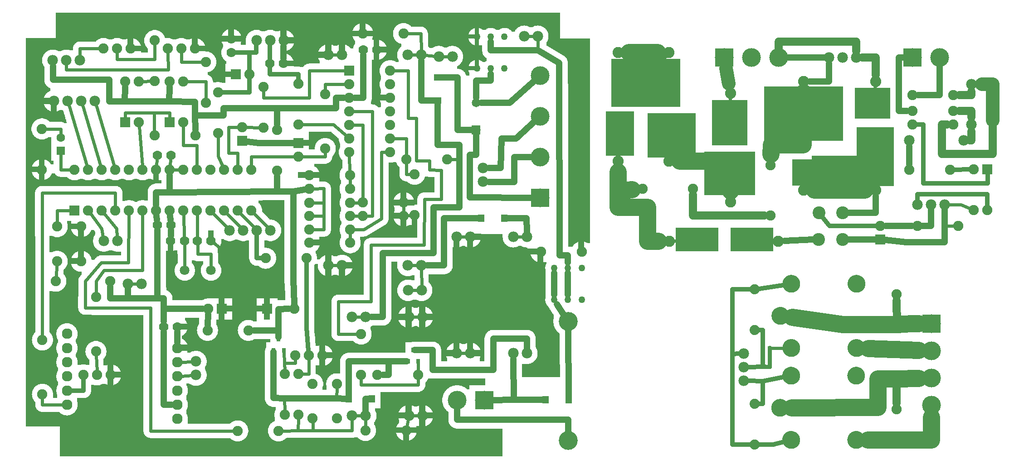
<source format=gbl>
G04 MADE WITH FRITZING*
G04 WWW.FRITZING.ORG*
G04 DOUBLE SIDED*
G04 HOLES PLATED*
G04 CONTOUR ON CENTER OF CONTOUR VECTOR*
%ASAXBY*%
%FSLAX23Y23*%
%MOIN*%
%OFA0B0*%
%SFA1.0B1.0*%
%ADD10C,0.075000*%
%ADD11C,0.078000*%
%ADD12C,0.138889*%
%ADD13C,0.094488*%
%ADD14C,0.050000*%
%ADD15C,0.062992*%
%ADD16C,0.074000*%
%ADD17C,0.137795*%
%ADD18C,0.077119*%
%ADD19C,0.082000*%
%ADD20C,0.065000*%
%ADD21C,0.070925*%
%ADD22C,0.070866*%
%ADD23C,0.070000*%
%ADD24C,0.129921*%
%ADD25C,0.077992*%
%ADD26R,0.507303X0.355262*%
%ADD27R,0.376000X0.321422*%
%ADD28R,0.355283X0.327647*%
%ADD29R,0.277308X0.433071*%
%ADD30R,0.154482X0.196850*%
%ADD31R,0.050000X0.057874*%
%ADD32R,0.057874X0.050000*%
%ADD33R,0.075000X0.075000*%
%ADD34R,0.062992X0.062992*%
%ADD35R,0.137795X0.137795*%
%ADD36R,0.000276X0.000276*%
%ADD37R,0.031496X0.035433*%
%ADD38R,0.580076X0.403592*%
%ADD39R,0.354331X0.275590*%
%ADD40R,0.314961X0.172834*%
%ADD41R,0.209056X0.325833*%
%ADD42R,0.260928X0.336956*%
%ADD43R,0.258970X0.229744*%
%ADD44C,0.032000*%
%ADD45C,0.060000*%
%ADD46C,0.024000*%
%ADD47C,0.048000*%
%ADD48C,0.125000*%
%ADD49C,0.100000*%
%ADD50R,0.001000X0.001000*%
%LNCOPPER0*%
G90*
G70*
G54D10*
X2318Y2183D03*
X3992Y3046D03*
G54D11*
X3721Y798D03*
X3621Y798D03*
X3305Y798D03*
X3205Y798D03*
X3721Y1656D03*
X3205Y1656D03*
X3305Y1656D03*
X3621Y1656D03*
G54D12*
X4025Y157D03*
X4025Y1033D03*
G54D11*
X2947Y1445D03*
X2263Y1445D03*
X2947Y2995D03*
X2263Y2995D03*
X2847Y2995D03*
X2363Y2995D03*
X2363Y1445D03*
X2847Y1445D03*
G54D13*
X5868Y1831D03*
X5867Y1636D03*
X6043Y1635D03*
X6041Y1834D03*
G54D10*
X6438Y1232D03*
X6438Y385D03*
X2416Y2880D03*
X2716Y2880D03*
X2416Y2780D03*
X2716Y2780D03*
X2416Y2680D03*
X2716Y2680D03*
X2416Y2580D03*
X2716Y2580D03*
X2416Y2480D03*
X2716Y2480D03*
X2416Y2380D03*
X2716Y2380D03*
X2416Y2280D03*
X2716Y2280D03*
G54D11*
X2954Y338D03*
X2854Y338D03*
X2537Y338D03*
X2437Y338D03*
X2954Y1066D03*
X2854Y1066D03*
X2537Y1066D03*
X2437Y1066D03*
G54D14*
X4022Y1192D03*
X4022Y1427D03*
X3921Y1427D03*
X4124Y1427D03*
X4124Y1192D03*
X3921Y1192D03*
X3456Y2895D03*
X3456Y3130D03*
X3355Y3130D03*
X3557Y3130D03*
X3557Y2895D03*
X3355Y2895D03*
G54D11*
X6143Y2975D03*
X6043Y2975D03*
X5943Y2975D03*
X5316Y597D03*
X5316Y697D03*
X5316Y797D03*
X6792Y1892D03*
X6692Y1892D03*
X6592Y1892D03*
X1934Y3101D03*
X1834Y3101D03*
X1734Y3101D03*
X437Y2955D03*
X337Y2955D03*
X237Y2955D03*
X546Y2656D03*
X446Y2656D03*
X346Y2656D03*
X246Y2656D03*
G54D15*
X295Y2288D03*
X295Y2387D03*
G54D16*
X5395Y427D03*
X5395Y127D03*
X2816Y1809D03*
X2516Y1809D03*
X5395Y969D03*
X5395Y1269D03*
G54D10*
X4942Y2010D03*
X4572Y2010D03*
X5513Y1814D03*
X5513Y2184D03*
G54D11*
X3400Y2161D03*
X3400Y2061D03*
G54D17*
X3820Y1944D03*
X3820Y2244D03*
X3820Y2544D03*
X3820Y2844D03*
G54D18*
X1151Y315D03*
X1151Y420D03*
X1151Y524D03*
X1151Y628D03*
X1151Y732D03*
X1151Y836D03*
X341Y420D03*
X341Y524D03*
X341Y628D03*
X341Y732D03*
X341Y836D03*
X341Y941D03*
G54D10*
X2147Y318D03*
X2147Y573D03*
X2324Y318D03*
X2324Y573D03*
X269Y1475D03*
X269Y1731D03*
X446Y1475D03*
X446Y1731D03*
X6556Y2699D03*
X6856Y2699D03*
X6856Y2483D03*
X6556Y2483D03*
X6556Y2581D03*
X6856Y2581D03*
X6891Y1735D03*
X6591Y1735D03*
X6832Y2148D03*
X6532Y2148D03*
G54D11*
X6531Y2365D03*
X6931Y2365D03*
G54D10*
X1479Y1125D03*
X1379Y1125D03*
X1812Y1125D03*
X2012Y1125D03*
X2042Y2346D03*
X2042Y2246D03*
X6320Y1635D03*
X6320Y1735D03*
X1629Y2363D03*
X1629Y2463D03*
X1582Y2851D03*
X1682Y2851D03*
X397Y1849D03*
X397Y2149D03*
X497Y1849D03*
X497Y2149D03*
X597Y1849D03*
X597Y2149D03*
X697Y1849D03*
X697Y2149D03*
X797Y1849D03*
X797Y2149D03*
X897Y1849D03*
X897Y2149D03*
X997Y1849D03*
X997Y2149D03*
X1097Y1849D03*
X1097Y2149D03*
X1197Y1849D03*
X1197Y2149D03*
X1297Y1849D03*
X1297Y2149D03*
X1397Y1849D03*
X1397Y2149D03*
X1497Y1849D03*
X1497Y2149D03*
X1597Y1849D03*
X1597Y2149D03*
X1697Y1849D03*
X1697Y2149D03*
X7107Y2153D03*
X7107Y1853D03*
X7007Y2153D03*
X7007Y1853D03*
G54D11*
X1289Y738D03*
X1289Y638D03*
X789Y1310D03*
X889Y1310D03*
X611Y1625D03*
X711Y1625D03*
X1537Y1703D03*
X1637Y1703D03*
X1737Y1703D03*
X1837Y1703D03*
X2948Y1262D03*
X2848Y1262D03*
X3174Y2983D03*
X3074Y2983D03*
X3802Y3133D03*
X3702Y3133D03*
G54D19*
X4770Y1624D03*
X5570Y1624D03*
X5755Y2798D03*
X5755Y1998D03*
X5218Y1912D03*
X5218Y2712D03*
X4764Y3014D03*
X4764Y2214D03*
X4391Y3014D03*
X4391Y2214D03*
X6286Y2798D03*
X6286Y1998D03*
G54D10*
X659Y1329D03*
X259Y1329D03*
X1361Y2644D03*
X1361Y2944D03*
X2239Y2706D03*
X2239Y2306D03*
X2042Y2783D03*
X2042Y2483D03*
X1885Y2143D03*
X1885Y2443D03*
X1786Y2458D03*
X1786Y2758D03*
X1452Y2419D03*
X1452Y2719D03*
G54D20*
X3348Y2642D03*
X3348Y2442D03*
G54D17*
X3408Y454D03*
X3208Y454D03*
X6556Y2975D03*
X6756Y2975D03*
X5172Y2975D03*
X5372Y2975D03*
X5572Y2975D03*
G54D21*
X1400Y1408D03*
G54D22*
X1207Y1408D03*
G54D10*
X3135Y2227D03*
X2835Y2227D03*
X2421Y2109D03*
X2121Y2109D03*
X2503Y640D03*
X2503Y940D03*
X2923Y640D03*
X2623Y640D03*
X2835Y230D03*
X2535Y230D03*
X2815Y3152D03*
X2515Y3152D03*
X2897Y1817D03*
X2897Y2117D03*
X1801Y1498D03*
X2101Y1498D03*
X1374Y967D03*
X1674Y967D03*
X3824Y1545D03*
X4124Y1545D03*
X2123Y1612D03*
X2423Y1612D03*
X2816Y1908D03*
X2516Y1908D03*
X2423Y1907D03*
X2123Y1907D03*
X2423Y1708D03*
X2123Y1708D03*
X2423Y1809D03*
X2123Y1809D03*
X2421Y2010D03*
X2121Y2010D03*
X1943Y645D03*
X1943Y345D03*
X2041Y645D03*
X2041Y345D03*
X1596Y227D03*
X1896Y227D03*
X2018Y783D03*
X2118Y783D03*
X2218Y783D03*
X462Y640D03*
X562Y640D03*
X662Y640D03*
X160Y496D03*
X160Y896D03*
X554Y811D03*
X554Y1211D03*
G54D23*
X1400Y1625D03*
X1300Y1625D03*
X1153Y994D03*
X1053Y994D03*
X1933Y2932D03*
X1832Y2932D03*
X1550Y3012D03*
X1550Y3113D03*
X2618Y3033D03*
X2518Y3033D03*
X1005Y2255D03*
X1105Y2255D03*
X1105Y1743D03*
X1005Y1743D03*
X1204Y1625D03*
X1103Y1625D03*
G54D24*
X5583Y396D03*
X5664Y160D03*
X6143Y160D03*
X5664Y632D03*
X6143Y632D03*
X5585Y1073D03*
X5666Y837D03*
X6144Y837D03*
X5666Y1309D03*
X6144Y1309D03*
G54D10*
X1094Y2499D03*
X1094Y2799D03*
X1194Y2499D03*
X1194Y2799D03*
X769Y2499D03*
X769Y2799D03*
X869Y2499D03*
X869Y2799D03*
X1081Y3042D03*
X1181Y3042D03*
X1281Y3042D03*
X609Y3042D03*
X709Y3042D03*
X809Y3042D03*
X157Y2150D03*
X157Y2450D03*
X984Y2404D03*
X1284Y2404D03*
X986Y3101D03*
X986Y2801D03*
G54D17*
X6694Y1016D03*
X6694Y816D03*
X6694Y616D03*
X6694Y416D03*
G54D25*
X6990Y2483D03*
X6990Y2778D03*
G54D26*
X4597Y2789D03*
G54D27*
X5212Y2121D03*
G54D28*
X4784Y2404D03*
G54D29*
X6281Y2247D03*
G54D30*
X5749Y2129D03*
G54D31*
X4029Y455D03*
X3859Y455D03*
G54D32*
X3066Y2829D03*
X3066Y2660D03*
G54D31*
X3387Y1794D03*
X3556Y1794D03*
X2582Y463D03*
X2412Y463D03*
G54D33*
X2416Y2880D03*
G54D34*
X295Y2288D03*
G54D35*
X3820Y1944D03*
G54D36*
X3820Y1875D03*
G54D37*
X2923Y738D03*
X2848Y738D03*
X2885Y821D03*
X1934Y820D03*
X1860Y820D03*
X1897Y903D03*
G54D33*
X1479Y1125D03*
X1812Y1125D03*
X2042Y2346D03*
X6320Y1635D03*
X1629Y2363D03*
X1582Y2851D03*
X397Y1849D03*
X7107Y2153D03*
G54D35*
X3408Y454D03*
X6556Y2975D03*
X5172Y2975D03*
G54D33*
X1094Y2499D03*
X769Y2499D03*
G54D35*
X6694Y1016D03*
G54D38*
X5756Y2562D03*
G54D39*
X5991Y2117D03*
G54D40*
X5375Y1636D03*
X4971Y1636D03*
G54D41*
X4404Y2417D03*
G54D42*
X5212Y2495D03*
G54D43*
X6261Y2640D03*
G54D44*
X5233Y127D02*
X5233Y794D01*
D02*
X5233Y794D02*
X5281Y796D01*
D02*
X5233Y794D02*
X5233Y1269D01*
D02*
X5361Y127D02*
X5233Y127D01*
D02*
X5233Y1269D02*
X5361Y1269D01*
D02*
X5624Y1303D02*
X5429Y1274D01*
G54D45*
D02*
X6990Y2581D02*
X6990Y2535D01*
D02*
X6901Y2581D02*
X6990Y2581D01*
G54D46*
D02*
X6981Y1864D02*
X6911Y1892D01*
G54D45*
D02*
X6286Y2975D02*
X6190Y2975D01*
D02*
X6286Y2847D02*
X6286Y2975D01*
G54D47*
D02*
X4025Y980D02*
X4028Y479D01*
D02*
X3624Y455D02*
X3840Y455D01*
D02*
X3942Y1160D02*
X3996Y1077D01*
G54D46*
D02*
X3803Y3028D02*
X3802Y3102D01*
G54D47*
D02*
X1378Y1085D02*
X1375Y1007D01*
D02*
X1897Y967D02*
X1714Y967D01*
D02*
X1053Y1125D02*
X1339Y1125D01*
D02*
X3719Y1794D02*
X3576Y1794D01*
D02*
X3721Y1697D02*
X3719Y1794D01*
G54D46*
D02*
X1697Y2246D02*
X1697Y2178D01*
D02*
X2014Y2246D02*
X1697Y2246D01*
G54D47*
D02*
X1751Y2346D02*
X2003Y2346D01*
D02*
X1668Y2357D02*
X1751Y2346D01*
G54D46*
D02*
X1940Y466D02*
X1942Y374D01*
D02*
X3732Y3133D02*
X3772Y3133D01*
D02*
X2868Y1814D02*
X2845Y1812D01*
G54D47*
D02*
X1933Y3060D02*
X1933Y2970D01*
G54D46*
D02*
X3104Y2983D02*
X3144Y2983D01*
D02*
X2947Y1415D02*
X2948Y1292D01*
D02*
X2918Y1262D02*
X2878Y1262D01*
D02*
X2333Y2995D02*
X2293Y2995D01*
D02*
X2293Y1445D02*
X2333Y1445D01*
D02*
X2917Y2995D02*
X2877Y2995D01*
D02*
X2977Y2992D02*
X3044Y2986D01*
G54D47*
D02*
X789Y1201D02*
X789Y1268D01*
G54D46*
D02*
X819Y1310D02*
X859Y1310D01*
D02*
X3235Y1656D02*
X3275Y1656D01*
D02*
X3235Y798D02*
X3275Y798D01*
D02*
X3691Y1656D02*
X3652Y1656D01*
D02*
X2917Y1445D02*
X2877Y1445D01*
D02*
X2816Y1879D02*
X2816Y1838D01*
D02*
X1181Y2944D02*
X1333Y2944D01*
D02*
X1099Y2178D02*
X1103Y2229D01*
D02*
X999Y2178D02*
X1003Y2229D01*
G54D47*
D02*
X1105Y1706D02*
X1104Y1662D01*
D02*
X1102Y1780D02*
X1100Y1810D01*
G54D48*
D02*
X6301Y398D02*
X6301Y609D01*
D02*
X5670Y397D02*
X6301Y398D01*
D02*
X6438Y609D02*
X6603Y614D01*
D02*
X6301Y609D02*
X6438Y609D01*
D02*
X6544Y160D02*
X6694Y160D01*
D02*
X6229Y160D02*
X6544Y160D01*
D02*
X6694Y160D02*
X6694Y325D01*
D02*
X5753Y2332D02*
X5754Y2716D01*
D02*
X5518Y2332D02*
X5753Y2332D01*
D02*
X5516Y2262D02*
X5518Y2332D01*
D02*
X5837Y1998D02*
X6204Y1998D01*
G54D46*
D02*
X5753Y2036D02*
X5753Y2031D01*
G54D49*
D02*
X5205Y2782D02*
X5185Y2897D01*
G54D45*
D02*
X6143Y3094D02*
X6143Y3022D01*
D02*
X5571Y3032D02*
X5571Y3094D01*
G54D48*
D02*
X4846Y2214D02*
X5223Y2214D01*
D02*
X4473Y3014D02*
X4682Y3014D01*
G54D45*
D02*
X4942Y1965D02*
X4942Y1814D01*
G54D47*
D02*
X5823Y1635D02*
X5614Y1626D01*
D02*
X6280Y1635D02*
X6087Y1635D01*
G54D44*
D02*
X6286Y1735D02*
X5945Y1735D01*
D02*
X5945Y1735D02*
X5892Y1801D01*
G54D46*
D02*
X5217Y1944D02*
X5216Y1966D01*
D02*
X4745Y2989D02*
X4724Y2961D01*
D02*
X6285Y2031D02*
X6285Y2036D01*
G54D47*
D02*
X3921Y1389D02*
X3921Y1230D01*
G54D46*
D02*
X2941Y3152D02*
X2843Y3152D01*
D02*
X2946Y3025D02*
X2941Y3152D01*
D02*
X2840Y259D02*
X2849Y309D01*
D02*
X2536Y259D02*
X2537Y308D01*
D02*
X1938Y725D02*
X1941Y674D01*
G54D45*
D02*
X6443Y1012D02*
X6439Y1186D01*
G54D46*
D02*
X3224Y2227D02*
X3164Y2227D01*
D02*
X2323Y465D02*
X2324Y545D01*
D02*
X2150Y228D02*
X2148Y289D01*
G54D47*
D02*
X3474Y677D02*
X3028Y677D01*
D02*
X3028Y677D02*
X3028Y821D01*
D02*
X3028Y821D02*
X2896Y821D01*
D02*
X3721Y907D02*
X3474Y907D01*
D02*
X3474Y907D02*
X3474Y677D01*
D02*
X3721Y839D02*
X3721Y907D01*
D02*
X3624Y455D02*
X3460Y454D01*
D02*
X3622Y757D02*
X3624Y455D01*
G54D44*
D02*
X6592Y1970D02*
X7107Y1970D01*
D02*
X6592Y1928D02*
X6592Y1970D01*
D02*
X7107Y1970D02*
X7107Y1887D01*
D02*
X6973Y2152D02*
X6866Y2149D01*
G54D46*
D02*
X1816Y1725D02*
X1717Y1828D01*
G54D47*
D02*
X4022Y1389D02*
X4022Y1230D01*
G54D46*
D02*
X2230Y1708D02*
X2151Y1708D01*
D02*
X2230Y1809D02*
X2230Y1708D01*
D02*
X2652Y2280D02*
X2652Y1789D01*
D02*
X2688Y2280D02*
X2652Y2280D01*
D02*
X2423Y1641D02*
X2423Y1680D01*
D02*
X2521Y1709D02*
X2451Y1709D01*
D02*
X2652Y1789D02*
X2521Y1709D01*
G54D44*
D02*
X1682Y3014D02*
X1682Y2886D01*
G54D46*
D02*
X2574Y1596D02*
X2967Y1596D01*
D02*
X2968Y1931D02*
X3093Y1931D01*
D02*
X3093Y1931D02*
X3093Y2147D01*
D02*
X3007Y2148D02*
X3007Y2215D01*
D02*
X3093Y2147D02*
X3007Y2148D01*
D02*
X3007Y2215D02*
X2908Y2215D01*
D02*
X2908Y2215D02*
X2908Y2529D01*
D02*
X2967Y1596D02*
X2968Y1931D01*
D02*
X2908Y2529D02*
X2849Y2529D01*
D02*
X2849Y2529D02*
X2849Y2879D01*
D02*
X2849Y2880D02*
X2745Y2880D01*
D02*
X2574Y1179D02*
X2574Y1596D01*
G54D47*
D02*
X2661Y1537D02*
X3034Y1537D01*
D02*
X3034Y1872D02*
X3224Y1872D01*
D02*
X3034Y1537D02*
X3034Y1872D01*
D02*
X2661Y1066D02*
X2661Y1537D01*
D02*
X3224Y2227D02*
X3224Y2333D01*
D02*
X3224Y1872D02*
X3224Y2227D01*
D02*
X3224Y2333D02*
X3066Y2333D01*
D02*
X3066Y2333D02*
X3066Y2640D01*
D02*
X2578Y1066D02*
X2661Y1066D01*
D02*
X2706Y640D02*
X2663Y640D01*
D02*
X2706Y739D02*
X2706Y640D01*
G54D46*
D02*
X2923Y566D02*
X2503Y566D01*
D02*
X2923Y611D02*
X2923Y566D01*
D02*
X2503Y566D02*
X2503Y612D01*
D02*
X1716Y1725D02*
X1617Y1828D01*
G54D44*
D02*
X1737Y1498D02*
X1737Y1668D01*
D02*
X1767Y1498D02*
X1737Y1498D01*
G54D47*
D02*
X2706Y739D02*
X2838Y738D01*
G54D46*
D02*
X2118Y645D02*
X2070Y645D01*
D02*
X2118Y754D02*
X2118Y645D01*
D02*
X2038Y228D02*
X2041Y317D01*
D02*
X2018Y725D02*
X2018Y754D01*
D02*
X1938Y725D02*
X2018Y725D01*
D02*
X1935Y808D02*
X1938Y725D01*
G54D47*
D02*
X2537Y463D02*
X2537Y380D01*
D02*
X2562Y463D02*
X2537Y463D01*
D02*
X1886Y2601D02*
X1885Y2483D01*
D02*
X1884Y1990D02*
X1885Y2104D01*
D02*
X2004Y1990D02*
X2082Y2004D01*
G54D46*
D02*
X2336Y940D02*
X2336Y1179D01*
D02*
X2474Y940D02*
X2336Y940D01*
D02*
X2336Y1179D02*
X2574Y1179D01*
D02*
X2923Y668D02*
X2923Y726D01*
D02*
X2835Y2380D02*
X2835Y2255D01*
D02*
X2745Y2380D02*
X2835Y2380D01*
D02*
X2586Y1808D02*
X2545Y1808D01*
D02*
X1530Y2463D02*
X1600Y2463D01*
D02*
X1530Y2272D02*
X1530Y2463D01*
D02*
X1597Y2272D02*
X1530Y2272D01*
D02*
X1597Y2178D02*
X1597Y2272D01*
D02*
X1758Y2459D02*
X1658Y2462D01*
D02*
X2121Y2880D02*
X2121Y2680D01*
D02*
X2121Y2680D02*
X1786Y2680D01*
D02*
X1786Y2680D02*
X1786Y2730D01*
D02*
X2388Y2880D02*
X2121Y2880D01*
D02*
X2239Y2780D02*
X2239Y2735D01*
D02*
X2388Y2780D02*
X2239Y2780D01*
D02*
X2239Y2246D02*
X2239Y2277D01*
D02*
X2071Y2246D02*
X2239Y2246D01*
G54D47*
D02*
X2518Y2996D02*
X2518Y2679D01*
D02*
X2518Y2680D02*
X2456Y2680D01*
G54D46*
D02*
X2835Y2117D02*
X2835Y2198D01*
D02*
X2868Y2117D02*
X2835Y2117D01*
G54D47*
D02*
X2318Y2680D02*
X2377Y2680D01*
D02*
X2318Y2601D02*
X2318Y2679D01*
G54D46*
D02*
X981Y2568D02*
X983Y2433D01*
D02*
X895Y2178D02*
X872Y2470D01*
D02*
X1451Y2249D02*
X1452Y2390D01*
D02*
X1485Y2175D02*
X1451Y2249D01*
D02*
X2451Y1809D02*
X2488Y1809D01*
D02*
X2230Y1907D02*
X2230Y2011D01*
D02*
X2230Y1809D02*
X2230Y1907D01*
D02*
X2230Y2011D02*
X2150Y2010D01*
D02*
X2151Y1809D02*
X2230Y1809D01*
D02*
X2230Y1907D02*
X2151Y1907D01*
D02*
X2488Y1907D02*
X2451Y1907D01*
D02*
X2516Y2480D02*
X2445Y2480D01*
D02*
X2516Y1936D02*
X2516Y2479D01*
D02*
X2420Y2137D02*
X2417Y2251D01*
D02*
X2586Y2580D02*
X2586Y1808D01*
D02*
X2445Y2580D02*
X2586Y2580D01*
G54D44*
D02*
X1683Y3014D02*
X1582Y3013D01*
D02*
X1682Y3014D02*
X1683Y3014D01*
D02*
X1732Y3014D02*
X1682Y3014D01*
D02*
X1733Y3065D02*
X1732Y3014D01*
D02*
X1682Y2718D02*
X1486Y2719D01*
D02*
X1682Y2817D02*
X1682Y2718D01*
G54D46*
D02*
X2298Y2483D02*
X2071Y2483D01*
D02*
X2395Y2398D02*
X2298Y2483D01*
G54D47*
D02*
X3456Y3028D02*
X3803Y3028D01*
D02*
X3456Y3092D02*
X3456Y3028D01*
G54D44*
D02*
X2042Y2852D02*
X2042Y2817D01*
D02*
X1832Y2852D02*
X2042Y2852D01*
D02*
X1832Y2901D02*
X1832Y2852D01*
D02*
X5454Y427D02*
X5429Y427D01*
D02*
X5454Y593D02*
X5454Y427D01*
D02*
X5454Y593D02*
X5352Y596D01*
G54D46*
D02*
X5507Y837D02*
X5629Y837D01*
G54D44*
D02*
X6636Y2483D02*
X6590Y2483D01*
D02*
X6635Y2049D02*
X6636Y2483D01*
D02*
X7109Y2049D02*
X6635Y2049D01*
D02*
X7108Y2119D02*
X7109Y2049D01*
G54D45*
D02*
X6990Y2699D02*
X6990Y2727D01*
D02*
X6901Y2699D02*
X6990Y2699D01*
D02*
X6773Y2483D02*
X6810Y2483D01*
D02*
X6773Y2266D02*
X6773Y2483D01*
D02*
X7147Y2511D02*
X7147Y2266D01*
G54D49*
D02*
X7147Y2778D02*
X7147Y2511D01*
D02*
X7064Y2778D02*
X7147Y2778D01*
G54D45*
D02*
X6990Y2365D02*
X6990Y2431D01*
D02*
X6978Y2365D02*
X6990Y2365D01*
G54D44*
D02*
X5623Y150D02*
X5532Y127D01*
G54D47*
D02*
X6551Y1735D02*
X6360Y1735D01*
G54D46*
D02*
X6792Y1737D02*
X6862Y1735D01*
D02*
X710Y1655D02*
X707Y1717D01*
D02*
X707Y1717D02*
X616Y1827D01*
D02*
X1204Y1599D02*
X1206Y1435D01*
D02*
X295Y2149D02*
X369Y2149D01*
D02*
X295Y2261D02*
X295Y2149D01*
D02*
X160Y418D02*
X309Y419D01*
D02*
X160Y468D02*
X160Y418D01*
D02*
X489Y2177D02*
X355Y2627D01*
D02*
X2884Y338D02*
X2924Y338D01*
D02*
X958Y2801D02*
X898Y2799D01*
G54D44*
D02*
X5454Y593D02*
X5623Y625D01*
G54D46*
D02*
X1203Y1651D02*
X1198Y1821D01*
D02*
X1169Y2149D02*
X1126Y2149D01*
D02*
X606Y1655D02*
X596Y1717D01*
D02*
X596Y1717D02*
X514Y1826D01*
D02*
X589Y2177D02*
X455Y2627D01*
G54D47*
D02*
X1152Y957D02*
X1152Y879D01*
G54D46*
D02*
X2884Y1066D02*
X2924Y1066D01*
D02*
X897Y1408D02*
X897Y1821D01*
D02*
X612Y1408D02*
X897Y1408D01*
D02*
X554Y1329D02*
X612Y1408D01*
D02*
X554Y1240D02*
X554Y1329D01*
G54D48*
D02*
X6231Y834D02*
X6603Y819D01*
G54D46*
D02*
X267Y1447D02*
X261Y1358D01*
G54D44*
D02*
X462Y524D02*
X462Y605D01*
D02*
X378Y524D02*
X462Y524D01*
G54D47*
D02*
X3628Y2058D02*
X3441Y2060D01*
D02*
X3628Y2244D02*
X3628Y2058D01*
D02*
X3769Y2244D02*
X3628Y2244D01*
G54D46*
D02*
X1516Y1725D02*
X1417Y1828D01*
D02*
X2507Y1066D02*
X2467Y1066D01*
D02*
X1181Y3013D02*
X1181Y2944D01*
D02*
X269Y1760D02*
X269Y1849D01*
D02*
X269Y1849D02*
X369Y1849D01*
G54D44*
D02*
X5454Y969D02*
X5454Y698D01*
D02*
X5429Y969D02*
X5454Y969D01*
D02*
X5454Y698D02*
X5352Y697D01*
G54D47*
D02*
X1007Y1201D02*
X1005Y1706D01*
D02*
X1053Y1201D02*
X1007Y1201D01*
D02*
X789Y1201D02*
X659Y1201D01*
D02*
X1007Y1201D02*
X789Y1201D01*
D02*
X1053Y1125D02*
X1053Y1201D01*
D02*
X1053Y1031D02*
X1053Y1125D01*
D02*
X659Y1201D02*
X659Y1290D01*
D02*
X3301Y1945D02*
X3769Y1944D01*
D02*
X3348Y2258D02*
X3301Y2258D01*
D02*
X3301Y2258D02*
X3301Y1945D01*
D02*
X3348Y2406D02*
X3348Y2258D01*
G54D46*
D02*
X1361Y2799D02*
X1223Y2799D01*
D02*
X1361Y2672D02*
X1361Y2799D01*
G54D47*
D02*
X1108Y420D02*
X1053Y420D01*
D02*
X1053Y420D02*
X1053Y957D01*
D02*
X2947Y2660D02*
X3043Y2660D01*
D02*
X2947Y2954D02*
X2947Y2660D01*
G54D46*
D02*
X1616Y1725D02*
X1517Y1828D01*
G54D44*
D02*
X1833Y2964D02*
X1833Y3065D01*
G54D46*
D02*
X561Y668D02*
X555Y783D01*
D02*
X2421Y2039D02*
X2421Y2080D01*
D02*
X437Y3042D02*
X581Y3042D01*
D02*
X437Y2985D02*
X437Y3042D01*
D02*
X1297Y2328D02*
X1297Y2178D01*
D02*
X1194Y2328D02*
X1297Y2328D01*
D02*
X1194Y2470D02*
X1194Y2328D01*
G54D47*
D02*
X3113Y1794D02*
X3113Y1445D01*
D02*
X3367Y1794D02*
X3113Y1794D01*
D02*
X3113Y1445D02*
X2988Y1445D01*
D02*
X3783Y2509D02*
X3642Y2378D01*
D02*
X3537Y2378D02*
X3528Y2161D01*
D02*
X3642Y2378D02*
X3537Y2378D01*
D02*
X3528Y2161D02*
X3441Y2161D01*
D02*
X3208Y309D02*
X3208Y402D01*
D02*
X4025Y309D02*
X3208Y309D01*
D02*
X4025Y210D02*
X4025Y309D01*
D02*
X4022Y1519D02*
X4022Y1465D01*
D02*
X3962Y1519D02*
X4022Y1519D01*
D02*
X3959Y2935D02*
X3962Y1519D01*
D02*
X3803Y3028D02*
X3959Y2935D01*
D02*
X3456Y2806D02*
X3456Y2857D01*
D02*
X3348Y2806D02*
X3456Y2806D01*
D02*
X3348Y2678D02*
X3348Y2806D01*
G54D46*
D02*
X1303Y1528D02*
X1400Y1528D01*
D02*
X1400Y1528D02*
X1400Y1435D01*
D02*
X1301Y1599D02*
X1303Y1528D01*
G54D48*
D02*
X6443Y1012D02*
X6603Y1015D01*
D02*
X6045Y1010D02*
X6462Y1010D01*
D02*
X5671Y1061D02*
X6045Y1010D01*
G54D46*
D02*
X981Y2568D02*
X769Y2568D01*
D02*
X1094Y2568D02*
X981Y2568D01*
D02*
X769Y2568D02*
X769Y2527D01*
D02*
X1094Y2527D02*
X1094Y2568D01*
D02*
X1183Y630D02*
X1259Y636D01*
G54D47*
D02*
X3597Y2642D02*
X3782Y2809D01*
D02*
X3384Y2642D02*
X3597Y2642D01*
D02*
X3212Y2829D02*
X3212Y2442D01*
D02*
X3212Y2442D02*
X3312Y2442D01*
D02*
X3089Y2829D02*
X3212Y2829D01*
G54D46*
D02*
X1085Y2885D02*
X1082Y3014D01*
D02*
X337Y2885D02*
X1085Y2885D01*
D02*
X337Y2925D02*
X337Y2885D01*
G54D47*
D02*
X1002Y1780D02*
X1000Y1810D01*
G54D46*
D02*
X2507Y338D02*
X2467Y338D01*
D02*
X1300Y1651D02*
X1298Y1821D01*
D02*
X709Y2963D02*
X986Y2963D01*
D02*
X986Y2963D02*
X986Y3073D01*
D02*
X709Y3014D02*
X709Y2963D01*
G54D47*
D02*
X6792Y1737D02*
X6792Y1851D01*
D02*
X6359Y1631D02*
X6508Y1616D01*
G54D46*
D02*
X697Y1979D02*
X697Y1878D01*
D02*
X158Y1979D02*
X697Y1979D01*
D02*
X160Y925D02*
X158Y1979D01*
D02*
X295Y2450D02*
X186Y2450D01*
D02*
X295Y2414D02*
X295Y2450D01*
D02*
X1183Y734D02*
X1259Y737D01*
G54D47*
D02*
X2706Y739D02*
X2412Y739D01*
D02*
X2412Y739D02*
X2412Y487D01*
D02*
X6532Y2188D02*
X6531Y2323D01*
G54D46*
D02*
X689Y2177D02*
X555Y2627D01*
G54D47*
D02*
X6457Y2581D02*
X6457Y2975D01*
D02*
X6457Y2975D02*
X6504Y2975D01*
D02*
X6516Y2581D02*
X6457Y2581D01*
D02*
X6756Y2699D02*
X6756Y2923D01*
D02*
X6595Y2699D02*
X6756Y2699D01*
D02*
X1492Y2550D02*
X1283Y2550D01*
D02*
X1492Y2601D02*
X1492Y2550D01*
D02*
X1886Y2601D02*
X1492Y2601D01*
D02*
X2318Y2601D02*
X1886Y2601D01*
D02*
X1094Y2759D02*
X1093Y2651D01*
D02*
X1093Y2651D02*
X1283Y2648D01*
D02*
X1283Y2550D02*
X1284Y2444D01*
D02*
X1283Y2648D02*
X1283Y2550D01*
D02*
X1093Y2651D02*
X766Y2651D01*
D02*
X766Y2651D02*
X768Y2759D01*
D02*
X653Y2811D02*
X239Y2811D01*
D02*
X653Y2651D02*
X653Y2811D01*
D02*
X766Y2651D02*
X653Y2651D01*
D02*
X239Y2811D02*
X238Y2914D01*
D02*
X1884Y1990D02*
X2004Y1990D01*
D02*
X1097Y1984D02*
X1884Y1990D01*
D02*
X2004Y1341D02*
X2011Y1164D01*
D02*
X2004Y1990D02*
X2004Y1341D01*
D02*
X1097Y2109D02*
X1097Y1984D01*
D02*
X1097Y1984D02*
X997Y1984D01*
D02*
X997Y1984D02*
X997Y1889D01*
G54D46*
D02*
X797Y1821D02*
X791Y1467D01*
D02*
X791Y1467D02*
X593Y1467D01*
D02*
X593Y1467D02*
X475Y1329D01*
D02*
X475Y1329D02*
X475Y1134D01*
D02*
X475Y1134D02*
X954Y1131D01*
D02*
X954Y1131D02*
X954Y227D01*
D02*
X954Y227D02*
X1567Y227D01*
G54D47*
D02*
X1860Y468D02*
X1860Y808D01*
D02*
X1940Y466D02*
X1860Y468D01*
D02*
X2323Y465D02*
X1940Y466D01*
D02*
X2393Y464D02*
X2323Y465D01*
D02*
X1897Y967D02*
X1897Y915D01*
D02*
X1897Y1124D02*
X1897Y967D01*
D02*
X1972Y1125D02*
X1897Y1124D01*
G54D44*
D02*
X2101Y987D02*
X2101Y1464D01*
D02*
X2116Y817D02*
X2101Y987D01*
G54D46*
D02*
X2150Y228D02*
X2437Y228D01*
D02*
X2038Y228D02*
X2150Y228D01*
D02*
X1925Y227D02*
X2038Y228D01*
D02*
X2437Y228D02*
X2437Y308D01*
D02*
X4767Y2246D02*
X4767Y2246D01*
G54D48*
D02*
X4393Y1991D02*
X4391Y2132D01*
D02*
X4688Y1624D02*
X4609Y1624D01*
D02*
X4609Y1624D02*
X4609Y1871D01*
D02*
X4393Y1991D02*
X4494Y2002D01*
G54D46*
D02*
X5755Y2759D02*
X5755Y2766D01*
D02*
X6162Y2194D02*
X6147Y2187D01*
D02*
X5819Y2125D02*
X5821Y2125D01*
G54D47*
D02*
X6286Y1834D02*
X6286Y1955D01*
D02*
X6085Y1834D02*
X6286Y1834D01*
G54D46*
D02*
X6278Y2750D02*
X6281Y2767D01*
G54D47*
D02*
X6792Y1616D02*
X6792Y1737D01*
D02*
X6692Y1735D02*
X6630Y1735D01*
D02*
X6692Y1851D02*
X6692Y1735D01*
G54D46*
D02*
X5216Y2658D02*
X5217Y2680D01*
G54D47*
D02*
X5943Y2798D02*
X5943Y2934D01*
D02*
X5798Y2798D02*
X5943Y2798D01*
G54D46*
D02*
X4393Y2246D02*
X4394Y2259D01*
D02*
X4802Y1626D02*
X4819Y1627D01*
D02*
X5527Y1627D02*
X5538Y1626D01*
G54D47*
D02*
X6508Y1616D02*
X6792Y1616D01*
G54D45*
D02*
X7147Y2266D02*
X6773Y2266D01*
G54D44*
D02*
X5532Y127D02*
X5429Y127D01*
G54D45*
D02*
X5571Y3094D02*
X6143Y3094D01*
G54D47*
D02*
X5902Y2975D02*
X5624Y2975D01*
G54D48*
D02*
X5223Y2214D02*
X5219Y1994D01*
G54D45*
D02*
X4942Y1814D02*
X5467Y1814D01*
G54D46*
D02*
X6911Y1892D02*
X6822Y1892D01*
G54D48*
D02*
X4393Y1871D02*
X4393Y1991D01*
D02*
X4609Y1871D02*
X4393Y1871D01*
G54D45*
D02*
X6438Y609D02*
X6438Y430D01*
G54D46*
D02*
X1655Y1420D02*
X1421Y1609D01*
D02*
X1655Y1125D02*
X1655Y1420D01*
G36*
X2120Y2430D02*
X2120Y2382D01*
X2256Y2382D01*
X2256Y2380D01*
X2264Y2380D01*
X2264Y2378D01*
X2270Y2378D01*
X2270Y2376D01*
X2274Y2376D01*
X2274Y2374D01*
X2278Y2374D01*
X2278Y2372D01*
X2280Y2372D01*
X2280Y2370D01*
X2284Y2370D01*
X2284Y2368D01*
X2286Y2368D01*
X2286Y2366D01*
X2288Y2366D01*
X2288Y2364D01*
X2292Y2364D01*
X2292Y2362D01*
X2294Y2362D01*
X2294Y2360D01*
X2296Y2360D01*
X2296Y2358D01*
X2298Y2358D01*
X2298Y2354D01*
X2300Y2354D01*
X2300Y2352D01*
X2302Y2352D01*
X2302Y2350D01*
X2304Y2350D01*
X2304Y2346D01*
X2306Y2346D01*
X2306Y2344D01*
X2308Y2344D01*
X2308Y2340D01*
X2310Y2340D01*
X2310Y2334D01*
X2312Y2334D01*
X2312Y2330D01*
X2314Y2330D01*
X2314Y2322D01*
X2316Y2322D01*
X2316Y2290D01*
X2314Y2290D01*
X2314Y2282D01*
X2312Y2282D01*
X2312Y2276D01*
X2310Y2276D01*
X2310Y2272D01*
X2308Y2272D01*
X2308Y2268D01*
X2306Y2268D01*
X2306Y2264D01*
X2304Y2264D01*
X2304Y2262D01*
X2302Y2262D01*
X2302Y2258D01*
X2300Y2258D01*
X2300Y2256D01*
X2298Y2256D01*
X2298Y2254D01*
X2296Y2254D01*
X2296Y2252D01*
X2294Y2252D01*
X2294Y2250D01*
X2292Y2250D01*
X2292Y2240D01*
X2290Y2240D01*
X2290Y2230D01*
X2288Y2230D01*
X2288Y2226D01*
X2286Y2226D01*
X2286Y2222D01*
X2284Y2222D01*
X2284Y2218D01*
X2282Y2218D01*
X2282Y2216D01*
X2280Y2216D01*
X2280Y2212D01*
X2278Y2212D01*
X2278Y2210D01*
X2276Y2210D01*
X2276Y2208D01*
X2274Y2208D01*
X2274Y2206D01*
X2270Y2206D01*
X2270Y2204D01*
X2268Y2204D01*
X2268Y2202D01*
X2264Y2202D01*
X2264Y2200D01*
X2262Y2200D01*
X2262Y2198D01*
X2256Y2198D01*
X2256Y2196D01*
X2250Y2196D01*
X2250Y2194D01*
X2160Y2194D01*
X2160Y2174D01*
X2164Y2174D01*
X2164Y2172D01*
X2166Y2172D01*
X2166Y2170D01*
X2168Y2170D01*
X2168Y2168D01*
X2172Y2168D01*
X2172Y2166D01*
X2174Y2166D01*
X2174Y2164D01*
X2176Y2164D01*
X2176Y2162D01*
X2178Y2162D01*
X2178Y2160D01*
X2180Y2160D01*
X2180Y2158D01*
X2182Y2158D01*
X2182Y2154D01*
X2184Y2154D01*
X2184Y2152D01*
X2186Y2152D01*
X2186Y2148D01*
X2188Y2148D01*
X2188Y2146D01*
X2190Y2146D01*
X2190Y2142D01*
X2192Y2142D01*
X2192Y2136D01*
X2194Y2136D01*
X2194Y2132D01*
X2196Y2132D01*
X2196Y2124D01*
X2198Y2124D01*
X2198Y2092D01*
X2196Y2092D01*
X2196Y2086D01*
X2194Y2086D01*
X2194Y2062D01*
X2242Y2062D01*
X2242Y2060D01*
X2248Y2060D01*
X2248Y2058D01*
X2252Y2058D01*
X2252Y2056D01*
X2256Y2056D01*
X2256Y2054D01*
X2260Y2054D01*
X2260Y2052D01*
X2262Y2052D01*
X2262Y2050D01*
X2264Y2050D01*
X2264Y2048D01*
X2266Y2048D01*
X2266Y2046D01*
X2268Y2046D01*
X2268Y2044D01*
X2270Y2044D01*
X2270Y2042D01*
X2272Y2042D01*
X2272Y2040D01*
X2274Y2040D01*
X2274Y2036D01*
X2276Y2036D01*
X2276Y2032D01*
X2278Y2032D01*
X2278Y2028D01*
X2280Y2028D01*
X2280Y2020D01*
X2282Y2020D01*
X2282Y1698D01*
X2280Y1698D01*
X2280Y1690D01*
X2278Y1690D01*
X2278Y1686D01*
X2276Y1686D01*
X2276Y1682D01*
X2274Y1682D01*
X2274Y1678D01*
X2272Y1678D01*
X2272Y1676D01*
X2270Y1676D01*
X2270Y1674D01*
X2268Y1674D01*
X2268Y1672D01*
X2266Y1672D01*
X2266Y1670D01*
X2264Y1670D01*
X2264Y1668D01*
X2262Y1668D01*
X2262Y1666D01*
X2260Y1666D01*
X2260Y1664D01*
X2256Y1664D01*
X2256Y1662D01*
X2252Y1662D01*
X2252Y1660D01*
X2248Y1660D01*
X2248Y1658D01*
X2240Y1658D01*
X2240Y1656D01*
X2196Y1656D01*
X2196Y1634D01*
X2198Y1634D01*
X2198Y1624D01*
X2200Y1624D01*
X2200Y1598D01*
X2198Y1598D01*
X2198Y1590D01*
X2196Y1590D01*
X2196Y1584D01*
X2194Y1584D01*
X2194Y1580D01*
X2192Y1580D01*
X2192Y1576D01*
X2190Y1576D01*
X2190Y1572D01*
X2188Y1572D01*
X2188Y1568D01*
X2186Y1568D01*
X2186Y1566D01*
X2184Y1566D01*
X2184Y1564D01*
X2182Y1564D01*
X2182Y1560D01*
X2180Y1560D01*
X2180Y1558D01*
X2178Y1558D01*
X2178Y1556D01*
X2176Y1556D01*
X2176Y1554D01*
X2174Y1554D01*
X2174Y1552D01*
X2170Y1552D01*
X2170Y1534D01*
X2414Y1534D01*
X2414Y1536D01*
X2402Y1536D01*
X2402Y1538D01*
X2396Y1538D01*
X2396Y1540D01*
X2392Y1540D01*
X2392Y1542D01*
X2388Y1542D01*
X2388Y1544D01*
X2384Y1544D01*
X2384Y1546D01*
X2380Y1546D01*
X2380Y1548D01*
X2378Y1548D01*
X2378Y1550D01*
X2374Y1550D01*
X2374Y1552D01*
X2372Y1552D01*
X2372Y1554D01*
X2370Y1554D01*
X2370Y1556D01*
X2368Y1556D01*
X2368Y1558D01*
X2366Y1558D01*
X2366Y1560D01*
X2364Y1560D01*
X2364Y1562D01*
X2362Y1562D01*
X2362Y1566D01*
X2360Y1566D01*
X2360Y1568D01*
X2358Y1568D01*
X2358Y1570D01*
X2356Y1570D01*
X2356Y1574D01*
X2354Y1574D01*
X2354Y1578D01*
X2352Y1578D01*
X2352Y1582D01*
X2350Y1582D01*
X2350Y1588D01*
X2348Y1588D01*
X2348Y1596D01*
X2346Y1596D01*
X2346Y1628D01*
X2348Y1628D01*
X2348Y1636D01*
X2350Y1636D01*
X2350Y1642D01*
X2352Y1642D01*
X2352Y1646D01*
X2354Y1646D01*
X2354Y1650D01*
X2356Y1650D01*
X2356Y1670D01*
X2354Y1670D01*
X2354Y1674D01*
X2352Y1674D01*
X2352Y1678D01*
X2350Y1678D01*
X2350Y1684D01*
X2348Y1684D01*
X2348Y1692D01*
X2346Y1692D01*
X2346Y1724D01*
X2348Y1724D01*
X2348Y1732D01*
X2350Y1732D01*
X2350Y1738D01*
X2352Y1738D01*
X2352Y1742D01*
X2354Y1742D01*
X2354Y1746D01*
X2356Y1746D01*
X2356Y1748D01*
X2358Y1748D01*
X2358Y1768D01*
X2356Y1768D01*
X2356Y1770D01*
X2354Y1770D01*
X2354Y1774D01*
X2352Y1774D01*
X2352Y1778D01*
X2350Y1778D01*
X2350Y1784D01*
X2348Y1784D01*
X2348Y1792D01*
X2346Y1792D01*
X2346Y1824D01*
X2348Y1824D01*
X2348Y1832D01*
X2350Y1832D01*
X2350Y1838D01*
X2352Y1838D01*
X2352Y1842D01*
X2354Y1842D01*
X2354Y1846D01*
X2356Y1846D01*
X2356Y1868D01*
X2354Y1868D01*
X2354Y1872D01*
X2352Y1872D01*
X2352Y1878D01*
X2350Y1878D01*
X2350Y1882D01*
X2348Y1882D01*
X2348Y1890D01*
X2346Y1890D01*
X2346Y1922D01*
X2348Y1922D01*
X2348Y1930D01*
X2350Y1930D01*
X2350Y1936D01*
X2352Y1936D01*
X2352Y1940D01*
X2354Y1940D01*
X2354Y1944D01*
X2356Y1944D01*
X2356Y1970D01*
X2354Y1970D01*
X2354Y1972D01*
X2352Y1972D01*
X2352Y1976D01*
X2350Y1976D01*
X2350Y1982D01*
X2348Y1982D01*
X2348Y1988D01*
X2346Y1988D01*
X2346Y1994D01*
X2344Y1994D01*
X2344Y2024D01*
X2346Y2024D01*
X2346Y2032D01*
X2348Y2032D01*
X2348Y2038D01*
X2350Y2038D01*
X2350Y2042D01*
X2352Y2042D01*
X2352Y2046D01*
X2354Y2046D01*
X2354Y2072D01*
X2352Y2072D01*
X2352Y2076D01*
X2350Y2076D01*
X2350Y2080D01*
X2348Y2080D01*
X2348Y2086D01*
X2346Y2086D01*
X2346Y2094D01*
X2344Y2094D01*
X2344Y2122D01*
X2346Y2122D01*
X2346Y2130D01*
X2348Y2130D01*
X2348Y2136D01*
X2350Y2136D01*
X2350Y2142D01*
X2352Y2142D01*
X2352Y2146D01*
X2354Y2146D01*
X2354Y2148D01*
X2356Y2148D01*
X2356Y2152D01*
X2358Y2152D01*
X2358Y2154D01*
X2360Y2154D01*
X2360Y2158D01*
X2362Y2158D01*
X2362Y2160D01*
X2364Y2160D01*
X2364Y2162D01*
X2366Y2162D01*
X2366Y2222D01*
X2362Y2222D01*
X2362Y2224D01*
X2360Y2224D01*
X2360Y2228D01*
X2358Y2228D01*
X2358Y2230D01*
X2356Y2230D01*
X2356Y2232D01*
X2354Y2232D01*
X2354Y2234D01*
X2352Y2234D01*
X2352Y2238D01*
X2350Y2238D01*
X2350Y2240D01*
X2348Y2240D01*
X2348Y2244D01*
X2346Y2244D01*
X2346Y2248D01*
X2344Y2248D01*
X2344Y2254D01*
X2342Y2254D01*
X2342Y2262D01*
X2340Y2262D01*
X2340Y2276D01*
X2338Y2276D01*
X2338Y2282D01*
X2340Y2282D01*
X2340Y2296D01*
X2342Y2296D01*
X2342Y2304D01*
X2344Y2304D01*
X2344Y2310D01*
X2346Y2310D01*
X2346Y2314D01*
X2348Y2314D01*
X2348Y2318D01*
X2350Y2318D01*
X2350Y2340D01*
X2348Y2340D01*
X2348Y2344D01*
X2346Y2344D01*
X2346Y2348D01*
X2344Y2348D01*
X2344Y2354D01*
X2342Y2354D01*
X2342Y2362D01*
X2340Y2362D01*
X2340Y2376D01*
X2338Y2376D01*
X2338Y2380D01*
X2336Y2380D01*
X2336Y2382D01*
X2334Y2382D01*
X2334Y2384D01*
X2330Y2384D01*
X2330Y2386D01*
X2328Y2386D01*
X2328Y2388D01*
X2326Y2388D01*
X2326Y2390D01*
X2324Y2390D01*
X2324Y2392D01*
X2322Y2392D01*
X2322Y2394D01*
X2320Y2394D01*
X2320Y2396D01*
X2318Y2396D01*
X2318Y2398D01*
X2314Y2398D01*
X2314Y2400D01*
X2312Y2400D01*
X2312Y2402D01*
X2310Y2402D01*
X2310Y2404D01*
X2308Y2404D01*
X2308Y2406D01*
X2306Y2406D01*
X2306Y2408D01*
X2304Y2408D01*
X2304Y2410D01*
X2302Y2410D01*
X2302Y2412D01*
X2298Y2412D01*
X2298Y2414D01*
X2296Y2414D01*
X2296Y2416D01*
X2294Y2416D01*
X2294Y2418D01*
X2292Y2418D01*
X2292Y2420D01*
X2290Y2420D01*
X2290Y2422D01*
X2288Y2422D01*
X2288Y2424D01*
X2286Y2424D01*
X2286Y2426D01*
X2284Y2426D01*
X2284Y2428D01*
X2280Y2428D01*
X2280Y2430D01*
X2120Y2430D01*
G37*
D02*
G36*
X2120Y2382D02*
X2120Y2298D01*
X2162Y2298D01*
X2162Y2318D01*
X2164Y2318D01*
X2164Y2328D01*
X2166Y2328D01*
X2166Y2334D01*
X2168Y2334D01*
X2168Y2338D01*
X2170Y2338D01*
X2170Y2342D01*
X2172Y2342D01*
X2172Y2346D01*
X2174Y2346D01*
X2174Y2348D01*
X2176Y2348D01*
X2176Y2352D01*
X2178Y2352D01*
X2178Y2354D01*
X2180Y2354D01*
X2180Y2356D01*
X2182Y2356D01*
X2182Y2358D01*
X2184Y2358D01*
X2184Y2360D01*
X2186Y2360D01*
X2186Y2362D01*
X2188Y2362D01*
X2188Y2364D01*
X2190Y2364D01*
X2190Y2366D01*
X2192Y2366D01*
X2192Y2368D01*
X2194Y2368D01*
X2194Y2370D01*
X2198Y2370D01*
X2198Y2372D01*
X2202Y2372D01*
X2202Y2374D01*
X2206Y2374D01*
X2206Y2376D01*
X2210Y2376D01*
X2210Y2378D01*
X2216Y2378D01*
X2216Y2380D01*
X2222Y2380D01*
X2222Y2382D01*
X2120Y2382D01*
G37*
D02*
G36*
X2738Y2206D02*
X2738Y2204D01*
X2732Y2204D01*
X2732Y2202D01*
X2704Y2202D01*
X2704Y2038D01*
X2894Y2038D01*
X2894Y2040D01*
X2878Y2040D01*
X2878Y2042D01*
X2872Y2042D01*
X2872Y2044D01*
X2866Y2044D01*
X2866Y2046D01*
X2862Y2046D01*
X2862Y2048D01*
X2858Y2048D01*
X2858Y2050D01*
X2856Y2050D01*
X2856Y2052D01*
X2852Y2052D01*
X2852Y2054D01*
X2850Y2054D01*
X2850Y2056D01*
X2846Y2056D01*
X2846Y2058D01*
X2844Y2058D01*
X2844Y2060D01*
X2842Y2060D01*
X2842Y2062D01*
X2840Y2062D01*
X2840Y2064D01*
X2828Y2064D01*
X2828Y2066D01*
X2820Y2066D01*
X2820Y2068D01*
X2814Y2068D01*
X2814Y2070D01*
X2810Y2070D01*
X2810Y2072D01*
X2806Y2072D01*
X2806Y2074D01*
X2804Y2074D01*
X2804Y2076D01*
X2802Y2076D01*
X2802Y2078D01*
X2800Y2078D01*
X2800Y2080D01*
X2798Y2080D01*
X2798Y2082D01*
X2796Y2082D01*
X2796Y2084D01*
X2794Y2084D01*
X2794Y2086D01*
X2792Y2086D01*
X2792Y2090D01*
X2790Y2090D01*
X2790Y2094D01*
X2788Y2094D01*
X2788Y2098D01*
X2786Y2098D01*
X2786Y2104D01*
X2784Y2104D01*
X2784Y2170D01*
X2782Y2170D01*
X2782Y2172D01*
X2780Y2172D01*
X2780Y2174D01*
X2778Y2174D01*
X2778Y2176D01*
X2776Y2176D01*
X2776Y2178D01*
X2774Y2178D01*
X2774Y2180D01*
X2772Y2180D01*
X2772Y2184D01*
X2770Y2184D01*
X2770Y2186D01*
X2768Y2186D01*
X2768Y2190D01*
X2766Y2190D01*
X2766Y2194D01*
X2764Y2194D01*
X2764Y2198D01*
X2762Y2198D01*
X2762Y2204D01*
X2760Y2204D01*
X2760Y2206D01*
X2738Y2206D01*
G37*
D02*
G36*
X2972Y2098D02*
X2972Y2094D01*
X2970Y2094D01*
X2970Y2088D01*
X2968Y2088D01*
X2968Y2084D01*
X2966Y2084D01*
X2966Y2080D01*
X2964Y2080D01*
X2964Y2076D01*
X2962Y2076D01*
X2962Y2074D01*
X2960Y2074D01*
X2960Y2070D01*
X2958Y2070D01*
X2958Y2068D01*
X2956Y2068D01*
X2956Y2066D01*
X2954Y2066D01*
X2954Y2064D01*
X2952Y2064D01*
X2952Y2062D01*
X2950Y2062D01*
X2950Y2060D01*
X2948Y2060D01*
X2948Y2058D01*
X2946Y2058D01*
X2946Y2056D01*
X2944Y2056D01*
X2944Y2054D01*
X2942Y2054D01*
X2942Y2052D01*
X2938Y2052D01*
X2938Y2050D01*
X2934Y2050D01*
X2934Y2048D01*
X2932Y2048D01*
X2932Y2046D01*
X2926Y2046D01*
X2926Y2044D01*
X2922Y2044D01*
X2922Y2042D01*
X2914Y2042D01*
X2914Y2040D01*
X2900Y2040D01*
X2900Y2038D01*
X3042Y2038D01*
X3042Y2096D01*
X2994Y2096D01*
X2994Y2098D01*
X2972Y2098D01*
G37*
D02*
G36*
X2704Y2038D02*
X2704Y2036D01*
X3042Y2036D01*
X3042Y2038D01*
X2704Y2038D01*
G37*
D02*
G36*
X2704Y2038D02*
X2704Y2036D01*
X3042Y2036D01*
X3042Y2038D01*
X2704Y2038D01*
G37*
D02*
G36*
X2704Y2036D02*
X2704Y1984D01*
X2832Y1984D01*
X2832Y1982D01*
X2840Y1982D01*
X2840Y1980D01*
X2846Y1980D01*
X2846Y1978D01*
X2850Y1978D01*
X2850Y1976D01*
X2854Y1976D01*
X2854Y1974D01*
X2856Y1974D01*
X2856Y1972D01*
X2860Y1972D01*
X2860Y1970D01*
X2862Y1970D01*
X2862Y1968D01*
X2866Y1968D01*
X2866Y1966D01*
X2868Y1966D01*
X2868Y1964D01*
X2870Y1964D01*
X2870Y1962D01*
X2872Y1962D01*
X2872Y1960D01*
X2874Y1960D01*
X2874Y1958D01*
X2876Y1958D01*
X2876Y1956D01*
X2878Y1956D01*
X2878Y1952D01*
X2880Y1952D01*
X2880Y1950D01*
X2882Y1950D01*
X2882Y1946D01*
X2884Y1946D01*
X2884Y1942D01*
X2886Y1942D01*
X2886Y1938D01*
X2888Y1938D01*
X2888Y1934D01*
X2890Y1934D01*
X2890Y1928D01*
X2892Y1928D01*
X2892Y1918D01*
X2894Y1918D01*
X2894Y1894D01*
X2916Y1894D01*
X2916Y1940D01*
X2918Y1940D01*
X2918Y1948D01*
X2920Y1948D01*
X2920Y1952D01*
X2922Y1952D01*
X2922Y1956D01*
X2924Y1956D01*
X2924Y1960D01*
X2926Y1960D01*
X2926Y1962D01*
X2928Y1962D01*
X2928Y1964D01*
X2930Y1964D01*
X2930Y1968D01*
X2932Y1968D01*
X2932Y1970D01*
X2936Y1970D01*
X2936Y1972D01*
X2938Y1972D01*
X2938Y1974D01*
X2940Y1974D01*
X2940Y1976D01*
X2944Y1976D01*
X2944Y1978D01*
X2948Y1978D01*
X2948Y1980D01*
X2954Y1980D01*
X2954Y1982D01*
X2968Y1982D01*
X2968Y1984D01*
X3042Y1984D01*
X3042Y2036D01*
X2704Y2036D01*
G37*
D02*
G36*
X2704Y1984D02*
X2704Y1778D01*
X2702Y1778D01*
X2702Y1770D01*
X2700Y1770D01*
X2700Y1766D01*
X2698Y1766D01*
X2698Y1762D01*
X2696Y1762D01*
X2696Y1758D01*
X2694Y1758D01*
X2694Y1756D01*
X2692Y1756D01*
X2692Y1754D01*
X2690Y1754D01*
X2690Y1752D01*
X2688Y1752D01*
X2688Y1750D01*
X2686Y1750D01*
X2686Y1748D01*
X2684Y1748D01*
X2684Y1746D01*
X2682Y1746D01*
X2682Y1744D01*
X2678Y1744D01*
X2678Y1742D01*
X2674Y1742D01*
X2674Y1740D01*
X2672Y1740D01*
X2672Y1738D01*
X2668Y1738D01*
X2668Y1736D01*
X2664Y1736D01*
X2664Y1734D01*
X2662Y1734D01*
X2662Y1732D01*
X2802Y1732D01*
X2802Y1734D01*
X2794Y1734D01*
X2794Y1736D01*
X2788Y1736D01*
X2788Y1738D01*
X2784Y1738D01*
X2784Y1740D01*
X2780Y1740D01*
X2780Y1742D01*
X2776Y1742D01*
X2776Y1744D01*
X2774Y1744D01*
X2774Y1746D01*
X2770Y1746D01*
X2770Y1748D01*
X2768Y1748D01*
X2768Y1750D01*
X2766Y1750D01*
X2766Y1752D01*
X2764Y1752D01*
X2764Y1754D01*
X2762Y1754D01*
X2762Y1756D01*
X2760Y1756D01*
X2760Y1758D01*
X2758Y1758D01*
X2758Y1760D01*
X2756Y1760D01*
X2756Y1762D01*
X2754Y1762D01*
X2754Y1766D01*
X2752Y1766D01*
X2752Y1768D01*
X2750Y1768D01*
X2750Y1772D01*
X2748Y1772D01*
X2748Y1776D01*
X2746Y1776D01*
X2746Y1780D01*
X2744Y1780D01*
X2744Y1786D01*
X2742Y1786D01*
X2742Y1794D01*
X2740Y1794D01*
X2740Y1824D01*
X2742Y1824D01*
X2742Y1832D01*
X2744Y1832D01*
X2744Y1838D01*
X2746Y1838D01*
X2746Y1842D01*
X2748Y1842D01*
X2748Y1846D01*
X2750Y1846D01*
X2750Y1870D01*
X2748Y1870D01*
X2748Y1872D01*
X2746Y1872D01*
X2746Y1876D01*
X2744Y1876D01*
X2744Y1882D01*
X2742Y1882D01*
X2742Y1890D01*
X2740Y1890D01*
X2740Y1906D01*
X2738Y1906D01*
X2738Y1908D01*
X2740Y1908D01*
X2740Y1924D01*
X2742Y1924D01*
X2742Y1932D01*
X2744Y1932D01*
X2744Y1938D01*
X2746Y1938D01*
X2746Y1942D01*
X2748Y1942D01*
X2748Y1946D01*
X2750Y1946D01*
X2750Y1948D01*
X2752Y1948D01*
X2752Y1952D01*
X2754Y1952D01*
X2754Y1954D01*
X2756Y1954D01*
X2756Y1956D01*
X2758Y1956D01*
X2758Y1958D01*
X2760Y1958D01*
X2760Y1962D01*
X2762Y1962D01*
X2762Y1964D01*
X2766Y1964D01*
X2766Y1966D01*
X2768Y1966D01*
X2768Y1968D01*
X2770Y1968D01*
X2770Y1970D01*
X2772Y1970D01*
X2772Y1972D01*
X2776Y1972D01*
X2776Y1974D01*
X2780Y1974D01*
X2780Y1976D01*
X2784Y1976D01*
X2784Y1978D01*
X2788Y1978D01*
X2788Y1980D01*
X2794Y1980D01*
X2794Y1982D01*
X2800Y1982D01*
X2800Y1984D01*
X2704Y1984D01*
G37*
D02*
G36*
X2854Y1742D02*
X2854Y1740D01*
X2848Y1740D01*
X2848Y1738D01*
X2844Y1738D01*
X2844Y1736D01*
X2838Y1736D01*
X2838Y1734D01*
X2830Y1734D01*
X2830Y1732D01*
X2916Y1732D01*
X2916Y1738D01*
X2894Y1738D01*
X2894Y1740D01*
X2878Y1740D01*
X2878Y1742D01*
X2854Y1742D01*
G37*
D02*
G36*
X2658Y1732D02*
X2658Y1730D01*
X2916Y1730D01*
X2916Y1732D01*
X2658Y1732D01*
G37*
D02*
G36*
X2658Y1732D02*
X2658Y1730D01*
X2916Y1730D01*
X2916Y1732D01*
X2658Y1732D01*
G37*
D02*
G36*
X2654Y1730D02*
X2654Y1728D01*
X2652Y1728D01*
X2652Y1726D01*
X2648Y1726D01*
X2648Y1724D01*
X2644Y1724D01*
X2644Y1722D01*
X2642Y1722D01*
X2642Y1720D01*
X2638Y1720D01*
X2638Y1718D01*
X2634Y1718D01*
X2634Y1716D01*
X2632Y1716D01*
X2632Y1714D01*
X2628Y1714D01*
X2628Y1712D01*
X2624Y1712D01*
X2624Y1710D01*
X2622Y1710D01*
X2622Y1708D01*
X2618Y1708D01*
X2618Y1706D01*
X2614Y1706D01*
X2614Y1704D01*
X2612Y1704D01*
X2612Y1702D01*
X2608Y1702D01*
X2608Y1700D01*
X2604Y1700D01*
X2604Y1698D01*
X2602Y1698D01*
X2602Y1696D01*
X2598Y1696D01*
X2598Y1694D01*
X2596Y1694D01*
X2596Y1692D01*
X2592Y1692D01*
X2592Y1690D01*
X2588Y1690D01*
X2588Y1688D01*
X2586Y1688D01*
X2586Y1686D01*
X2582Y1686D01*
X2582Y1684D01*
X2578Y1684D01*
X2578Y1682D01*
X2576Y1682D01*
X2576Y1680D01*
X2572Y1680D01*
X2572Y1678D01*
X2568Y1678D01*
X2568Y1676D01*
X2566Y1676D01*
X2566Y1674D01*
X2562Y1674D01*
X2562Y1672D01*
X2558Y1672D01*
X2558Y1670D01*
X2556Y1670D01*
X2556Y1668D01*
X2552Y1668D01*
X2552Y1666D01*
X2548Y1666D01*
X2548Y1664D01*
X2546Y1664D01*
X2546Y1662D01*
X2542Y1662D01*
X2542Y1660D01*
X2536Y1660D01*
X2536Y1658D01*
X2524Y1658D01*
X2524Y1656D01*
X2496Y1656D01*
X2496Y1634D01*
X2498Y1634D01*
X2498Y1624D01*
X2500Y1624D01*
X2500Y1598D01*
X2498Y1598D01*
X2498Y1590D01*
X2496Y1590D01*
X2496Y1584D01*
X2494Y1584D01*
X2494Y1580D01*
X2492Y1580D01*
X2492Y1576D01*
X2490Y1576D01*
X2490Y1572D01*
X2488Y1572D01*
X2488Y1568D01*
X2486Y1568D01*
X2486Y1566D01*
X2484Y1566D01*
X2484Y1564D01*
X2482Y1564D01*
X2482Y1560D01*
X2480Y1560D01*
X2480Y1558D01*
X2478Y1558D01*
X2478Y1556D01*
X2476Y1556D01*
X2476Y1554D01*
X2474Y1554D01*
X2474Y1552D01*
X2470Y1552D01*
X2470Y1550D01*
X2468Y1550D01*
X2468Y1548D01*
X2466Y1548D01*
X2466Y1546D01*
X2462Y1546D01*
X2462Y1544D01*
X2458Y1544D01*
X2458Y1542D01*
X2454Y1542D01*
X2454Y1540D01*
X2448Y1540D01*
X2448Y1538D01*
X2442Y1538D01*
X2442Y1536D01*
X2432Y1536D01*
X2432Y1534D01*
X2522Y1534D01*
X2522Y1606D01*
X2524Y1606D01*
X2524Y1614D01*
X2526Y1614D01*
X2526Y1618D01*
X2528Y1618D01*
X2528Y1622D01*
X2530Y1622D01*
X2530Y1626D01*
X2532Y1626D01*
X2532Y1628D01*
X2534Y1628D01*
X2534Y1630D01*
X2536Y1630D01*
X2536Y1632D01*
X2538Y1632D01*
X2538Y1634D01*
X2540Y1634D01*
X2540Y1636D01*
X2542Y1636D01*
X2542Y1638D01*
X2546Y1638D01*
X2546Y1640D01*
X2548Y1640D01*
X2548Y1642D01*
X2552Y1642D01*
X2552Y1644D01*
X2558Y1644D01*
X2558Y1646D01*
X2566Y1646D01*
X2566Y1648D01*
X2916Y1648D01*
X2916Y1730D01*
X2654Y1730D01*
G37*
D02*
G36*
X3384Y1676D02*
X3384Y1644D01*
X3382Y1644D01*
X3382Y1634D01*
X3380Y1634D01*
X3380Y1628D01*
X3378Y1628D01*
X3378Y1624D01*
X3376Y1624D01*
X3376Y1620D01*
X3374Y1620D01*
X3374Y1616D01*
X3372Y1616D01*
X3372Y1612D01*
X3370Y1612D01*
X3370Y1610D01*
X3368Y1610D01*
X3368Y1606D01*
X3366Y1606D01*
X3366Y1604D01*
X3364Y1604D01*
X3364Y1602D01*
X3362Y1602D01*
X3362Y1600D01*
X3360Y1600D01*
X3360Y1598D01*
X3358Y1598D01*
X3358Y1596D01*
X3356Y1596D01*
X3356Y1594D01*
X3352Y1594D01*
X3352Y1592D01*
X3350Y1592D01*
X3350Y1590D01*
X3348Y1590D01*
X3348Y1588D01*
X3344Y1588D01*
X3344Y1586D01*
X3340Y1586D01*
X3340Y1584D01*
X3336Y1584D01*
X3336Y1582D01*
X3330Y1582D01*
X3330Y1580D01*
X3324Y1580D01*
X3324Y1578D01*
X3310Y1578D01*
X3310Y1576D01*
X3616Y1576D01*
X3616Y1578D01*
X3602Y1578D01*
X3602Y1580D01*
X3596Y1580D01*
X3596Y1582D01*
X3590Y1582D01*
X3590Y1584D01*
X3586Y1584D01*
X3586Y1586D01*
X3582Y1586D01*
X3582Y1588D01*
X3580Y1588D01*
X3580Y1590D01*
X3576Y1590D01*
X3576Y1592D01*
X3574Y1592D01*
X3574Y1594D01*
X3572Y1594D01*
X3572Y1596D01*
X3568Y1596D01*
X3568Y1598D01*
X3566Y1598D01*
X3566Y1600D01*
X3564Y1600D01*
X3564Y1602D01*
X3562Y1602D01*
X3562Y1604D01*
X3560Y1604D01*
X3560Y1608D01*
X3558Y1608D01*
X3558Y1610D01*
X3556Y1610D01*
X3556Y1614D01*
X3554Y1614D01*
X3554Y1616D01*
X3552Y1616D01*
X3552Y1620D01*
X3550Y1620D01*
X3550Y1624D01*
X3548Y1624D01*
X3548Y1630D01*
X3546Y1630D01*
X3546Y1636D01*
X3544Y1636D01*
X3544Y1648D01*
X3542Y1648D01*
X3542Y1676D01*
X3384Y1676D01*
G37*
D02*
G36*
X3244Y1588D02*
X3244Y1586D01*
X3240Y1586D01*
X3240Y1584D01*
X3236Y1584D01*
X3236Y1582D01*
X3230Y1582D01*
X3230Y1580D01*
X3224Y1580D01*
X3224Y1578D01*
X3210Y1578D01*
X3210Y1576D01*
X3300Y1576D01*
X3300Y1578D01*
X3286Y1578D01*
X3286Y1580D01*
X3280Y1580D01*
X3280Y1582D01*
X3274Y1582D01*
X3274Y1584D01*
X3270Y1584D01*
X3270Y1586D01*
X3266Y1586D01*
X3266Y1588D01*
X3244Y1588D01*
G37*
D02*
G36*
X3660Y1588D02*
X3660Y1586D01*
X3656Y1586D01*
X3656Y1584D01*
X3652Y1584D01*
X3652Y1582D01*
X3646Y1582D01*
X3646Y1580D01*
X3640Y1580D01*
X3640Y1578D01*
X3626Y1578D01*
X3626Y1576D01*
X3716Y1576D01*
X3716Y1578D01*
X3702Y1578D01*
X3702Y1580D01*
X3696Y1580D01*
X3696Y1582D01*
X3690Y1582D01*
X3690Y1584D01*
X3686Y1584D01*
X3686Y1586D01*
X3682Y1586D01*
X3682Y1588D01*
X3660Y1588D01*
G37*
D02*
G36*
X3176Y1578D02*
X3176Y1576D01*
X3200Y1576D01*
X3200Y1578D01*
X3176Y1578D01*
G37*
D02*
G36*
X3176Y1576D02*
X3176Y1574D01*
X3724Y1574D01*
X3724Y1576D01*
X3176Y1576D01*
G37*
D02*
G36*
X3176Y1576D02*
X3176Y1574D01*
X3724Y1574D01*
X3724Y1576D01*
X3176Y1576D01*
G37*
D02*
G36*
X3176Y1576D02*
X3176Y1574D01*
X3724Y1574D01*
X3724Y1576D01*
X3176Y1576D01*
G37*
D02*
G36*
X3176Y1576D02*
X3176Y1574D01*
X3724Y1574D01*
X3724Y1576D01*
X3176Y1576D01*
G37*
D02*
G36*
X3176Y1574D02*
X3176Y1468D01*
X3806Y1468D01*
X3806Y1470D01*
X3800Y1470D01*
X3800Y1472D01*
X3794Y1472D01*
X3794Y1474D01*
X3790Y1474D01*
X3790Y1476D01*
X3786Y1476D01*
X3786Y1478D01*
X3782Y1478D01*
X3782Y1480D01*
X3780Y1480D01*
X3780Y1482D01*
X3776Y1482D01*
X3776Y1484D01*
X3774Y1484D01*
X3774Y1486D01*
X3772Y1486D01*
X3772Y1488D01*
X3770Y1488D01*
X3770Y1490D01*
X3768Y1490D01*
X3768Y1492D01*
X3766Y1492D01*
X3766Y1494D01*
X3764Y1494D01*
X3764Y1496D01*
X3762Y1496D01*
X3762Y1500D01*
X3760Y1500D01*
X3760Y1502D01*
X3758Y1502D01*
X3758Y1506D01*
X3756Y1506D01*
X3756Y1508D01*
X3754Y1508D01*
X3754Y1512D01*
X3752Y1512D01*
X3752Y1518D01*
X3750Y1518D01*
X3750Y1524D01*
X3748Y1524D01*
X3748Y1534D01*
X3746Y1534D01*
X3746Y1540D01*
X3724Y1540D01*
X3724Y1574D01*
X3176Y1574D01*
G37*
D02*
G36*
X2170Y1534D02*
X2170Y1532D01*
X2522Y1532D01*
X2522Y1534D01*
X2170Y1534D01*
G37*
D02*
G36*
X2170Y1534D02*
X2170Y1532D01*
X2522Y1532D01*
X2522Y1534D01*
X2170Y1534D01*
G37*
D02*
G36*
X2172Y1532D02*
X2172Y1528D01*
X2174Y1528D01*
X2174Y1524D01*
X2368Y1524D01*
X2368Y1522D01*
X2382Y1522D01*
X2382Y1520D01*
X2388Y1520D01*
X2388Y1518D01*
X2394Y1518D01*
X2394Y1516D01*
X2398Y1516D01*
X2398Y1514D01*
X2402Y1514D01*
X2402Y1512D01*
X2406Y1512D01*
X2406Y1510D01*
X2408Y1510D01*
X2408Y1508D01*
X2412Y1508D01*
X2412Y1506D01*
X2414Y1506D01*
X2414Y1504D01*
X2416Y1504D01*
X2416Y1502D01*
X2418Y1502D01*
X2418Y1500D01*
X2420Y1500D01*
X2420Y1498D01*
X2422Y1498D01*
X2422Y1496D01*
X2424Y1496D01*
X2424Y1494D01*
X2426Y1494D01*
X2426Y1490D01*
X2428Y1490D01*
X2428Y1488D01*
X2430Y1488D01*
X2430Y1484D01*
X2432Y1484D01*
X2432Y1482D01*
X2434Y1482D01*
X2434Y1478D01*
X2436Y1478D01*
X2436Y1472D01*
X2438Y1472D01*
X2438Y1466D01*
X2440Y1466D01*
X2440Y1458D01*
X2442Y1458D01*
X2442Y1432D01*
X2440Y1432D01*
X2440Y1422D01*
X2438Y1422D01*
X2438Y1416D01*
X2436Y1416D01*
X2436Y1412D01*
X2434Y1412D01*
X2434Y1408D01*
X2432Y1408D01*
X2432Y1404D01*
X2430Y1404D01*
X2430Y1400D01*
X2428Y1400D01*
X2428Y1398D01*
X2426Y1398D01*
X2426Y1396D01*
X2424Y1396D01*
X2424Y1392D01*
X2422Y1392D01*
X2422Y1390D01*
X2420Y1390D01*
X2420Y1388D01*
X2418Y1388D01*
X2418Y1386D01*
X2416Y1386D01*
X2416Y1384D01*
X2412Y1384D01*
X2412Y1382D01*
X2410Y1382D01*
X2410Y1380D01*
X2408Y1380D01*
X2408Y1378D01*
X2404Y1378D01*
X2404Y1376D01*
X2400Y1376D01*
X2400Y1374D01*
X2396Y1374D01*
X2396Y1372D01*
X2392Y1372D01*
X2392Y1370D01*
X2386Y1370D01*
X2386Y1368D01*
X2380Y1368D01*
X2380Y1366D01*
X2522Y1366D01*
X2522Y1532D01*
X2172Y1532D01*
G37*
D02*
G36*
X2174Y1524D02*
X2174Y1522D01*
X2176Y1522D01*
X2176Y1514D01*
X2178Y1514D01*
X2178Y1488D01*
X2198Y1488D01*
X2198Y1490D01*
X2200Y1490D01*
X2200Y1492D01*
X2202Y1492D01*
X2202Y1496D01*
X2204Y1496D01*
X2204Y1498D01*
X2206Y1498D01*
X2206Y1500D01*
X2208Y1500D01*
X2208Y1502D01*
X2210Y1502D01*
X2210Y1504D01*
X2212Y1504D01*
X2212Y1506D01*
X2216Y1506D01*
X2216Y1508D01*
X2218Y1508D01*
X2218Y1510D01*
X2222Y1510D01*
X2222Y1512D01*
X2224Y1512D01*
X2224Y1514D01*
X2228Y1514D01*
X2228Y1516D01*
X2232Y1516D01*
X2232Y1518D01*
X2238Y1518D01*
X2238Y1520D01*
X2244Y1520D01*
X2244Y1522D01*
X2258Y1522D01*
X2258Y1524D01*
X2174Y1524D01*
G37*
D02*
G36*
X2268Y1524D02*
X2268Y1522D01*
X2282Y1522D01*
X2282Y1520D01*
X2288Y1520D01*
X2288Y1518D01*
X2294Y1518D01*
X2294Y1516D01*
X2298Y1516D01*
X2298Y1514D01*
X2302Y1514D01*
X2302Y1512D01*
X2324Y1512D01*
X2324Y1514D01*
X2328Y1514D01*
X2328Y1516D01*
X2332Y1516D01*
X2332Y1518D01*
X2338Y1518D01*
X2338Y1520D01*
X2344Y1520D01*
X2344Y1522D01*
X2358Y1522D01*
X2358Y1524D01*
X2268Y1524D01*
G37*
D02*
G36*
X2724Y1472D02*
X2724Y1366D01*
X2830Y1366D01*
X2830Y1368D01*
X2824Y1368D01*
X2824Y1370D01*
X2818Y1370D01*
X2818Y1372D01*
X2814Y1372D01*
X2814Y1374D01*
X2810Y1374D01*
X2810Y1376D01*
X2806Y1376D01*
X2806Y1378D01*
X2802Y1378D01*
X2802Y1380D01*
X2800Y1380D01*
X2800Y1382D01*
X2798Y1382D01*
X2798Y1384D01*
X2796Y1384D01*
X2796Y1386D01*
X2792Y1386D01*
X2792Y1388D01*
X2790Y1388D01*
X2790Y1390D01*
X2788Y1390D01*
X2788Y1394D01*
X2786Y1394D01*
X2786Y1396D01*
X2784Y1396D01*
X2784Y1398D01*
X2782Y1398D01*
X2782Y1400D01*
X2780Y1400D01*
X2780Y1404D01*
X2778Y1404D01*
X2778Y1408D01*
X2776Y1408D01*
X2776Y1412D01*
X2774Y1412D01*
X2774Y1418D01*
X2772Y1418D01*
X2772Y1424D01*
X2770Y1424D01*
X2770Y1432D01*
X2768Y1432D01*
X2768Y1472D01*
X2724Y1472D01*
G37*
D02*
G36*
X3840Y1470D02*
X3840Y1468D01*
X3866Y1468D01*
X3866Y1470D01*
X3840Y1470D01*
G37*
D02*
G36*
X3176Y1468D02*
X3176Y1466D01*
X3866Y1466D01*
X3866Y1468D01*
X3176Y1468D01*
G37*
D02*
G36*
X3176Y1468D02*
X3176Y1466D01*
X3866Y1466D01*
X3866Y1468D01*
X3176Y1468D01*
G37*
D02*
G36*
X3176Y1466D02*
X3176Y1430D01*
X3174Y1430D01*
X3174Y1422D01*
X3172Y1422D01*
X3172Y1418D01*
X3170Y1418D01*
X3170Y1414D01*
X3168Y1414D01*
X3168Y1410D01*
X3166Y1410D01*
X3166Y1408D01*
X3164Y1408D01*
X3164Y1404D01*
X3162Y1404D01*
X3162Y1402D01*
X3160Y1402D01*
X3160Y1400D01*
X3158Y1400D01*
X3158Y1398D01*
X3156Y1398D01*
X3156Y1396D01*
X3154Y1396D01*
X3154Y1394D01*
X3152Y1394D01*
X3152Y1392D01*
X3148Y1392D01*
X3148Y1390D01*
X3144Y1390D01*
X3144Y1388D01*
X3142Y1388D01*
X3142Y1386D01*
X3136Y1386D01*
X3136Y1384D01*
X3132Y1384D01*
X3132Y1382D01*
X3122Y1382D01*
X3122Y1380D01*
X3000Y1380D01*
X3000Y1320D01*
X3002Y1320D01*
X3002Y1318D01*
X3004Y1318D01*
X3004Y1316D01*
X3006Y1316D01*
X3006Y1314D01*
X3008Y1314D01*
X3008Y1312D01*
X3010Y1312D01*
X3010Y1308D01*
X3012Y1308D01*
X3012Y1306D01*
X3014Y1306D01*
X3014Y1304D01*
X3016Y1304D01*
X3016Y1300D01*
X3018Y1300D01*
X3018Y1296D01*
X3020Y1296D01*
X3020Y1292D01*
X3022Y1292D01*
X3022Y1286D01*
X3024Y1286D01*
X3024Y1278D01*
X3026Y1278D01*
X3026Y1244D01*
X3024Y1244D01*
X3024Y1238D01*
X3022Y1238D01*
X3022Y1232D01*
X3020Y1232D01*
X3020Y1228D01*
X3018Y1228D01*
X3018Y1224D01*
X3016Y1224D01*
X3016Y1220D01*
X3014Y1220D01*
X3014Y1218D01*
X3012Y1218D01*
X3012Y1214D01*
X3010Y1214D01*
X3010Y1212D01*
X3008Y1212D01*
X3008Y1210D01*
X3006Y1210D01*
X3006Y1208D01*
X3004Y1208D01*
X3004Y1206D01*
X3002Y1206D01*
X3002Y1204D01*
X3000Y1204D01*
X3000Y1202D01*
X2998Y1202D01*
X2998Y1200D01*
X2996Y1200D01*
X2996Y1198D01*
X2994Y1198D01*
X2994Y1196D01*
X2990Y1196D01*
X2990Y1194D01*
X2986Y1194D01*
X2986Y1192D01*
X2982Y1192D01*
X2982Y1190D01*
X2978Y1190D01*
X2978Y1188D01*
X2974Y1188D01*
X2974Y1186D01*
X2966Y1186D01*
X2966Y1184D01*
X2952Y1184D01*
X2952Y1182D01*
X3856Y1182D01*
X3856Y1200D01*
X3858Y1200D01*
X3858Y1418D01*
X3856Y1418D01*
X3856Y1436D01*
X3858Y1436D01*
X3858Y1444D01*
X3860Y1444D01*
X3860Y1450D01*
X3862Y1450D01*
X3862Y1456D01*
X3864Y1456D01*
X3864Y1458D01*
X3866Y1458D01*
X3866Y1466D01*
X3176Y1466D01*
G37*
D02*
G36*
X2166Y1456D02*
X2166Y1454D01*
X2164Y1454D01*
X2164Y1452D01*
X2162Y1452D01*
X2162Y1448D01*
X2160Y1448D01*
X2160Y1446D01*
X2158Y1446D01*
X2158Y1366D01*
X2248Y1366D01*
X2248Y1368D01*
X2240Y1368D01*
X2240Y1370D01*
X2234Y1370D01*
X2234Y1372D01*
X2230Y1372D01*
X2230Y1374D01*
X2226Y1374D01*
X2226Y1376D01*
X2222Y1376D01*
X2222Y1378D01*
X2218Y1378D01*
X2218Y1380D01*
X2216Y1380D01*
X2216Y1382D01*
X2214Y1382D01*
X2214Y1384D01*
X2212Y1384D01*
X2212Y1386D01*
X2208Y1386D01*
X2208Y1388D01*
X2206Y1388D01*
X2206Y1392D01*
X2204Y1392D01*
X2204Y1394D01*
X2202Y1394D01*
X2202Y1396D01*
X2200Y1396D01*
X2200Y1398D01*
X2198Y1398D01*
X2198Y1402D01*
X2196Y1402D01*
X2196Y1404D01*
X2194Y1404D01*
X2194Y1408D01*
X2192Y1408D01*
X2192Y1412D01*
X2190Y1412D01*
X2190Y1418D01*
X2188Y1418D01*
X2188Y1424D01*
X2186Y1424D01*
X2186Y1434D01*
X2184Y1434D01*
X2184Y1454D01*
X2186Y1454D01*
X2186Y1456D01*
X2166Y1456D01*
G37*
D02*
G36*
X2300Y1376D02*
X2300Y1374D01*
X2296Y1374D01*
X2296Y1372D01*
X2292Y1372D01*
X2292Y1370D01*
X2286Y1370D01*
X2286Y1368D01*
X2280Y1368D01*
X2280Y1366D01*
X2348Y1366D01*
X2348Y1368D01*
X2340Y1368D01*
X2340Y1370D01*
X2334Y1370D01*
X2334Y1372D01*
X2330Y1372D01*
X2330Y1374D01*
X2326Y1374D01*
X2326Y1376D01*
X2300Y1376D01*
G37*
D02*
G36*
X2876Y1372D02*
X2876Y1370D01*
X2870Y1370D01*
X2870Y1368D01*
X2864Y1368D01*
X2864Y1366D01*
X2896Y1366D01*
X2896Y1372D01*
X2876Y1372D01*
G37*
D02*
G36*
X2158Y1366D02*
X2158Y1364D01*
X2522Y1364D01*
X2522Y1366D01*
X2158Y1366D01*
G37*
D02*
G36*
X2158Y1366D02*
X2158Y1364D01*
X2522Y1364D01*
X2522Y1366D01*
X2158Y1366D01*
G37*
D02*
G36*
X2158Y1366D02*
X2158Y1364D01*
X2522Y1364D01*
X2522Y1366D01*
X2158Y1366D01*
G37*
D02*
G36*
X2724Y1366D02*
X2724Y1364D01*
X2896Y1364D01*
X2896Y1366D01*
X2724Y1366D01*
G37*
D02*
G36*
X2724Y1366D02*
X2724Y1364D01*
X2896Y1364D01*
X2896Y1366D01*
X2724Y1366D01*
G37*
D02*
G36*
X2158Y1364D02*
X2158Y970D01*
X2160Y970D01*
X2160Y946D01*
X2162Y946D01*
X2162Y922D01*
X2164Y922D01*
X2164Y898D01*
X2166Y898D01*
X2166Y874D01*
X2168Y874D01*
X2168Y862D01*
X2494Y862D01*
X2494Y864D01*
X2484Y864D01*
X2484Y866D01*
X2478Y866D01*
X2478Y868D01*
X2472Y868D01*
X2472Y870D01*
X2468Y870D01*
X2468Y872D01*
X2464Y872D01*
X2464Y874D01*
X2460Y874D01*
X2460Y876D01*
X2458Y876D01*
X2458Y878D01*
X2456Y878D01*
X2456Y880D01*
X2452Y880D01*
X2452Y882D01*
X2450Y882D01*
X2450Y884D01*
X2448Y884D01*
X2448Y886D01*
X2446Y886D01*
X2446Y888D01*
X2326Y888D01*
X2326Y890D01*
X2318Y890D01*
X2318Y892D01*
X2314Y892D01*
X2314Y894D01*
X2310Y894D01*
X2310Y896D01*
X2308Y896D01*
X2308Y898D01*
X2304Y898D01*
X2304Y900D01*
X2302Y900D01*
X2302Y902D01*
X2300Y902D01*
X2300Y904D01*
X2298Y904D01*
X2298Y906D01*
X2296Y906D01*
X2296Y908D01*
X2294Y908D01*
X2294Y912D01*
X2292Y912D01*
X2292Y914D01*
X2290Y914D01*
X2290Y918D01*
X2288Y918D01*
X2288Y924D01*
X2286Y924D01*
X2286Y932D01*
X2284Y932D01*
X2284Y1186D01*
X2286Y1186D01*
X2286Y1194D01*
X2288Y1194D01*
X2288Y1200D01*
X2290Y1200D01*
X2290Y1204D01*
X2292Y1204D01*
X2292Y1206D01*
X2294Y1206D01*
X2294Y1210D01*
X2296Y1210D01*
X2296Y1212D01*
X2298Y1212D01*
X2298Y1214D01*
X2300Y1214D01*
X2300Y1216D01*
X2302Y1216D01*
X2302Y1218D01*
X2304Y1218D01*
X2304Y1220D01*
X2306Y1220D01*
X2306Y1222D01*
X2310Y1222D01*
X2310Y1224D01*
X2314Y1224D01*
X2314Y1226D01*
X2318Y1226D01*
X2318Y1228D01*
X2326Y1228D01*
X2326Y1230D01*
X2522Y1230D01*
X2522Y1364D01*
X2158Y1364D01*
G37*
D02*
G36*
X2724Y1364D02*
X2724Y1340D01*
X2864Y1340D01*
X2864Y1338D01*
X2872Y1338D01*
X2872Y1336D01*
X2896Y1336D01*
X2896Y1364D01*
X2724Y1364D01*
G37*
D02*
G36*
X2724Y1340D02*
X2724Y1182D01*
X2842Y1182D01*
X2842Y1184D01*
X2830Y1184D01*
X2830Y1186D01*
X2822Y1186D01*
X2822Y1188D01*
X2816Y1188D01*
X2816Y1190D01*
X2812Y1190D01*
X2812Y1192D01*
X2810Y1192D01*
X2810Y1194D01*
X2806Y1194D01*
X2806Y1196D01*
X2802Y1196D01*
X2802Y1198D01*
X2800Y1198D01*
X2800Y1200D01*
X2798Y1200D01*
X2798Y1202D01*
X2796Y1202D01*
X2796Y1204D01*
X2792Y1204D01*
X2792Y1206D01*
X2790Y1206D01*
X2790Y1210D01*
X2788Y1210D01*
X2788Y1212D01*
X2786Y1212D01*
X2786Y1214D01*
X2784Y1214D01*
X2784Y1216D01*
X2782Y1216D01*
X2782Y1220D01*
X2780Y1220D01*
X2780Y1224D01*
X2778Y1224D01*
X2778Y1226D01*
X2776Y1226D01*
X2776Y1232D01*
X2774Y1232D01*
X2774Y1236D01*
X2772Y1236D01*
X2772Y1244D01*
X2770Y1244D01*
X2770Y1258D01*
X2768Y1258D01*
X2768Y1264D01*
X2770Y1264D01*
X2770Y1280D01*
X2772Y1280D01*
X2772Y1286D01*
X2774Y1286D01*
X2774Y1292D01*
X2776Y1292D01*
X2776Y1296D01*
X2778Y1296D01*
X2778Y1300D01*
X2780Y1300D01*
X2780Y1304D01*
X2782Y1304D01*
X2782Y1306D01*
X2784Y1306D01*
X2784Y1310D01*
X2786Y1310D01*
X2786Y1312D01*
X2788Y1312D01*
X2788Y1314D01*
X2790Y1314D01*
X2790Y1316D01*
X2792Y1316D01*
X2792Y1318D01*
X2794Y1318D01*
X2794Y1320D01*
X2796Y1320D01*
X2796Y1322D01*
X2798Y1322D01*
X2798Y1324D01*
X2800Y1324D01*
X2800Y1326D01*
X2804Y1326D01*
X2804Y1328D01*
X2806Y1328D01*
X2806Y1330D01*
X2810Y1330D01*
X2810Y1332D01*
X2814Y1332D01*
X2814Y1334D01*
X2818Y1334D01*
X2818Y1336D01*
X2824Y1336D01*
X2824Y1338D01*
X2832Y1338D01*
X2832Y1340D01*
X2724Y1340D01*
G37*
D02*
G36*
X2886Y1194D02*
X2886Y1192D01*
X2882Y1192D01*
X2882Y1190D01*
X2878Y1190D01*
X2878Y1188D01*
X2874Y1188D01*
X2874Y1186D01*
X2866Y1186D01*
X2866Y1184D01*
X2852Y1184D01*
X2852Y1182D01*
X2942Y1182D01*
X2942Y1184D01*
X2930Y1184D01*
X2930Y1186D01*
X2922Y1186D01*
X2922Y1188D01*
X2916Y1188D01*
X2916Y1190D01*
X2912Y1190D01*
X2912Y1192D01*
X2910Y1192D01*
X2910Y1194D01*
X2886Y1194D01*
G37*
D02*
G36*
X2724Y1182D02*
X2724Y1180D01*
X3858Y1180D01*
X3858Y1182D01*
X2724Y1182D01*
G37*
D02*
G36*
X2724Y1182D02*
X2724Y1180D01*
X3858Y1180D01*
X3858Y1182D01*
X2724Y1182D01*
G37*
D02*
G36*
X2724Y1182D02*
X2724Y1180D01*
X3858Y1180D01*
X3858Y1182D01*
X2724Y1182D01*
G37*
D02*
G36*
X2724Y1180D02*
X2724Y1144D01*
X2966Y1144D01*
X2966Y1142D01*
X2976Y1142D01*
X2976Y1140D01*
X2982Y1140D01*
X2982Y1138D01*
X2986Y1138D01*
X2986Y1136D01*
X2990Y1136D01*
X2990Y1134D01*
X2994Y1134D01*
X2994Y1132D01*
X2998Y1132D01*
X2998Y1130D01*
X3000Y1130D01*
X3000Y1128D01*
X3002Y1128D01*
X3002Y1126D01*
X3006Y1126D01*
X3006Y1124D01*
X3008Y1124D01*
X3008Y1122D01*
X3010Y1122D01*
X3010Y1120D01*
X3012Y1120D01*
X3012Y1118D01*
X3014Y1118D01*
X3014Y1114D01*
X3016Y1114D01*
X3016Y1112D01*
X3018Y1112D01*
X3018Y1110D01*
X3020Y1110D01*
X3020Y1106D01*
X3022Y1106D01*
X3022Y1104D01*
X3024Y1104D01*
X3024Y1100D01*
X3026Y1100D01*
X3026Y1094D01*
X3028Y1094D01*
X3028Y1088D01*
X3030Y1088D01*
X3030Y1082D01*
X3032Y1082D01*
X3032Y1048D01*
X3030Y1048D01*
X3030Y1042D01*
X3028Y1042D01*
X3028Y1036D01*
X3026Y1036D01*
X3026Y1032D01*
X3024Y1032D01*
X3024Y1028D01*
X3022Y1028D01*
X3022Y1024D01*
X3020Y1024D01*
X3020Y1020D01*
X3018Y1020D01*
X3018Y1018D01*
X3016Y1018D01*
X3016Y1016D01*
X3014Y1016D01*
X3014Y1014D01*
X3012Y1014D01*
X3012Y1010D01*
X3010Y1010D01*
X3010Y1008D01*
X3008Y1008D01*
X3008Y1006D01*
X3004Y1006D01*
X3004Y1004D01*
X3002Y1004D01*
X3002Y1002D01*
X3000Y1002D01*
X3000Y1000D01*
X2996Y1000D01*
X2996Y998D01*
X2994Y998D01*
X2994Y996D01*
X2990Y996D01*
X2990Y994D01*
X2986Y994D01*
X2986Y992D01*
X2980Y992D01*
X2980Y990D01*
X2974Y990D01*
X2974Y988D01*
X2964Y988D01*
X2964Y986D01*
X3926Y986D01*
X3926Y988D01*
X3924Y988D01*
X3924Y994D01*
X3922Y994D01*
X3922Y1000D01*
X3920Y1000D01*
X3920Y1006D01*
X3918Y1006D01*
X3918Y1018D01*
X3916Y1018D01*
X3916Y1048D01*
X3918Y1048D01*
X3918Y1058D01*
X3920Y1058D01*
X3920Y1078D01*
X3918Y1078D01*
X3918Y1082D01*
X3916Y1082D01*
X3916Y1084D01*
X3914Y1084D01*
X3914Y1088D01*
X3912Y1088D01*
X3912Y1090D01*
X3910Y1090D01*
X3910Y1094D01*
X3908Y1094D01*
X3908Y1096D01*
X3906Y1096D01*
X3906Y1100D01*
X3904Y1100D01*
X3904Y1102D01*
X3902Y1102D01*
X3902Y1106D01*
X3900Y1106D01*
X3900Y1108D01*
X3898Y1108D01*
X3898Y1112D01*
X3896Y1112D01*
X3896Y1114D01*
X3894Y1114D01*
X3894Y1118D01*
X3892Y1118D01*
X3892Y1120D01*
X3890Y1120D01*
X3890Y1124D01*
X3888Y1124D01*
X3888Y1128D01*
X3886Y1128D01*
X3886Y1130D01*
X3884Y1130D01*
X3884Y1134D01*
X3882Y1134D01*
X3882Y1140D01*
X3880Y1140D01*
X3880Y1142D01*
X3878Y1142D01*
X3878Y1144D01*
X3876Y1144D01*
X3876Y1146D01*
X3874Y1146D01*
X3874Y1148D01*
X3872Y1148D01*
X3872Y1150D01*
X3870Y1150D01*
X3870Y1154D01*
X3868Y1154D01*
X3868Y1156D01*
X3866Y1156D01*
X3866Y1160D01*
X3864Y1160D01*
X3864Y1162D01*
X3862Y1162D01*
X3862Y1168D01*
X3860Y1168D01*
X3860Y1172D01*
X3858Y1172D01*
X3858Y1180D01*
X2724Y1180D01*
G37*
D02*
G36*
X2724Y1144D02*
X2724Y1050D01*
X2722Y1050D01*
X2722Y1044D01*
X2720Y1044D01*
X2720Y1038D01*
X2718Y1038D01*
X2718Y1034D01*
X2716Y1034D01*
X2716Y1030D01*
X2714Y1030D01*
X2714Y1028D01*
X2712Y1028D01*
X2712Y1026D01*
X2710Y1026D01*
X2710Y1022D01*
X2708Y1022D01*
X2708Y1020D01*
X2706Y1020D01*
X2706Y1018D01*
X2704Y1018D01*
X2704Y1016D01*
X2700Y1016D01*
X2700Y1014D01*
X2698Y1014D01*
X2698Y1012D01*
X2694Y1012D01*
X2694Y1010D01*
X2692Y1010D01*
X2692Y1008D01*
X2688Y1008D01*
X2688Y1006D01*
X2682Y1006D01*
X2682Y1004D01*
X2676Y1004D01*
X2676Y1002D01*
X2584Y1002D01*
X2584Y1000D01*
X2580Y1000D01*
X2580Y998D01*
X2578Y998D01*
X2578Y996D01*
X2574Y996D01*
X2574Y994D01*
X2572Y994D01*
X2572Y986D01*
X2844Y986D01*
X2844Y988D01*
X2834Y988D01*
X2834Y990D01*
X2826Y990D01*
X2826Y992D01*
X2822Y992D01*
X2822Y994D01*
X2818Y994D01*
X2818Y996D01*
X2814Y996D01*
X2814Y998D01*
X2810Y998D01*
X2810Y1000D01*
X2808Y1000D01*
X2808Y1002D01*
X2806Y1002D01*
X2806Y1004D01*
X2802Y1004D01*
X2802Y1006D01*
X2800Y1006D01*
X2800Y1008D01*
X2798Y1008D01*
X2798Y1010D01*
X2796Y1010D01*
X2796Y1012D01*
X2794Y1012D01*
X2794Y1014D01*
X2792Y1014D01*
X2792Y1018D01*
X2790Y1018D01*
X2790Y1020D01*
X2788Y1020D01*
X2788Y1024D01*
X2786Y1024D01*
X2786Y1026D01*
X2784Y1026D01*
X2784Y1030D01*
X2782Y1030D01*
X2782Y1034D01*
X2780Y1034D01*
X2780Y1040D01*
X2778Y1040D01*
X2778Y1046D01*
X2776Y1046D01*
X2776Y1060D01*
X2774Y1060D01*
X2774Y1070D01*
X2776Y1070D01*
X2776Y1084D01*
X2778Y1084D01*
X2778Y1090D01*
X2780Y1090D01*
X2780Y1096D01*
X2782Y1096D01*
X2782Y1100D01*
X2784Y1100D01*
X2784Y1104D01*
X2786Y1104D01*
X2786Y1108D01*
X2788Y1108D01*
X2788Y1110D01*
X2790Y1110D01*
X2790Y1112D01*
X2792Y1112D01*
X2792Y1116D01*
X2794Y1116D01*
X2794Y1118D01*
X2796Y1118D01*
X2796Y1120D01*
X2798Y1120D01*
X2798Y1122D01*
X2800Y1122D01*
X2800Y1124D01*
X2802Y1124D01*
X2802Y1126D01*
X2804Y1126D01*
X2804Y1128D01*
X2808Y1128D01*
X2808Y1130D01*
X2810Y1130D01*
X2810Y1132D01*
X2814Y1132D01*
X2814Y1134D01*
X2818Y1134D01*
X2818Y1136D01*
X2822Y1136D01*
X2822Y1138D01*
X2826Y1138D01*
X2826Y1140D01*
X2832Y1140D01*
X2832Y1142D01*
X2840Y1142D01*
X2840Y1144D01*
X2724Y1144D01*
G37*
D02*
G36*
X2866Y1144D02*
X2866Y1142D01*
X2876Y1142D01*
X2876Y1140D01*
X2882Y1140D01*
X2882Y1138D01*
X2886Y1138D01*
X2886Y1136D01*
X2890Y1136D01*
X2890Y1134D01*
X2894Y1134D01*
X2894Y1132D01*
X2914Y1132D01*
X2914Y1134D01*
X2918Y1134D01*
X2918Y1136D01*
X2922Y1136D01*
X2922Y1138D01*
X2926Y1138D01*
X2926Y1140D01*
X2932Y1140D01*
X2932Y1142D01*
X2940Y1142D01*
X2940Y1144D01*
X2866Y1144D01*
G37*
D02*
G36*
X2894Y998D02*
X2894Y996D01*
X2890Y996D01*
X2890Y994D01*
X2886Y994D01*
X2886Y992D01*
X2880Y992D01*
X2880Y990D01*
X2874Y990D01*
X2874Y988D01*
X2864Y988D01*
X2864Y986D01*
X2944Y986D01*
X2944Y988D01*
X2934Y988D01*
X2934Y990D01*
X2926Y990D01*
X2926Y992D01*
X2922Y992D01*
X2922Y994D01*
X2918Y994D01*
X2918Y996D01*
X2914Y996D01*
X2914Y998D01*
X2894Y998D01*
G37*
D02*
G36*
X2572Y986D02*
X2572Y984D01*
X3926Y984D01*
X3926Y986D01*
X2572Y986D01*
G37*
D02*
G36*
X2572Y986D02*
X2572Y984D01*
X3926Y984D01*
X3926Y986D01*
X2572Y986D01*
G37*
D02*
G36*
X2572Y986D02*
X2572Y984D01*
X3926Y984D01*
X3926Y986D01*
X2572Y986D01*
G37*
D02*
G36*
X2572Y984D02*
X2572Y972D01*
X2574Y972D01*
X2574Y970D01*
X3736Y970D01*
X3736Y968D01*
X3742Y968D01*
X3742Y966D01*
X3748Y966D01*
X3748Y964D01*
X3752Y964D01*
X3752Y962D01*
X3756Y962D01*
X3756Y960D01*
X3758Y960D01*
X3758Y958D01*
X3762Y958D01*
X3762Y956D01*
X3764Y956D01*
X3764Y954D01*
X3766Y954D01*
X3766Y952D01*
X3768Y952D01*
X3768Y950D01*
X3770Y950D01*
X3770Y948D01*
X3772Y948D01*
X3772Y944D01*
X3774Y944D01*
X3774Y942D01*
X3776Y942D01*
X3776Y938D01*
X3778Y938D01*
X3778Y934D01*
X3780Y934D01*
X3780Y930D01*
X3782Y930D01*
X3782Y924D01*
X3784Y924D01*
X3784Y914D01*
X3786Y914D01*
X3786Y842D01*
X3788Y842D01*
X3788Y838D01*
X3790Y838D01*
X3790Y834D01*
X3792Y834D01*
X3792Y830D01*
X3794Y830D01*
X3794Y826D01*
X3796Y826D01*
X3796Y820D01*
X3798Y820D01*
X3798Y812D01*
X3800Y812D01*
X3800Y782D01*
X3798Y782D01*
X3798Y774D01*
X3796Y774D01*
X3796Y768D01*
X3794Y768D01*
X3794Y764D01*
X3792Y764D01*
X3792Y760D01*
X3790Y760D01*
X3790Y756D01*
X3788Y756D01*
X3788Y754D01*
X3786Y754D01*
X3786Y750D01*
X3784Y750D01*
X3784Y748D01*
X3782Y748D01*
X3782Y746D01*
X3780Y746D01*
X3780Y744D01*
X3778Y744D01*
X3778Y742D01*
X3776Y742D01*
X3776Y740D01*
X3774Y740D01*
X3774Y738D01*
X3772Y738D01*
X3772Y736D01*
X3770Y736D01*
X3770Y734D01*
X3768Y734D01*
X3768Y732D01*
X3764Y732D01*
X3764Y730D01*
X3760Y730D01*
X3760Y728D01*
X3756Y728D01*
X3756Y726D01*
X3752Y726D01*
X3752Y724D01*
X3748Y724D01*
X3748Y722D01*
X3740Y722D01*
X3740Y720D01*
X3730Y720D01*
X3730Y718D01*
X3962Y718D01*
X3962Y944D01*
X3960Y944D01*
X3960Y946D01*
X3958Y946D01*
X3958Y948D01*
X3954Y948D01*
X3954Y950D01*
X3952Y950D01*
X3952Y952D01*
X3950Y952D01*
X3950Y954D01*
X3948Y954D01*
X3948Y956D01*
X3946Y956D01*
X3946Y958D01*
X3944Y958D01*
X3944Y960D01*
X3942Y960D01*
X3942Y962D01*
X3940Y962D01*
X3940Y966D01*
X3938Y966D01*
X3938Y968D01*
X3936Y968D01*
X3936Y970D01*
X3934Y970D01*
X3934Y974D01*
X3932Y974D01*
X3932Y978D01*
X3930Y978D01*
X3930Y980D01*
X3928Y980D01*
X3928Y984D01*
X2572Y984D01*
G37*
D02*
G36*
X2574Y970D02*
X2574Y968D01*
X2576Y968D01*
X2576Y962D01*
X2578Y962D01*
X2578Y954D01*
X2580Y954D01*
X2580Y926D01*
X2578Y926D01*
X2578Y918D01*
X2576Y918D01*
X2576Y912D01*
X2574Y912D01*
X2574Y906D01*
X2572Y906D01*
X2572Y902D01*
X2570Y902D01*
X2570Y900D01*
X2568Y900D01*
X2568Y896D01*
X2566Y896D01*
X2566Y894D01*
X2564Y894D01*
X2564Y892D01*
X2562Y892D01*
X2562Y888D01*
X2560Y888D01*
X2560Y886D01*
X2558Y886D01*
X2558Y884D01*
X3040Y884D01*
X3040Y882D01*
X3048Y882D01*
X3048Y880D01*
X3052Y880D01*
X3052Y878D01*
X3056Y878D01*
X3056Y876D01*
X3320Y876D01*
X3320Y874D01*
X3328Y874D01*
X3328Y872D01*
X3334Y872D01*
X3334Y870D01*
X3338Y870D01*
X3338Y868D01*
X3342Y868D01*
X3342Y866D01*
X3346Y866D01*
X3346Y864D01*
X3348Y864D01*
X3348Y862D01*
X3352Y862D01*
X3352Y860D01*
X3354Y860D01*
X3354Y858D01*
X3356Y858D01*
X3356Y856D01*
X3358Y856D01*
X3358Y854D01*
X3362Y854D01*
X3362Y850D01*
X3364Y850D01*
X3364Y848D01*
X3366Y848D01*
X3366Y846D01*
X3368Y846D01*
X3368Y844D01*
X3370Y844D01*
X3370Y840D01*
X3372Y840D01*
X3372Y838D01*
X3374Y838D01*
X3374Y834D01*
X3376Y834D01*
X3376Y830D01*
X3378Y830D01*
X3378Y824D01*
X3380Y824D01*
X3380Y818D01*
X3382Y818D01*
X3382Y808D01*
X3384Y808D01*
X3384Y786D01*
X3382Y786D01*
X3382Y776D01*
X3380Y776D01*
X3380Y770D01*
X3378Y770D01*
X3378Y766D01*
X3376Y766D01*
X3376Y762D01*
X3374Y762D01*
X3374Y740D01*
X3410Y740D01*
X3410Y914D01*
X3412Y914D01*
X3412Y924D01*
X3414Y924D01*
X3414Y930D01*
X3416Y930D01*
X3416Y934D01*
X3418Y934D01*
X3418Y938D01*
X3420Y938D01*
X3420Y942D01*
X3422Y942D01*
X3422Y944D01*
X3424Y944D01*
X3424Y948D01*
X3426Y948D01*
X3426Y950D01*
X3428Y950D01*
X3428Y952D01*
X3430Y952D01*
X3430Y954D01*
X3432Y954D01*
X3432Y956D01*
X3434Y956D01*
X3434Y958D01*
X3438Y958D01*
X3438Y960D01*
X3440Y960D01*
X3440Y962D01*
X3444Y962D01*
X3444Y964D01*
X3448Y964D01*
X3448Y966D01*
X3452Y966D01*
X3452Y968D01*
X3460Y968D01*
X3460Y970D01*
X2574Y970D01*
G37*
D02*
G36*
X2556Y884D02*
X2556Y882D01*
X2554Y882D01*
X2554Y880D01*
X2550Y880D01*
X2550Y878D01*
X2548Y878D01*
X2548Y876D01*
X2546Y876D01*
X2546Y874D01*
X2542Y874D01*
X2542Y872D01*
X2538Y872D01*
X2538Y870D01*
X2534Y870D01*
X2534Y868D01*
X2528Y868D01*
X2528Y866D01*
X2522Y866D01*
X2522Y864D01*
X2512Y864D01*
X2512Y862D01*
X2830Y862D01*
X2830Y878D01*
X2870Y878D01*
X2870Y880D01*
X2876Y880D01*
X2876Y882D01*
X2884Y882D01*
X2884Y884D01*
X2556Y884D01*
G37*
D02*
G36*
X3060Y876D02*
X3060Y874D01*
X3064Y874D01*
X3064Y872D01*
X3066Y872D01*
X3066Y870D01*
X3068Y870D01*
X3068Y868D01*
X3072Y868D01*
X3072Y866D01*
X3074Y866D01*
X3074Y864D01*
X3076Y864D01*
X3076Y860D01*
X3078Y860D01*
X3078Y858D01*
X3080Y858D01*
X3080Y856D01*
X3082Y856D01*
X3082Y852D01*
X3084Y852D01*
X3084Y848D01*
X3086Y848D01*
X3086Y844D01*
X3088Y844D01*
X3088Y838D01*
X3090Y838D01*
X3090Y828D01*
X3092Y828D01*
X3092Y740D01*
X3136Y740D01*
X3136Y760D01*
X3134Y760D01*
X3134Y764D01*
X3132Y764D01*
X3132Y770D01*
X3130Y770D01*
X3130Y776D01*
X3128Y776D01*
X3128Y786D01*
X3126Y786D01*
X3126Y810D01*
X3128Y810D01*
X3128Y818D01*
X3130Y818D01*
X3130Y824D01*
X3132Y824D01*
X3132Y830D01*
X3134Y830D01*
X3134Y834D01*
X3136Y834D01*
X3136Y838D01*
X3138Y838D01*
X3138Y840D01*
X3140Y840D01*
X3140Y844D01*
X3142Y844D01*
X3142Y846D01*
X3144Y846D01*
X3144Y848D01*
X3146Y848D01*
X3146Y850D01*
X3148Y850D01*
X3148Y854D01*
X3152Y854D01*
X3152Y856D01*
X3154Y856D01*
X3154Y858D01*
X3156Y858D01*
X3156Y860D01*
X3158Y860D01*
X3158Y862D01*
X3160Y862D01*
X3160Y864D01*
X3164Y864D01*
X3164Y866D01*
X3168Y866D01*
X3168Y868D01*
X3172Y868D01*
X3172Y870D01*
X3176Y870D01*
X3176Y872D01*
X3182Y872D01*
X3182Y874D01*
X3190Y874D01*
X3190Y876D01*
X3060Y876D01*
G37*
D02*
G36*
X3220Y876D02*
X3220Y874D01*
X3228Y874D01*
X3228Y872D01*
X3234Y872D01*
X3234Y870D01*
X3238Y870D01*
X3238Y868D01*
X3242Y868D01*
X3242Y866D01*
X3268Y866D01*
X3268Y868D01*
X3272Y868D01*
X3272Y870D01*
X3276Y870D01*
X3276Y872D01*
X3282Y872D01*
X3282Y874D01*
X3290Y874D01*
X3290Y876D01*
X3220Y876D01*
G37*
D02*
G36*
X2168Y862D02*
X2168Y860D01*
X2830Y860D01*
X2830Y862D01*
X2168Y862D01*
G37*
D02*
G36*
X2168Y862D02*
X2168Y860D01*
X2830Y860D01*
X2830Y862D01*
X2168Y862D01*
G37*
D02*
G36*
X2168Y860D02*
X2168Y854D01*
X2192Y854D01*
X2192Y856D01*
X2198Y856D01*
X2198Y858D01*
X2206Y858D01*
X2206Y860D01*
X2168Y860D01*
G37*
D02*
G36*
X2230Y860D02*
X2230Y858D01*
X2240Y858D01*
X2240Y856D01*
X2246Y856D01*
X2246Y854D01*
X2250Y854D01*
X2250Y852D01*
X2254Y852D01*
X2254Y850D01*
X2258Y850D01*
X2258Y848D01*
X2262Y848D01*
X2262Y846D01*
X2264Y846D01*
X2264Y844D01*
X2266Y844D01*
X2266Y842D01*
X2270Y842D01*
X2270Y840D01*
X2272Y840D01*
X2272Y838D01*
X2274Y838D01*
X2274Y836D01*
X2276Y836D01*
X2276Y834D01*
X2278Y834D01*
X2278Y830D01*
X2280Y830D01*
X2280Y828D01*
X2282Y828D01*
X2282Y826D01*
X2284Y826D01*
X2284Y822D01*
X2286Y822D01*
X2286Y818D01*
X2288Y818D01*
X2288Y814D01*
X2290Y814D01*
X2290Y810D01*
X2292Y810D01*
X2292Y804D01*
X2294Y804D01*
X2294Y794D01*
X2296Y794D01*
X2296Y772D01*
X2294Y772D01*
X2294Y762D01*
X2292Y762D01*
X2292Y756D01*
X2290Y756D01*
X2290Y750D01*
X2288Y750D01*
X2288Y746D01*
X2286Y746D01*
X2286Y742D01*
X2284Y742D01*
X2284Y740D01*
X2282Y740D01*
X2282Y736D01*
X2280Y736D01*
X2280Y734D01*
X2278Y734D01*
X2278Y732D01*
X2276Y732D01*
X2276Y730D01*
X2274Y730D01*
X2274Y728D01*
X2272Y728D01*
X2272Y726D01*
X2270Y726D01*
X2270Y724D01*
X2268Y724D01*
X2268Y722D01*
X2266Y722D01*
X2266Y720D01*
X2262Y720D01*
X2262Y718D01*
X2260Y718D01*
X2260Y716D01*
X2256Y716D01*
X2256Y714D01*
X2252Y714D01*
X2252Y712D01*
X2248Y712D01*
X2248Y710D01*
X2242Y710D01*
X2242Y708D01*
X2236Y708D01*
X2236Y706D01*
X2348Y706D01*
X2348Y746D01*
X2350Y746D01*
X2350Y756D01*
X2352Y756D01*
X2352Y762D01*
X2354Y762D01*
X2354Y766D01*
X2356Y766D01*
X2356Y770D01*
X2358Y770D01*
X2358Y774D01*
X2360Y774D01*
X2360Y776D01*
X2362Y776D01*
X2362Y778D01*
X2364Y778D01*
X2364Y780D01*
X2366Y780D01*
X2366Y784D01*
X2370Y784D01*
X2370Y786D01*
X2372Y786D01*
X2372Y788D01*
X2374Y788D01*
X2374Y790D01*
X2376Y790D01*
X2376Y792D01*
X2380Y792D01*
X2380Y794D01*
X2384Y794D01*
X2384Y796D01*
X2388Y796D01*
X2388Y798D01*
X2392Y798D01*
X2392Y800D01*
X2402Y800D01*
X2402Y802D01*
X2830Y802D01*
X2830Y860D01*
X2230Y860D01*
G37*
D02*
G36*
X3686Y720D02*
X3686Y718D01*
X3712Y718D01*
X3712Y720D01*
X3686Y720D01*
G37*
D02*
G36*
X3686Y718D02*
X3686Y716D01*
X3962Y716D01*
X3962Y718D01*
X3686Y718D01*
G37*
D02*
G36*
X3686Y718D02*
X3686Y716D01*
X3962Y716D01*
X3962Y718D01*
X3686Y718D01*
G37*
D02*
G36*
X3686Y716D02*
X3686Y624D01*
X3964Y624D01*
X3964Y716D01*
X3686Y716D01*
G37*
D02*
G36*
X2170Y710D02*
X2170Y706D01*
X2202Y706D01*
X2202Y708D01*
X2194Y708D01*
X2194Y710D01*
X2170Y710D01*
G37*
D02*
G36*
X2170Y706D02*
X2170Y704D01*
X2348Y704D01*
X2348Y706D01*
X2170Y706D01*
G37*
D02*
G36*
X2170Y706D02*
X2170Y704D01*
X2348Y704D01*
X2348Y706D01*
X2170Y706D01*
G37*
D02*
G36*
X2170Y704D02*
X2170Y646D01*
X2176Y646D01*
X2176Y644D01*
X2180Y644D01*
X2180Y642D01*
X2184Y642D01*
X2184Y640D01*
X2188Y640D01*
X2188Y638D01*
X2190Y638D01*
X2190Y636D01*
X2194Y636D01*
X2194Y634D01*
X2196Y634D01*
X2196Y632D01*
X2198Y632D01*
X2198Y630D01*
X2200Y630D01*
X2200Y628D01*
X2202Y628D01*
X2202Y626D01*
X2204Y626D01*
X2204Y624D01*
X2206Y624D01*
X2206Y622D01*
X2208Y622D01*
X2208Y618D01*
X2210Y618D01*
X2210Y616D01*
X2212Y616D01*
X2212Y612D01*
X2214Y612D01*
X2214Y610D01*
X2216Y610D01*
X2216Y606D01*
X2218Y606D01*
X2218Y600D01*
X2220Y600D01*
X2220Y594D01*
X2222Y594D01*
X2222Y586D01*
X2224Y586D01*
X2224Y560D01*
X2222Y560D01*
X2222Y552D01*
X2220Y552D01*
X2220Y528D01*
X2250Y528D01*
X2250Y554D01*
X2248Y554D01*
X2248Y564D01*
X2246Y564D01*
X2246Y582D01*
X2248Y582D01*
X2248Y592D01*
X2250Y592D01*
X2250Y600D01*
X2252Y600D01*
X2252Y604D01*
X2254Y604D01*
X2254Y608D01*
X2256Y608D01*
X2256Y612D01*
X2258Y612D01*
X2258Y616D01*
X2260Y616D01*
X2260Y618D01*
X2262Y618D01*
X2262Y620D01*
X2264Y620D01*
X2264Y624D01*
X2266Y624D01*
X2266Y626D01*
X2268Y626D01*
X2268Y628D01*
X2270Y628D01*
X2270Y630D01*
X2272Y630D01*
X2272Y632D01*
X2274Y632D01*
X2274Y634D01*
X2278Y634D01*
X2278Y636D01*
X2280Y636D01*
X2280Y638D01*
X2284Y638D01*
X2284Y640D01*
X2286Y640D01*
X2286Y642D01*
X2290Y642D01*
X2290Y644D01*
X2296Y644D01*
X2296Y646D01*
X2300Y646D01*
X2300Y648D01*
X2308Y648D01*
X2308Y650D01*
X2348Y650D01*
X2348Y704D01*
X2170Y704D01*
G37*
D02*
G36*
X260Y3306D02*
X260Y3228D01*
X2832Y3228D01*
X2832Y3226D01*
X2838Y3226D01*
X2838Y3224D01*
X2844Y3224D01*
X2844Y3222D01*
X2848Y3222D01*
X2848Y3220D01*
X2852Y3220D01*
X2852Y3218D01*
X2856Y3218D01*
X2856Y3216D01*
X2860Y3216D01*
X2860Y3214D01*
X2862Y3214D01*
X2862Y3212D01*
X3804Y3212D01*
X3804Y3210D01*
X3820Y3210D01*
X3820Y3208D01*
X3826Y3208D01*
X3826Y3206D01*
X3832Y3206D01*
X3832Y3204D01*
X3836Y3204D01*
X3836Y3202D01*
X3840Y3202D01*
X3840Y3200D01*
X3844Y3200D01*
X3844Y3198D01*
X3846Y3198D01*
X3846Y3196D01*
X3850Y3196D01*
X3850Y3194D01*
X3852Y3194D01*
X3852Y3192D01*
X3854Y3192D01*
X3854Y3190D01*
X3856Y3190D01*
X3856Y3188D01*
X3858Y3188D01*
X3858Y3186D01*
X3860Y3186D01*
X3860Y3184D01*
X3862Y3184D01*
X3862Y3182D01*
X3864Y3182D01*
X3864Y3180D01*
X3866Y3180D01*
X3866Y3176D01*
X3868Y3176D01*
X3868Y3174D01*
X3870Y3174D01*
X3870Y3170D01*
X3872Y3170D01*
X3872Y3166D01*
X3874Y3166D01*
X3874Y3162D01*
X3876Y3162D01*
X3876Y3156D01*
X3878Y3156D01*
X3878Y3148D01*
X3880Y3148D01*
X3880Y3116D01*
X3878Y3116D01*
X3878Y3108D01*
X3876Y3108D01*
X3876Y3102D01*
X3874Y3102D01*
X3874Y3098D01*
X3872Y3098D01*
X3872Y3094D01*
X3870Y3094D01*
X3870Y3090D01*
X3868Y3090D01*
X3868Y3088D01*
X3866Y3088D01*
X3866Y3084D01*
X3864Y3084D01*
X3864Y3064D01*
X3868Y3064D01*
X3868Y3062D01*
X3872Y3062D01*
X3872Y3060D01*
X3874Y3060D01*
X3874Y3058D01*
X3878Y3058D01*
X3878Y3056D01*
X3882Y3056D01*
X3882Y3054D01*
X3884Y3054D01*
X3884Y3052D01*
X3888Y3052D01*
X3888Y3050D01*
X3892Y3050D01*
X3892Y3048D01*
X3896Y3048D01*
X3896Y3046D01*
X3898Y3046D01*
X3898Y3044D01*
X3902Y3044D01*
X3902Y3042D01*
X3906Y3042D01*
X3906Y3040D01*
X3908Y3040D01*
X3908Y3038D01*
X3912Y3038D01*
X3912Y3036D01*
X3916Y3036D01*
X3916Y3034D01*
X3918Y3034D01*
X3918Y3032D01*
X3922Y3032D01*
X3922Y3030D01*
X3926Y3030D01*
X3926Y3028D01*
X3928Y3028D01*
X3928Y3026D01*
X3932Y3026D01*
X3932Y3024D01*
X3936Y3024D01*
X3936Y3022D01*
X3938Y3022D01*
X3938Y3020D01*
X3942Y3020D01*
X3942Y3018D01*
X3946Y3018D01*
X3946Y3016D01*
X3948Y3016D01*
X3948Y3014D01*
X3952Y3014D01*
X3952Y3012D01*
X3956Y3012D01*
X3956Y3010D01*
X3960Y3010D01*
X3960Y3008D01*
X3962Y3008D01*
X3962Y3006D01*
X3966Y3006D01*
X3966Y3004D01*
X3970Y3004D01*
X3970Y3002D01*
X3972Y3002D01*
X3972Y3000D01*
X3976Y3000D01*
X3976Y2998D01*
X3980Y2998D01*
X3980Y2996D01*
X3982Y2996D01*
X3982Y2994D01*
X3986Y2994D01*
X3986Y2992D01*
X3990Y2992D01*
X3990Y2990D01*
X3992Y2990D01*
X3992Y2988D01*
X3996Y2988D01*
X3996Y2986D01*
X3998Y2986D01*
X3998Y2984D01*
X4000Y2984D01*
X4000Y2982D01*
X4002Y2982D01*
X4002Y2980D01*
X4004Y2980D01*
X4004Y2978D01*
X4006Y2978D01*
X4006Y2976D01*
X4008Y2976D01*
X4008Y2974D01*
X4010Y2974D01*
X4010Y2972D01*
X4012Y2972D01*
X4012Y2968D01*
X4014Y2968D01*
X4014Y2966D01*
X4016Y2966D01*
X4016Y2960D01*
X4018Y2960D01*
X4018Y2956D01*
X4020Y2956D01*
X4020Y2948D01*
X4022Y2948D01*
X4022Y2782D01*
X4024Y2782D01*
X4024Y2020D01*
X4026Y2020D01*
X4026Y1622D01*
X4136Y1622D01*
X4136Y1620D01*
X4144Y1620D01*
X4144Y1618D01*
X4150Y1618D01*
X4150Y1616D01*
X4156Y1616D01*
X4156Y1614D01*
X4160Y1614D01*
X4160Y1612D01*
X4164Y1612D01*
X4164Y1610D01*
X4184Y1610D01*
X4184Y3116D01*
X3964Y3116D01*
X3964Y3306D01*
X260Y3306D01*
G37*
D02*
G36*
X260Y3228D02*
X260Y3188D01*
X1552Y3188D01*
X1552Y3186D01*
X1568Y3186D01*
X1568Y3184D01*
X1574Y3184D01*
X1574Y3182D01*
X1580Y3182D01*
X1580Y3180D01*
X1942Y3180D01*
X1942Y3178D01*
X1954Y3178D01*
X1954Y3176D01*
X1960Y3176D01*
X1960Y3174D01*
X1966Y3174D01*
X1966Y3172D01*
X1970Y3172D01*
X1970Y3170D01*
X1972Y3170D01*
X1972Y3168D01*
X1976Y3168D01*
X1976Y3166D01*
X1980Y3166D01*
X1980Y3164D01*
X1982Y3164D01*
X1982Y3162D01*
X1984Y3162D01*
X1984Y3160D01*
X1986Y3160D01*
X1986Y3158D01*
X1988Y3158D01*
X1988Y3156D01*
X1990Y3156D01*
X1990Y3154D01*
X1992Y3154D01*
X1992Y3152D01*
X1994Y3152D01*
X1994Y3150D01*
X1996Y3150D01*
X1996Y3148D01*
X1998Y3148D01*
X1998Y3144D01*
X2000Y3144D01*
X2000Y3142D01*
X2002Y3142D01*
X2002Y3138D01*
X2004Y3138D01*
X2004Y3134D01*
X2006Y3134D01*
X2006Y3130D01*
X2008Y3130D01*
X2008Y3124D01*
X2010Y3124D01*
X2010Y3116D01*
X2012Y3116D01*
X2012Y3084D01*
X2010Y3084D01*
X2010Y3076D01*
X2008Y3076D01*
X2008Y3074D01*
X2368Y3074D01*
X2368Y3072D01*
X2382Y3072D01*
X2382Y3070D01*
X2388Y3070D01*
X2388Y3068D01*
X2394Y3068D01*
X2394Y3066D01*
X2398Y3066D01*
X2398Y3064D01*
X2402Y3064D01*
X2402Y3062D01*
X2406Y3062D01*
X2406Y3060D01*
X2408Y3060D01*
X2408Y3058D01*
X2412Y3058D01*
X2412Y3056D01*
X2414Y3056D01*
X2414Y3054D01*
X2416Y3054D01*
X2416Y3052D01*
X2418Y3052D01*
X2418Y3050D01*
X2420Y3050D01*
X2420Y3048D01*
X2422Y3048D01*
X2422Y3046D01*
X2424Y3046D01*
X2424Y3044D01*
X2444Y3044D01*
X2444Y3048D01*
X2446Y3048D01*
X2446Y3056D01*
X2448Y3056D01*
X2448Y3062D01*
X2450Y3062D01*
X2450Y3066D01*
X2452Y3066D01*
X2452Y3070D01*
X2454Y3070D01*
X2454Y3072D01*
X2456Y3072D01*
X2456Y3076D01*
X2458Y3076D01*
X2458Y3078D01*
X2460Y3078D01*
X2460Y3098D01*
X2458Y3098D01*
X2458Y3100D01*
X2456Y3100D01*
X2456Y3102D01*
X2454Y3102D01*
X2454Y3104D01*
X2452Y3104D01*
X2452Y3108D01*
X2450Y3108D01*
X2450Y3110D01*
X2448Y3110D01*
X2448Y3114D01*
X2446Y3114D01*
X2446Y3118D01*
X2444Y3118D01*
X2444Y3122D01*
X2442Y3122D01*
X2442Y3128D01*
X2440Y3128D01*
X2440Y3136D01*
X2438Y3136D01*
X2438Y3168D01*
X2440Y3168D01*
X2440Y3176D01*
X2442Y3176D01*
X2442Y3180D01*
X2444Y3180D01*
X2444Y3186D01*
X2446Y3186D01*
X2446Y3188D01*
X2448Y3188D01*
X2448Y3192D01*
X2450Y3192D01*
X2450Y3196D01*
X2452Y3196D01*
X2452Y3198D01*
X2454Y3198D01*
X2454Y3200D01*
X2456Y3200D01*
X2456Y3202D01*
X2458Y3202D01*
X2458Y3206D01*
X2460Y3206D01*
X2460Y3208D01*
X2462Y3208D01*
X2462Y3210D01*
X2466Y3210D01*
X2466Y3212D01*
X2468Y3212D01*
X2468Y3214D01*
X2470Y3214D01*
X2470Y3216D01*
X2474Y3216D01*
X2474Y3218D01*
X2476Y3218D01*
X2476Y3220D01*
X2480Y3220D01*
X2480Y3222D01*
X2484Y3222D01*
X2484Y3224D01*
X2490Y3224D01*
X2490Y3226D01*
X2498Y3226D01*
X2498Y3228D01*
X260Y3228D01*
G37*
D02*
G36*
X2532Y3228D02*
X2532Y3226D01*
X2538Y3226D01*
X2538Y3224D01*
X2544Y3224D01*
X2544Y3222D01*
X2548Y3222D01*
X2548Y3220D01*
X2552Y3220D01*
X2552Y3218D01*
X2556Y3218D01*
X2556Y3216D01*
X2560Y3216D01*
X2560Y3214D01*
X2562Y3214D01*
X2562Y3212D01*
X2564Y3212D01*
X2564Y3210D01*
X2566Y3210D01*
X2566Y3208D01*
X2568Y3208D01*
X2568Y3206D01*
X2570Y3206D01*
X2570Y3204D01*
X2572Y3204D01*
X2572Y3202D01*
X2574Y3202D01*
X2574Y3200D01*
X2576Y3200D01*
X2576Y3198D01*
X2578Y3198D01*
X2578Y3194D01*
X2580Y3194D01*
X2580Y3192D01*
X2582Y3192D01*
X2582Y3188D01*
X2584Y3188D01*
X2584Y3184D01*
X2586Y3184D01*
X2586Y3180D01*
X2588Y3180D01*
X2588Y3174D01*
X2590Y3174D01*
X2590Y3164D01*
X2592Y3164D01*
X2592Y3138D01*
X2590Y3138D01*
X2590Y3130D01*
X2588Y3130D01*
X2588Y3124D01*
X2586Y3124D01*
X2586Y3108D01*
X2626Y3108D01*
X2626Y3106D01*
X2638Y3106D01*
X2638Y3104D01*
X2644Y3104D01*
X2644Y3102D01*
X2648Y3102D01*
X2648Y3100D01*
X2652Y3100D01*
X2652Y3098D01*
X2656Y3098D01*
X2656Y3096D01*
X2660Y3096D01*
X2660Y3094D01*
X2662Y3094D01*
X2662Y3092D01*
X2666Y3092D01*
X2666Y3090D01*
X2668Y3090D01*
X2668Y3088D01*
X2670Y3088D01*
X2670Y3086D01*
X2672Y3086D01*
X2672Y3084D01*
X2674Y3084D01*
X2674Y3082D01*
X2676Y3082D01*
X2676Y3080D01*
X2678Y3080D01*
X2678Y3076D01*
X2680Y3076D01*
X2680Y3074D01*
X2682Y3074D01*
X2682Y3070D01*
X2684Y3070D01*
X2684Y3066D01*
X2686Y3066D01*
X2686Y3062D01*
X2688Y3062D01*
X2688Y3058D01*
X2690Y3058D01*
X2690Y3050D01*
X2692Y3050D01*
X2692Y3038D01*
X2694Y3038D01*
X2694Y3026D01*
X2692Y3026D01*
X2692Y3014D01*
X2690Y3014D01*
X2690Y3008D01*
X2688Y3008D01*
X2688Y3002D01*
X2686Y3002D01*
X2686Y2998D01*
X2684Y2998D01*
X2684Y2994D01*
X2682Y2994D01*
X2682Y2992D01*
X2680Y2992D01*
X2680Y2988D01*
X2678Y2988D01*
X2678Y2986D01*
X2676Y2986D01*
X2676Y2984D01*
X2674Y2984D01*
X2674Y2982D01*
X2672Y2982D01*
X2672Y2980D01*
X2670Y2980D01*
X2670Y2978D01*
X2668Y2978D01*
X2668Y2976D01*
X2666Y2976D01*
X2666Y2974D01*
X2664Y2974D01*
X2664Y2972D01*
X2662Y2972D01*
X2662Y2970D01*
X2658Y2970D01*
X2658Y2968D01*
X2654Y2968D01*
X2654Y2966D01*
X2650Y2966D01*
X2650Y2964D01*
X2646Y2964D01*
X2646Y2962D01*
X2640Y2962D01*
X2640Y2960D01*
X2634Y2960D01*
X2634Y2958D01*
X2776Y2958D01*
X2776Y2962D01*
X2774Y2962D01*
X2774Y2966D01*
X2772Y2966D01*
X2772Y2974D01*
X2770Y2974D01*
X2770Y2982D01*
X2768Y2982D01*
X2768Y3006D01*
X2770Y3006D01*
X2770Y3016D01*
X2772Y3016D01*
X2772Y3022D01*
X2774Y3022D01*
X2774Y3026D01*
X2776Y3026D01*
X2776Y3030D01*
X2778Y3030D01*
X2778Y3034D01*
X2780Y3034D01*
X2780Y3038D01*
X2782Y3038D01*
X2782Y3040D01*
X2784Y3040D01*
X2784Y3044D01*
X2786Y3044D01*
X2786Y3046D01*
X2788Y3046D01*
X2788Y3048D01*
X2790Y3048D01*
X2790Y3050D01*
X2792Y3050D01*
X2792Y3052D01*
X2794Y3052D01*
X2794Y3054D01*
X2796Y3054D01*
X2796Y3056D01*
X2800Y3056D01*
X2800Y3076D01*
X2794Y3076D01*
X2794Y3078D01*
X2788Y3078D01*
X2788Y3080D01*
X2782Y3080D01*
X2782Y3082D01*
X2778Y3082D01*
X2778Y3084D01*
X2776Y3084D01*
X2776Y3086D01*
X2772Y3086D01*
X2772Y3088D01*
X2770Y3088D01*
X2770Y3090D01*
X2766Y3090D01*
X2766Y3092D01*
X2764Y3092D01*
X2764Y3094D01*
X2762Y3094D01*
X2762Y3096D01*
X2760Y3096D01*
X2760Y3098D01*
X2758Y3098D01*
X2758Y3100D01*
X2756Y3100D01*
X2756Y3102D01*
X2754Y3102D01*
X2754Y3104D01*
X2752Y3104D01*
X2752Y3108D01*
X2750Y3108D01*
X2750Y3110D01*
X2748Y3110D01*
X2748Y3114D01*
X2746Y3114D01*
X2746Y3118D01*
X2744Y3118D01*
X2744Y3122D01*
X2742Y3122D01*
X2742Y3128D01*
X2740Y3128D01*
X2740Y3136D01*
X2738Y3136D01*
X2738Y3168D01*
X2740Y3168D01*
X2740Y3176D01*
X2742Y3176D01*
X2742Y3180D01*
X2744Y3180D01*
X2744Y3186D01*
X2746Y3186D01*
X2746Y3188D01*
X2748Y3188D01*
X2748Y3192D01*
X2750Y3192D01*
X2750Y3196D01*
X2752Y3196D01*
X2752Y3198D01*
X2754Y3198D01*
X2754Y3200D01*
X2756Y3200D01*
X2756Y3202D01*
X2758Y3202D01*
X2758Y3206D01*
X2760Y3206D01*
X2760Y3208D01*
X2762Y3208D01*
X2762Y3210D01*
X2766Y3210D01*
X2766Y3212D01*
X2768Y3212D01*
X2768Y3214D01*
X2770Y3214D01*
X2770Y3216D01*
X2774Y3216D01*
X2774Y3218D01*
X2776Y3218D01*
X2776Y3220D01*
X2780Y3220D01*
X2780Y3222D01*
X2784Y3222D01*
X2784Y3224D01*
X2790Y3224D01*
X2790Y3226D01*
X2798Y3226D01*
X2798Y3228D01*
X2532Y3228D01*
G37*
D02*
G36*
X2864Y3212D02*
X2864Y3210D01*
X2866Y3210D01*
X2866Y3208D01*
X2868Y3208D01*
X2868Y3206D01*
X2870Y3206D01*
X2870Y3204D01*
X2948Y3204D01*
X2948Y3202D01*
X2958Y3202D01*
X2958Y3200D01*
X2962Y3200D01*
X2962Y3198D01*
X2966Y3198D01*
X2966Y3196D01*
X2970Y3196D01*
X2970Y3194D01*
X3570Y3194D01*
X3570Y3192D01*
X3578Y3192D01*
X3578Y3190D01*
X3584Y3190D01*
X3584Y3188D01*
X3588Y3188D01*
X3588Y3186D01*
X3590Y3186D01*
X3590Y3184D01*
X3594Y3184D01*
X3594Y3182D01*
X3596Y3182D01*
X3596Y3180D01*
X3600Y3180D01*
X3600Y3178D01*
X3602Y3178D01*
X3602Y3176D01*
X3604Y3176D01*
X3604Y3174D01*
X3606Y3174D01*
X3606Y3172D01*
X3608Y3172D01*
X3608Y3168D01*
X3610Y3168D01*
X3610Y3166D01*
X3632Y3166D01*
X3632Y3170D01*
X3634Y3170D01*
X3634Y3174D01*
X3636Y3174D01*
X3636Y3178D01*
X3638Y3178D01*
X3638Y3180D01*
X3640Y3180D01*
X3640Y3182D01*
X3642Y3182D01*
X3642Y3184D01*
X3644Y3184D01*
X3644Y3186D01*
X3646Y3186D01*
X3646Y3188D01*
X3648Y3188D01*
X3648Y3190D01*
X3650Y3190D01*
X3650Y3192D01*
X3652Y3192D01*
X3652Y3194D01*
X3654Y3194D01*
X3654Y3196D01*
X3656Y3196D01*
X3656Y3198D01*
X3660Y3198D01*
X3660Y3200D01*
X3664Y3200D01*
X3664Y3202D01*
X3668Y3202D01*
X3668Y3204D01*
X3672Y3204D01*
X3672Y3206D01*
X3676Y3206D01*
X3676Y3208D01*
X3684Y3208D01*
X3684Y3210D01*
X3700Y3210D01*
X3700Y3212D01*
X2864Y3212D01*
G37*
D02*
G36*
X3704Y3212D02*
X3704Y3210D01*
X3720Y3210D01*
X3720Y3208D01*
X3726Y3208D01*
X3726Y3206D01*
X3732Y3206D01*
X3732Y3204D01*
X3736Y3204D01*
X3736Y3202D01*
X3740Y3202D01*
X3740Y3200D01*
X3764Y3200D01*
X3764Y3202D01*
X3768Y3202D01*
X3768Y3204D01*
X3772Y3204D01*
X3772Y3206D01*
X3776Y3206D01*
X3776Y3208D01*
X3784Y3208D01*
X3784Y3210D01*
X3800Y3210D01*
X3800Y3212D01*
X3704Y3212D01*
G37*
D02*
G36*
X2972Y3194D02*
X2972Y3192D01*
X2974Y3192D01*
X2974Y3190D01*
X2978Y3190D01*
X2978Y3188D01*
X2980Y3188D01*
X2980Y3184D01*
X2982Y3184D01*
X2982Y3182D01*
X2984Y3182D01*
X2984Y3180D01*
X2986Y3180D01*
X2986Y3176D01*
X2988Y3176D01*
X2988Y3172D01*
X2990Y3172D01*
X2990Y3166D01*
X2992Y3166D01*
X2992Y3156D01*
X2994Y3156D01*
X2994Y3104D01*
X2996Y3104D01*
X2996Y3064D01*
X3346Y3064D01*
X3346Y3066D01*
X3336Y3066D01*
X3336Y3068D01*
X3330Y3068D01*
X3330Y3070D01*
X3326Y3070D01*
X3326Y3072D01*
X3322Y3072D01*
X3322Y3074D01*
X3320Y3074D01*
X3320Y3076D01*
X3316Y3076D01*
X3316Y3078D01*
X3314Y3078D01*
X3314Y3080D01*
X3312Y3080D01*
X3312Y3082D01*
X3310Y3082D01*
X3310Y3084D01*
X3308Y3084D01*
X3308Y3086D01*
X3306Y3086D01*
X3306Y3088D01*
X3304Y3088D01*
X3304Y3090D01*
X3302Y3090D01*
X3302Y3094D01*
X3300Y3094D01*
X3300Y3096D01*
X3298Y3096D01*
X3298Y3100D01*
X3296Y3100D01*
X3296Y3104D01*
X3294Y3104D01*
X3294Y3110D01*
X3292Y3110D01*
X3292Y3118D01*
X3290Y3118D01*
X3290Y3140D01*
X3292Y3140D01*
X3292Y3148D01*
X3294Y3148D01*
X3294Y3154D01*
X3296Y3154D01*
X3296Y3158D01*
X3298Y3158D01*
X3298Y3162D01*
X3300Y3162D01*
X3300Y3166D01*
X3302Y3166D01*
X3302Y3168D01*
X3304Y3168D01*
X3304Y3170D01*
X3306Y3170D01*
X3306Y3172D01*
X3308Y3172D01*
X3308Y3176D01*
X3310Y3176D01*
X3310Y3178D01*
X3314Y3178D01*
X3314Y3180D01*
X3316Y3180D01*
X3316Y3182D01*
X3318Y3182D01*
X3318Y3184D01*
X3322Y3184D01*
X3322Y3186D01*
X3326Y3186D01*
X3326Y3188D01*
X3330Y3188D01*
X3330Y3190D01*
X3334Y3190D01*
X3334Y3192D01*
X3342Y3192D01*
X3342Y3194D01*
X2972Y3194D01*
G37*
D02*
G36*
X3368Y3194D02*
X3368Y3192D01*
X3376Y3192D01*
X3376Y3190D01*
X3380Y3190D01*
X3380Y3188D01*
X3384Y3188D01*
X3384Y3186D01*
X3388Y3186D01*
X3388Y3184D01*
X3392Y3184D01*
X3392Y3182D01*
X3394Y3182D01*
X3394Y3180D01*
X3418Y3180D01*
X3418Y3182D01*
X3420Y3182D01*
X3420Y3184D01*
X3424Y3184D01*
X3424Y3186D01*
X3426Y3186D01*
X3426Y3188D01*
X3430Y3188D01*
X3430Y3190D01*
X3436Y3190D01*
X3436Y3192D01*
X3444Y3192D01*
X3444Y3194D01*
X3368Y3194D01*
G37*
D02*
G36*
X3470Y3194D02*
X3470Y3192D01*
X3476Y3192D01*
X3476Y3190D01*
X3482Y3190D01*
X3482Y3188D01*
X3486Y3188D01*
X3486Y3186D01*
X3490Y3186D01*
X3490Y3184D01*
X3492Y3184D01*
X3492Y3182D01*
X3496Y3182D01*
X3496Y3180D01*
X3518Y3180D01*
X3518Y3182D01*
X3522Y3182D01*
X3522Y3184D01*
X3524Y3184D01*
X3524Y3186D01*
X3528Y3186D01*
X3528Y3188D01*
X3532Y3188D01*
X3532Y3190D01*
X3538Y3190D01*
X3538Y3192D01*
X3544Y3192D01*
X3544Y3194D01*
X3470Y3194D01*
G37*
D02*
G36*
X260Y3188D02*
X260Y3178D01*
X1000Y3178D01*
X1000Y3176D01*
X1008Y3176D01*
X1008Y3174D01*
X1014Y3174D01*
X1014Y3172D01*
X1020Y3172D01*
X1020Y3170D01*
X1024Y3170D01*
X1024Y3168D01*
X1026Y3168D01*
X1026Y3166D01*
X1030Y3166D01*
X1030Y3164D01*
X1032Y3164D01*
X1032Y3162D01*
X1036Y3162D01*
X1036Y3160D01*
X1038Y3160D01*
X1038Y3158D01*
X1040Y3158D01*
X1040Y3156D01*
X1042Y3156D01*
X1042Y3154D01*
X1044Y3154D01*
X1044Y3152D01*
X1046Y3152D01*
X1046Y3150D01*
X1048Y3150D01*
X1048Y3146D01*
X1050Y3146D01*
X1050Y3144D01*
X1052Y3144D01*
X1052Y3140D01*
X1054Y3140D01*
X1054Y3136D01*
X1056Y3136D01*
X1056Y3132D01*
X1058Y3132D01*
X1058Y3128D01*
X1060Y3128D01*
X1060Y3122D01*
X1062Y3122D01*
X1062Y3120D01*
X1284Y3120D01*
X1284Y3118D01*
X1298Y3118D01*
X1298Y3116D01*
X1306Y3116D01*
X1306Y3114D01*
X1312Y3114D01*
X1312Y3112D01*
X1316Y3112D01*
X1316Y3110D01*
X1320Y3110D01*
X1320Y3108D01*
X1322Y3108D01*
X1322Y3106D01*
X1326Y3106D01*
X1326Y3104D01*
X1328Y3104D01*
X1328Y3102D01*
X1330Y3102D01*
X1330Y3100D01*
X1334Y3100D01*
X1334Y3098D01*
X1336Y3098D01*
X1336Y3096D01*
X1338Y3096D01*
X1338Y3094D01*
X1340Y3094D01*
X1340Y3090D01*
X1342Y3090D01*
X1342Y3088D01*
X1344Y3088D01*
X1344Y3086D01*
X1346Y3086D01*
X1346Y3082D01*
X1348Y3082D01*
X1348Y3080D01*
X1350Y3080D01*
X1350Y3076D01*
X1352Y3076D01*
X1352Y3070D01*
X1354Y3070D01*
X1354Y3066D01*
X1356Y3066D01*
X1356Y3058D01*
X1358Y3058D01*
X1358Y3020D01*
X1376Y3020D01*
X1376Y3018D01*
X1384Y3018D01*
X1384Y3016D01*
X1390Y3016D01*
X1390Y3014D01*
X1394Y3014D01*
X1394Y3012D01*
X1398Y3012D01*
X1398Y3010D01*
X1402Y3010D01*
X1402Y3008D01*
X1406Y3008D01*
X1406Y3006D01*
X1408Y3006D01*
X1408Y3004D01*
X1410Y3004D01*
X1410Y3002D01*
X1412Y3002D01*
X1412Y3000D01*
X1414Y3000D01*
X1414Y2998D01*
X1416Y2998D01*
X1416Y2996D01*
X1418Y2996D01*
X1418Y2994D01*
X1420Y2994D01*
X1420Y2992D01*
X1422Y2992D01*
X1422Y2990D01*
X1424Y2990D01*
X1424Y2988D01*
X1426Y2988D01*
X1426Y2984D01*
X1428Y2984D01*
X1428Y2980D01*
X1430Y2980D01*
X1430Y2976D01*
X1432Y2976D01*
X1432Y2972D01*
X1434Y2972D01*
X1434Y2966D01*
X1436Y2966D01*
X1436Y2960D01*
X1438Y2960D01*
X1438Y2926D01*
X1436Y2926D01*
X1436Y2920D01*
X1434Y2920D01*
X1434Y2914D01*
X1432Y2914D01*
X1432Y2910D01*
X1430Y2910D01*
X1430Y2906D01*
X1428Y2906D01*
X1428Y2902D01*
X1426Y2902D01*
X1426Y2900D01*
X1424Y2900D01*
X1424Y2896D01*
X1422Y2896D01*
X1422Y2894D01*
X1420Y2894D01*
X1420Y2892D01*
X1418Y2892D01*
X1418Y2890D01*
X1416Y2890D01*
X1416Y2888D01*
X1414Y2888D01*
X1414Y2886D01*
X1412Y2886D01*
X1412Y2884D01*
X1410Y2884D01*
X1410Y2882D01*
X1408Y2882D01*
X1408Y2880D01*
X1404Y2880D01*
X1404Y2878D01*
X1402Y2878D01*
X1402Y2876D01*
X1398Y2876D01*
X1398Y2874D01*
X1394Y2874D01*
X1394Y2872D01*
X1390Y2872D01*
X1390Y2870D01*
X1384Y2870D01*
X1384Y2868D01*
X1376Y2868D01*
X1376Y2848D01*
X1380Y2848D01*
X1380Y2846D01*
X1384Y2846D01*
X1384Y2844D01*
X1388Y2844D01*
X1388Y2842D01*
X1390Y2842D01*
X1390Y2840D01*
X1394Y2840D01*
X1394Y2838D01*
X1396Y2838D01*
X1396Y2836D01*
X1398Y2836D01*
X1398Y2834D01*
X1400Y2834D01*
X1400Y2832D01*
X1402Y2832D01*
X1402Y2830D01*
X1404Y2830D01*
X1404Y2826D01*
X1406Y2826D01*
X1406Y2822D01*
X1408Y2822D01*
X1408Y2818D01*
X1410Y2818D01*
X1410Y2814D01*
X1412Y2814D01*
X1412Y2804D01*
X1414Y2804D01*
X1414Y2796D01*
X1462Y2796D01*
X1462Y2794D01*
X1472Y2794D01*
X1472Y2792D01*
X1478Y2792D01*
X1478Y2790D01*
X1484Y2790D01*
X1484Y2788D01*
X1504Y2788D01*
X1504Y2928D01*
X1512Y2928D01*
X1512Y2948D01*
X1510Y2948D01*
X1510Y2950D01*
X1506Y2950D01*
X1506Y2952D01*
X1504Y2952D01*
X1504Y2954D01*
X1502Y2954D01*
X1502Y2956D01*
X1500Y2956D01*
X1500Y2958D01*
X1498Y2958D01*
X1498Y2960D01*
X1496Y2960D01*
X1496Y2962D01*
X1494Y2962D01*
X1494Y2964D01*
X1492Y2964D01*
X1492Y2966D01*
X1490Y2966D01*
X1490Y2968D01*
X1488Y2968D01*
X1488Y2972D01*
X1486Y2972D01*
X1486Y2976D01*
X1484Y2976D01*
X1484Y2978D01*
X1482Y2978D01*
X1482Y2984D01*
X1480Y2984D01*
X1480Y2988D01*
X1478Y2988D01*
X1478Y2996D01*
X1476Y2996D01*
X1476Y3028D01*
X1478Y3028D01*
X1478Y3036D01*
X1480Y3036D01*
X1480Y3040D01*
X1482Y3040D01*
X1482Y3044D01*
X1484Y3044D01*
X1484Y3048D01*
X1486Y3048D01*
X1486Y3052D01*
X1488Y3052D01*
X1488Y3072D01*
X1486Y3072D01*
X1486Y3076D01*
X1484Y3076D01*
X1484Y3080D01*
X1482Y3080D01*
X1482Y3084D01*
X1480Y3084D01*
X1480Y3088D01*
X1478Y3088D01*
X1478Y3096D01*
X1476Y3096D01*
X1476Y3128D01*
X1478Y3128D01*
X1478Y3136D01*
X1480Y3136D01*
X1480Y3140D01*
X1482Y3140D01*
X1482Y3146D01*
X1484Y3146D01*
X1484Y3148D01*
X1486Y3148D01*
X1486Y3152D01*
X1488Y3152D01*
X1488Y3156D01*
X1490Y3156D01*
X1490Y3158D01*
X1492Y3158D01*
X1492Y3160D01*
X1494Y3160D01*
X1494Y3162D01*
X1496Y3162D01*
X1496Y3164D01*
X1498Y3164D01*
X1498Y3166D01*
X1500Y3166D01*
X1500Y3168D01*
X1502Y3168D01*
X1502Y3170D01*
X1504Y3170D01*
X1504Y3172D01*
X1506Y3172D01*
X1506Y3174D01*
X1510Y3174D01*
X1510Y3176D01*
X1512Y3176D01*
X1512Y3178D01*
X1516Y3178D01*
X1516Y3180D01*
X1520Y3180D01*
X1520Y3182D01*
X1526Y3182D01*
X1526Y3184D01*
X1532Y3184D01*
X1532Y3186D01*
X1548Y3186D01*
X1548Y3188D01*
X260Y3188D01*
G37*
D02*
G36*
X1584Y3180D02*
X1584Y3178D01*
X1588Y3178D01*
X1588Y3176D01*
X1590Y3176D01*
X1590Y3174D01*
X1594Y3174D01*
X1594Y3172D01*
X1596Y3172D01*
X1596Y3170D01*
X1598Y3170D01*
X1598Y3168D01*
X1602Y3168D01*
X1602Y3166D01*
X1604Y3166D01*
X1604Y3164D01*
X1606Y3164D01*
X1606Y3160D01*
X1608Y3160D01*
X1608Y3158D01*
X1610Y3158D01*
X1610Y3156D01*
X1612Y3156D01*
X1612Y3154D01*
X1614Y3154D01*
X1614Y3150D01*
X1616Y3150D01*
X1616Y3146D01*
X1618Y3146D01*
X1618Y3142D01*
X1620Y3142D01*
X1620Y3136D01*
X1622Y3136D01*
X1622Y3130D01*
X1624Y3130D01*
X1624Y3116D01*
X1626Y3116D01*
X1626Y3108D01*
X1624Y3108D01*
X1624Y3094D01*
X1622Y3094D01*
X1622Y3088D01*
X1620Y3088D01*
X1620Y3068D01*
X1656Y3068D01*
X1656Y3096D01*
X1654Y3096D01*
X1654Y3106D01*
X1656Y3106D01*
X1656Y3120D01*
X1658Y3120D01*
X1658Y3126D01*
X1660Y3126D01*
X1660Y3132D01*
X1662Y3132D01*
X1662Y3136D01*
X1664Y3136D01*
X1664Y3140D01*
X1666Y3140D01*
X1666Y3142D01*
X1668Y3142D01*
X1668Y3146D01*
X1670Y3146D01*
X1670Y3148D01*
X1672Y3148D01*
X1672Y3152D01*
X1674Y3152D01*
X1674Y3154D01*
X1676Y3154D01*
X1676Y3156D01*
X1678Y3156D01*
X1678Y3158D01*
X1680Y3158D01*
X1680Y3160D01*
X1682Y3160D01*
X1682Y3162D01*
X1686Y3162D01*
X1686Y3164D01*
X1688Y3164D01*
X1688Y3166D01*
X1692Y3166D01*
X1692Y3168D01*
X1694Y3168D01*
X1694Y3170D01*
X1698Y3170D01*
X1698Y3172D01*
X1702Y3172D01*
X1702Y3174D01*
X1708Y3174D01*
X1708Y3176D01*
X1714Y3176D01*
X1714Y3178D01*
X1724Y3178D01*
X1724Y3180D01*
X1584Y3180D01*
G37*
D02*
G36*
X1742Y3180D02*
X1742Y3178D01*
X1754Y3178D01*
X1754Y3176D01*
X1760Y3176D01*
X1760Y3174D01*
X1766Y3174D01*
X1766Y3172D01*
X1770Y3172D01*
X1770Y3170D01*
X1772Y3170D01*
X1772Y3168D01*
X1794Y3168D01*
X1794Y3170D01*
X1798Y3170D01*
X1798Y3172D01*
X1802Y3172D01*
X1802Y3174D01*
X1808Y3174D01*
X1808Y3176D01*
X1814Y3176D01*
X1814Y3178D01*
X1824Y3178D01*
X1824Y3180D01*
X1742Y3180D01*
G37*
D02*
G36*
X1842Y3180D02*
X1842Y3178D01*
X1854Y3178D01*
X1854Y3176D01*
X1860Y3176D01*
X1860Y3174D01*
X1866Y3174D01*
X1866Y3172D01*
X1870Y3172D01*
X1870Y3170D01*
X1872Y3170D01*
X1872Y3168D01*
X1894Y3168D01*
X1894Y3170D01*
X1898Y3170D01*
X1898Y3172D01*
X1902Y3172D01*
X1902Y3174D01*
X1908Y3174D01*
X1908Y3176D01*
X1914Y3176D01*
X1914Y3178D01*
X1924Y3178D01*
X1924Y3180D01*
X1842Y3180D01*
G37*
D02*
G36*
X260Y3178D02*
X260Y3120D01*
X814Y3120D01*
X814Y3118D01*
X828Y3118D01*
X828Y3116D01*
X834Y3116D01*
X834Y3114D01*
X840Y3114D01*
X840Y3112D01*
X844Y3112D01*
X844Y3110D01*
X848Y3110D01*
X848Y3108D01*
X852Y3108D01*
X852Y3106D01*
X854Y3106D01*
X854Y3104D01*
X856Y3104D01*
X856Y3102D01*
X860Y3102D01*
X860Y3100D01*
X862Y3100D01*
X862Y3098D01*
X864Y3098D01*
X864Y3096D01*
X866Y3096D01*
X866Y3094D01*
X868Y3094D01*
X868Y3092D01*
X870Y3092D01*
X870Y3088D01*
X872Y3088D01*
X872Y3086D01*
X874Y3086D01*
X874Y3082D01*
X876Y3082D01*
X876Y3080D01*
X878Y3080D01*
X878Y3076D01*
X880Y3076D01*
X880Y3072D01*
X882Y3072D01*
X882Y3066D01*
X884Y3066D01*
X884Y3058D01*
X886Y3058D01*
X886Y3014D01*
X934Y3014D01*
X934Y3044D01*
X932Y3044D01*
X932Y3046D01*
X930Y3046D01*
X930Y3050D01*
X928Y3050D01*
X928Y3052D01*
X926Y3052D01*
X926Y3054D01*
X924Y3054D01*
X924Y3056D01*
X922Y3056D01*
X922Y3060D01*
X920Y3060D01*
X920Y3062D01*
X918Y3062D01*
X918Y3066D01*
X916Y3066D01*
X916Y3072D01*
X914Y3072D01*
X914Y3076D01*
X912Y3076D01*
X912Y3084D01*
X910Y3084D01*
X910Y3100D01*
X908Y3100D01*
X908Y3102D01*
X910Y3102D01*
X910Y3118D01*
X912Y3118D01*
X912Y3126D01*
X914Y3126D01*
X914Y3130D01*
X916Y3130D01*
X916Y3134D01*
X918Y3134D01*
X918Y3138D01*
X920Y3138D01*
X920Y3142D01*
X922Y3142D01*
X922Y3146D01*
X924Y3146D01*
X924Y3148D01*
X926Y3148D01*
X926Y3150D01*
X928Y3150D01*
X928Y3152D01*
X930Y3152D01*
X930Y3154D01*
X932Y3154D01*
X932Y3156D01*
X934Y3156D01*
X934Y3158D01*
X936Y3158D01*
X936Y3160D01*
X938Y3160D01*
X938Y3162D01*
X940Y3162D01*
X940Y3164D01*
X942Y3164D01*
X942Y3166D01*
X946Y3166D01*
X946Y3168D01*
X950Y3168D01*
X950Y3170D01*
X954Y3170D01*
X954Y3172D01*
X958Y3172D01*
X958Y3174D01*
X964Y3174D01*
X964Y3176D01*
X972Y3176D01*
X972Y3178D01*
X260Y3178D01*
G37*
D02*
G36*
X260Y3120D02*
X260Y3118D01*
X40Y3118D01*
X40Y3034D01*
X348Y3034D01*
X348Y3032D01*
X358Y3032D01*
X358Y3030D01*
X364Y3030D01*
X364Y3028D01*
X386Y3028D01*
X386Y3056D01*
X388Y3056D01*
X388Y3062D01*
X390Y3062D01*
X390Y3066D01*
X392Y3066D01*
X392Y3068D01*
X394Y3068D01*
X394Y3072D01*
X396Y3072D01*
X396Y3074D01*
X398Y3074D01*
X398Y3076D01*
X400Y3076D01*
X400Y3080D01*
X404Y3080D01*
X404Y3082D01*
X406Y3082D01*
X406Y3084D01*
X408Y3084D01*
X408Y3086D01*
X412Y3086D01*
X412Y3088D01*
X416Y3088D01*
X416Y3090D01*
X420Y3090D01*
X420Y3092D01*
X428Y3092D01*
X428Y3094D01*
X554Y3094D01*
X554Y3098D01*
X558Y3098D01*
X558Y3100D01*
X560Y3100D01*
X560Y3102D01*
X562Y3102D01*
X562Y3104D01*
X564Y3104D01*
X564Y3106D01*
X568Y3106D01*
X568Y3108D01*
X570Y3108D01*
X570Y3110D01*
X574Y3110D01*
X574Y3112D01*
X578Y3112D01*
X578Y3114D01*
X584Y3114D01*
X584Y3116D01*
X590Y3116D01*
X590Y3118D01*
X604Y3118D01*
X604Y3120D01*
X260Y3120D01*
G37*
D02*
G36*
X614Y3120D02*
X614Y3118D01*
X628Y3118D01*
X628Y3116D01*
X634Y3116D01*
X634Y3114D01*
X640Y3114D01*
X640Y3112D01*
X644Y3112D01*
X644Y3110D01*
X648Y3110D01*
X648Y3108D01*
X670Y3108D01*
X670Y3110D01*
X674Y3110D01*
X674Y3112D01*
X678Y3112D01*
X678Y3114D01*
X684Y3114D01*
X684Y3116D01*
X690Y3116D01*
X690Y3118D01*
X704Y3118D01*
X704Y3120D01*
X614Y3120D01*
G37*
D02*
G36*
X714Y3120D02*
X714Y3118D01*
X728Y3118D01*
X728Y3116D01*
X734Y3116D01*
X734Y3114D01*
X740Y3114D01*
X740Y3112D01*
X744Y3112D01*
X744Y3110D01*
X748Y3110D01*
X748Y3108D01*
X770Y3108D01*
X770Y3110D01*
X774Y3110D01*
X774Y3112D01*
X778Y3112D01*
X778Y3114D01*
X784Y3114D01*
X784Y3116D01*
X790Y3116D01*
X790Y3118D01*
X804Y3118D01*
X804Y3120D01*
X714Y3120D01*
G37*
D02*
G36*
X1084Y3120D02*
X1084Y3118D01*
X1098Y3118D01*
X1098Y3116D01*
X1106Y3116D01*
X1106Y3114D01*
X1112Y3114D01*
X1112Y3112D01*
X1116Y3112D01*
X1116Y3110D01*
X1120Y3110D01*
X1120Y3108D01*
X1144Y3108D01*
X1144Y3110D01*
X1146Y3110D01*
X1146Y3112D01*
X1150Y3112D01*
X1150Y3114D01*
X1156Y3114D01*
X1156Y3116D01*
X1164Y3116D01*
X1164Y3118D01*
X1178Y3118D01*
X1178Y3120D01*
X1084Y3120D01*
G37*
D02*
G36*
X1184Y3120D02*
X1184Y3118D01*
X1198Y3118D01*
X1198Y3116D01*
X1206Y3116D01*
X1206Y3114D01*
X1212Y3114D01*
X1212Y3112D01*
X1216Y3112D01*
X1216Y3110D01*
X1220Y3110D01*
X1220Y3108D01*
X1244Y3108D01*
X1244Y3110D01*
X1246Y3110D01*
X1246Y3112D01*
X1250Y3112D01*
X1250Y3114D01*
X1256Y3114D01*
X1256Y3116D01*
X1264Y3116D01*
X1264Y3118D01*
X1278Y3118D01*
X1278Y3120D01*
X1184Y3120D01*
G37*
D02*
G36*
X2586Y3108D02*
X2586Y3106D01*
X2610Y3106D01*
X2610Y3108D01*
X2586Y3108D01*
G37*
D02*
G36*
X2008Y3074D02*
X2008Y3072D01*
X2006Y3072D01*
X2006Y3066D01*
X2004Y3066D01*
X2004Y3062D01*
X2002Y3062D01*
X2002Y3060D01*
X2000Y3060D01*
X2000Y3056D01*
X1998Y3056D01*
X1998Y3054D01*
X1996Y3054D01*
X1996Y3050D01*
X1994Y3050D01*
X1994Y3048D01*
X1992Y3048D01*
X1992Y3046D01*
X1990Y3046D01*
X1990Y3044D01*
X1988Y3044D01*
X1988Y3042D01*
X1986Y3042D01*
X1986Y3040D01*
X1984Y3040D01*
X1984Y3038D01*
X1980Y3038D01*
X1980Y3036D01*
X1978Y3036D01*
X1978Y3034D01*
X1974Y3034D01*
X1974Y3032D01*
X1970Y3032D01*
X1970Y3030D01*
X1966Y3030D01*
X1966Y3028D01*
X1962Y3028D01*
X1962Y3026D01*
X1956Y3026D01*
X1956Y3024D01*
X1950Y3024D01*
X1950Y3004D01*
X1956Y3004D01*
X1956Y3002D01*
X1962Y3002D01*
X1962Y3000D01*
X1966Y3000D01*
X1966Y2998D01*
X1970Y2998D01*
X1970Y2996D01*
X1972Y2996D01*
X1972Y2994D01*
X1976Y2994D01*
X1976Y2992D01*
X1978Y2992D01*
X1978Y2990D01*
X1982Y2990D01*
X1982Y2988D01*
X1984Y2988D01*
X1984Y2986D01*
X1986Y2986D01*
X1986Y2984D01*
X1988Y2984D01*
X1988Y2982D01*
X1990Y2982D01*
X1990Y2978D01*
X1992Y2978D01*
X1992Y2976D01*
X1994Y2976D01*
X1994Y2974D01*
X1996Y2974D01*
X1996Y2970D01*
X1998Y2970D01*
X1998Y2966D01*
X2000Y2966D01*
X2000Y2962D01*
X2002Y2962D01*
X2002Y2958D01*
X2004Y2958D01*
X2004Y2950D01*
X2006Y2950D01*
X2006Y2940D01*
X2008Y2940D01*
X2008Y2908D01*
X2052Y2908D01*
X2052Y2906D01*
X2078Y2906D01*
X2078Y2910D01*
X2080Y2910D01*
X2080Y2912D01*
X2082Y2912D01*
X2082Y2914D01*
X2084Y2914D01*
X2084Y2916D01*
X2086Y2916D01*
X2086Y2918D01*
X2088Y2918D01*
X2088Y2920D01*
X2090Y2920D01*
X2090Y2922D01*
X2094Y2922D01*
X2094Y2924D01*
X2098Y2924D01*
X2098Y2926D01*
X2102Y2926D01*
X2102Y2928D01*
X2108Y2928D01*
X2108Y2930D01*
X2120Y2930D01*
X2120Y2932D01*
X2198Y2932D01*
X2198Y2952D01*
X2196Y2952D01*
X2196Y2954D01*
X2194Y2954D01*
X2194Y2958D01*
X2192Y2958D01*
X2192Y2962D01*
X2190Y2962D01*
X2190Y2968D01*
X2188Y2968D01*
X2188Y2974D01*
X2186Y2974D01*
X2186Y2984D01*
X2184Y2984D01*
X2184Y3004D01*
X2186Y3004D01*
X2186Y3014D01*
X2188Y3014D01*
X2188Y3022D01*
X2190Y3022D01*
X2190Y3026D01*
X2192Y3026D01*
X2192Y3030D01*
X2194Y3030D01*
X2194Y3034D01*
X2196Y3034D01*
X2196Y3038D01*
X2198Y3038D01*
X2198Y3040D01*
X2200Y3040D01*
X2200Y3042D01*
X2202Y3042D01*
X2202Y3046D01*
X2204Y3046D01*
X2204Y3048D01*
X2206Y3048D01*
X2206Y3050D01*
X2208Y3050D01*
X2208Y3052D01*
X2210Y3052D01*
X2210Y3054D01*
X2212Y3054D01*
X2212Y3056D01*
X2216Y3056D01*
X2216Y3058D01*
X2218Y3058D01*
X2218Y3060D01*
X2222Y3060D01*
X2222Y3062D01*
X2224Y3062D01*
X2224Y3064D01*
X2228Y3064D01*
X2228Y3066D01*
X2232Y3066D01*
X2232Y3068D01*
X2238Y3068D01*
X2238Y3070D01*
X2244Y3070D01*
X2244Y3072D01*
X2258Y3072D01*
X2258Y3074D01*
X2008Y3074D01*
G37*
D02*
G36*
X2268Y3074D02*
X2268Y3072D01*
X2282Y3072D01*
X2282Y3070D01*
X2288Y3070D01*
X2288Y3068D01*
X2294Y3068D01*
X2294Y3066D01*
X2298Y3066D01*
X2298Y3064D01*
X2302Y3064D01*
X2302Y3062D01*
X2324Y3062D01*
X2324Y3064D01*
X2328Y3064D01*
X2328Y3066D01*
X2332Y3066D01*
X2332Y3068D01*
X2338Y3068D01*
X2338Y3070D01*
X2344Y3070D01*
X2344Y3072D01*
X2358Y3072D01*
X2358Y3074D01*
X2268Y3074D01*
G37*
D02*
G36*
X3364Y3066D02*
X3364Y3064D01*
X3392Y3064D01*
X3392Y3066D01*
X3364Y3066D01*
G37*
D02*
G36*
X2996Y3064D02*
X2996Y3062D01*
X3392Y3062D01*
X3392Y3064D01*
X2996Y3064D01*
G37*
D02*
G36*
X2996Y3064D02*
X2996Y3062D01*
X3392Y3062D01*
X3392Y3064D01*
X2996Y3064D01*
G37*
D02*
G36*
X2996Y3062D02*
X2996Y3056D01*
X2998Y3056D01*
X2998Y3054D01*
X3000Y3054D01*
X3000Y3052D01*
X3002Y3052D01*
X3002Y3050D01*
X3004Y3050D01*
X3004Y3048D01*
X3006Y3048D01*
X3006Y3046D01*
X3028Y3046D01*
X3028Y3048D01*
X3032Y3048D01*
X3032Y3050D01*
X3034Y3050D01*
X3034Y3052D01*
X3038Y3052D01*
X3038Y3054D01*
X3042Y3054D01*
X3042Y3056D01*
X3048Y3056D01*
X3048Y3058D01*
X3054Y3058D01*
X3054Y3060D01*
X3066Y3060D01*
X3066Y3062D01*
X2996Y3062D01*
G37*
D02*
G36*
X3082Y3062D02*
X3082Y3060D01*
X3094Y3060D01*
X3094Y3058D01*
X3100Y3058D01*
X3100Y3056D01*
X3106Y3056D01*
X3106Y3054D01*
X3110Y3054D01*
X3110Y3052D01*
X3112Y3052D01*
X3112Y3050D01*
X3134Y3050D01*
X3134Y3052D01*
X3138Y3052D01*
X3138Y3054D01*
X3142Y3054D01*
X3142Y3056D01*
X3148Y3056D01*
X3148Y3058D01*
X3154Y3058D01*
X3154Y3060D01*
X3166Y3060D01*
X3166Y3062D01*
X3082Y3062D01*
G37*
D02*
G36*
X3182Y3062D02*
X3182Y3060D01*
X3194Y3060D01*
X3194Y3058D01*
X3200Y3058D01*
X3200Y3056D01*
X3206Y3056D01*
X3206Y3054D01*
X3210Y3054D01*
X3210Y3052D01*
X3212Y3052D01*
X3212Y3050D01*
X3216Y3050D01*
X3216Y3048D01*
X3220Y3048D01*
X3220Y3046D01*
X3222Y3046D01*
X3222Y3044D01*
X3224Y3044D01*
X3224Y3042D01*
X3226Y3042D01*
X3226Y3040D01*
X3228Y3040D01*
X3228Y3038D01*
X3230Y3038D01*
X3230Y3036D01*
X3232Y3036D01*
X3232Y3034D01*
X3234Y3034D01*
X3234Y3032D01*
X3236Y3032D01*
X3236Y3030D01*
X3238Y3030D01*
X3238Y3028D01*
X3240Y3028D01*
X3240Y3024D01*
X3242Y3024D01*
X3242Y3020D01*
X3244Y3020D01*
X3244Y3016D01*
X3246Y3016D01*
X3246Y3012D01*
X3248Y3012D01*
X3248Y3006D01*
X3250Y3006D01*
X3250Y3000D01*
X3252Y3000D01*
X3252Y2966D01*
X3250Y2966D01*
X3250Y2960D01*
X3360Y2960D01*
X3360Y2958D01*
X3372Y2958D01*
X3372Y2956D01*
X3378Y2956D01*
X3378Y2954D01*
X3382Y2954D01*
X3382Y2952D01*
X3386Y2952D01*
X3386Y2950D01*
X3390Y2950D01*
X3390Y2948D01*
X3392Y2948D01*
X3392Y2946D01*
X3396Y2946D01*
X3396Y2944D01*
X3416Y2944D01*
X3416Y2946D01*
X3418Y2946D01*
X3418Y2948D01*
X3422Y2948D01*
X3422Y2950D01*
X3424Y2950D01*
X3424Y2952D01*
X3426Y2952D01*
X3426Y2972D01*
X3422Y2972D01*
X3422Y2974D01*
X3420Y2974D01*
X3420Y2976D01*
X3416Y2976D01*
X3416Y2978D01*
X3414Y2978D01*
X3414Y2980D01*
X3412Y2980D01*
X3412Y2982D01*
X3410Y2982D01*
X3410Y2984D01*
X3408Y2984D01*
X3408Y2986D01*
X3406Y2986D01*
X3406Y2988D01*
X3404Y2988D01*
X3404Y2992D01*
X3402Y2992D01*
X3402Y2994D01*
X3400Y2994D01*
X3400Y2998D01*
X3398Y2998D01*
X3398Y3002D01*
X3396Y3002D01*
X3396Y3008D01*
X3394Y3008D01*
X3394Y3018D01*
X3392Y3018D01*
X3392Y3062D01*
X3182Y3062D01*
G37*
D02*
G36*
X40Y3034D02*
X40Y2576D01*
X242Y2576D01*
X242Y2578D01*
X228Y2578D01*
X228Y2580D01*
X220Y2580D01*
X220Y2582D01*
X216Y2582D01*
X216Y2584D01*
X212Y2584D01*
X212Y2586D01*
X208Y2586D01*
X208Y2588D01*
X204Y2588D01*
X204Y2590D01*
X200Y2590D01*
X200Y2592D01*
X198Y2592D01*
X198Y2594D01*
X196Y2594D01*
X196Y2596D01*
X194Y2596D01*
X194Y2598D01*
X192Y2598D01*
X192Y2600D01*
X190Y2600D01*
X190Y2602D01*
X188Y2602D01*
X188Y2604D01*
X186Y2604D01*
X186Y2606D01*
X184Y2606D01*
X184Y2608D01*
X182Y2608D01*
X182Y2610D01*
X180Y2610D01*
X180Y2614D01*
X178Y2614D01*
X178Y2618D01*
X176Y2618D01*
X176Y2622D01*
X174Y2622D01*
X174Y2626D01*
X172Y2626D01*
X172Y2632D01*
X170Y2632D01*
X170Y2638D01*
X168Y2638D01*
X168Y2672D01*
X170Y2672D01*
X170Y2680D01*
X172Y2680D01*
X172Y2686D01*
X174Y2686D01*
X174Y2690D01*
X176Y2690D01*
X176Y2694D01*
X178Y2694D01*
X178Y2698D01*
X180Y2698D01*
X180Y2700D01*
X182Y2700D01*
X182Y2704D01*
X184Y2704D01*
X184Y2706D01*
X186Y2706D01*
X186Y2708D01*
X188Y2708D01*
X188Y2710D01*
X190Y2710D01*
X190Y2712D01*
X192Y2712D01*
X192Y2714D01*
X194Y2714D01*
X194Y2716D01*
X196Y2716D01*
X196Y2718D01*
X198Y2718D01*
X198Y2720D01*
X202Y2720D01*
X202Y2722D01*
X204Y2722D01*
X204Y2724D01*
X208Y2724D01*
X208Y2726D01*
X212Y2726D01*
X212Y2728D01*
X216Y2728D01*
X216Y2730D01*
X220Y2730D01*
X220Y2750D01*
X214Y2750D01*
X214Y2752D01*
X210Y2752D01*
X210Y2754D01*
X206Y2754D01*
X206Y2756D01*
X204Y2756D01*
X204Y2758D01*
X200Y2758D01*
X200Y2760D01*
X198Y2760D01*
X198Y2762D01*
X196Y2762D01*
X196Y2764D01*
X194Y2764D01*
X194Y2766D01*
X192Y2766D01*
X192Y2768D01*
X190Y2768D01*
X190Y2770D01*
X188Y2770D01*
X188Y2772D01*
X186Y2772D01*
X186Y2776D01*
X184Y2776D01*
X184Y2780D01*
X182Y2780D01*
X182Y2784D01*
X180Y2784D01*
X180Y2788D01*
X178Y2788D01*
X178Y2794D01*
X176Y2794D01*
X176Y2810D01*
X174Y2810D01*
X174Y2910D01*
X172Y2910D01*
X172Y2912D01*
X170Y2912D01*
X170Y2916D01*
X168Y2916D01*
X168Y2918D01*
X166Y2918D01*
X166Y2922D01*
X164Y2922D01*
X164Y2928D01*
X162Y2928D01*
X162Y2934D01*
X160Y2934D01*
X160Y2944D01*
X158Y2944D01*
X158Y2966D01*
X160Y2966D01*
X160Y2976D01*
X162Y2976D01*
X162Y2982D01*
X164Y2982D01*
X164Y2986D01*
X166Y2986D01*
X166Y2990D01*
X168Y2990D01*
X168Y2994D01*
X170Y2994D01*
X170Y2998D01*
X172Y2998D01*
X172Y3000D01*
X174Y3000D01*
X174Y3004D01*
X176Y3004D01*
X176Y3006D01*
X178Y3006D01*
X178Y3008D01*
X180Y3008D01*
X180Y3010D01*
X182Y3010D01*
X182Y3012D01*
X184Y3012D01*
X184Y3014D01*
X186Y3014D01*
X186Y3016D01*
X188Y3016D01*
X188Y3018D01*
X192Y3018D01*
X192Y3020D01*
X194Y3020D01*
X194Y3022D01*
X198Y3022D01*
X198Y3024D01*
X200Y3024D01*
X200Y3026D01*
X206Y3026D01*
X206Y3028D01*
X210Y3028D01*
X210Y3030D01*
X216Y3030D01*
X216Y3032D01*
X226Y3032D01*
X226Y3034D01*
X40Y3034D01*
G37*
D02*
G36*
X248Y3034D02*
X248Y3032D01*
X258Y3032D01*
X258Y3030D01*
X264Y3030D01*
X264Y3028D01*
X270Y3028D01*
X270Y3026D01*
X274Y3026D01*
X274Y3024D01*
X278Y3024D01*
X278Y3022D01*
X298Y3022D01*
X298Y3024D01*
X300Y3024D01*
X300Y3026D01*
X306Y3026D01*
X306Y3028D01*
X310Y3028D01*
X310Y3030D01*
X316Y3030D01*
X316Y3032D01*
X326Y3032D01*
X326Y3034D01*
X248Y3034D01*
G37*
D02*
G36*
X2582Y2960D02*
X2582Y2958D01*
X2604Y2958D01*
X2604Y2960D01*
X2582Y2960D01*
G37*
D02*
G36*
X3250Y2960D02*
X3250Y2958D01*
X3248Y2958D01*
X3248Y2952D01*
X3246Y2952D01*
X3246Y2948D01*
X3244Y2948D01*
X3244Y2944D01*
X3242Y2944D01*
X3242Y2942D01*
X3240Y2942D01*
X3240Y2938D01*
X3238Y2938D01*
X3238Y2936D01*
X3236Y2936D01*
X3236Y2932D01*
X3234Y2932D01*
X3234Y2930D01*
X3232Y2930D01*
X3232Y2928D01*
X3230Y2928D01*
X3230Y2926D01*
X3228Y2926D01*
X3228Y2924D01*
X3226Y2924D01*
X3226Y2922D01*
X3224Y2922D01*
X3224Y2920D01*
X3220Y2920D01*
X3220Y2918D01*
X3218Y2918D01*
X3218Y2916D01*
X3214Y2916D01*
X3214Y2914D01*
X3212Y2914D01*
X3212Y2912D01*
X3208Y2912D01*
X3208Y2892D01*
X3226Y2892D01*
X3226Y2890D01*
X3234Y2890D01*
X3234Y2888D01*
X3238Y2888D01*
X3238Y2886D01*
X3242Y2886D01*
X3242Y2884D01*
X3246Y2884D01*
X3246Y2882D01*
X3250Y2882D01*
X3250Y2880D01*
X3252Y2880D01*
X3252Y2878D01*
X3254Y2878D01*
X3254Y2876D01*
X3256Y2876D01*
X3256Y2874D01*
X3258Y2874D01*
X3258Y2872D01*
X3260Y2872D01*
X3260Y2870D01*
X3262Y2870D01*
X3262Y2868D01*
X3264Y2868D01*
X3264Y2866D01*
X3266Y2866D01*
X3266Y2862D01*
X3268Y2862D01*
X3268Y2858D01*
X3270Y2858D01*
X3270Y2854D01*
X3272Y2854D01*
X3272Y2850D01*
X3274Y2850D01*
X3274Y2842D01*
X3296Y2842D01*
X3296Y2844D01*
X3298Y2844D01*
X3298Y2866D01*
X3296Y2866D01*
X3296Y2870D01*
X3294Y2870D01*
X3294Y2874D01*
X3292Y2874D01*
X3292Y2884D01*
X3290Y2884D01*
X3290Y2906D01*
X3292Y2906D01*
X3292Y2914D01*
X3294Y2914D01*
X3294Y2920D01*
X3296Y2920D01*
X3296Y2924D01*
X3298Y2924D01*
X3298Y2926D01*
X3300Y2926D01*
X3300Y2930D01*
X3302Y2930D01*
X3302Y2932D01*
X3304Y2932D01*
X3304Y2936D01*
X3306Y2936D01*
X3306Y2938D01*
X3308Y2938D01*
X3308Y2940D01*
X3310Y2940D01*
X3310Y2942D01*
X3312Y2942D01*
X3312Y2944D01*
X3314Y2944D01*
X3314Y2946D01*
X3318Y2946D01*
X3318Y2948D01*
X3320Y2948D01*
X3320Y2950D01*
X3324Y2950D01*
X3324Y2952D01*
X3328Y2952D01*
X3328Y2954D01*
X3332Y2954D01*
X3332Y2956D01*
X3338Y2956D01*
X3338Y2958D01*
X3350Y2958D01*
X3350Y2960D01*
X3250Y2960D01*
G37*
D02*
G36*
X2582Y2958D02*
X2582Y2956D01*
X2778Y2956D01*
X2778Y2958D01*
X2582Y2958D01*
G37*
D02*
G36*
X2582Y2958D02*
X2582Y2956D01*
X2778Y2956D01*
X2778Y2958D01*
X2582Y2958D01*
G37*
D02*
G36*
X2582Y2956D02*
X2582Y2666D01*
X2580Y2666D01*
X2580Y2660D01*
X2578Y2660D01*
X2578Y2654D01*
X2576Y2654D01*
X2576Y2632D01*
X2586Y2632D01*
X2586Y2630D01*
X2600Y2630D01*
X2600Y2628D01*
X2606Y2628D01*
X2606Y2626D01*
X2610Y2626D01*
X2610Y2624D01*
X2614Y2624D01*
X2614Y2622D01*
X2616Y2622D01*
X2616Y2620D01*
X2618Y2620D01*
X2618Y2618D01*
X2620Y2618D01*
X2620Y2616D01*
X2624Y2616D01*
X2624Y2612D01*
X2626Y2612D01*
X2626Y2610D01*
X2646Y2610D01*
X2646Y2614D01*
X2648Y2614D01*
X2648Y2618D01*
X2650Y2618D01*
X2650Y2640D01*
X2648Y2640D01*
X2648Y2644D01*
X2646Y2644D01*
X2646Y2648D01*
X2644Y2648D01*
X2644Y2654D01*
X2642Y2654D01*
X2642Y2662D01*
X2640Y2662D01*
X2640Y2676D01*
X2638Y2676D01*
X2638Y2682D01*
X2640Y2682D01*
X2640Y2696D01*
X2642Y2696D01*
X2642Y2704D01*
X2644Y2704D01*
X2644Y2710D01*
X2646Y2710D01*
X2646Y2714D01*
X2648Y2714D01*
X2648Y2718D01*
X2650Y2718D01*
X2650Y2740D01*
X2648Y2740D01*
X2648Y2744D01*
X2646Y2744D01*
X2646Y2748D01*
X2644Y2748D01*
X2644Y2754D01*
X2642Y2754D01*
X2642Y2762D01*
X2640Y2762D01*
X2640Y2776D01*
X2638Y2776D01*
X2638Y2782D01*
X2640Y2782D01*
X2640Y2796D01*
X2642Y2796D01*
X2642Y2804D01*
X2644Y2804D01*
X2644Y2810D01*
X2646Y2810D01*
X2646Y2814D01*
X2648Y2814D01*
X2648Y2818D01*
X2650Y2818D01*
X2650Y2840D01*
X2648Y2840D01*
X2648Y2844D01*
X2646Y2844D01*
X2646Y2848D01*
X2644Y2848D01*
X2644Y2854D01*
X2642Y2854D01*
X2642Y2862D01*
X2640Y2862D01*
X2640Y2876D01*
X2638Y2876D01*
X2638Y2882D01*
X2640Y2882D01*
X2640Y2896D01*
X2642Y2896D01*
X2642Y2904D01*
X2644Y2904D01*
X2644Y2910D01*
X2646Y2910D01*
X2646Y2914D01*
X2648Y2914D01*
X2648Y2918D01*
X2650Y2918D01*
X2650Y2920D01*
X2652Y2920D01*
X2652Y2924D01*
X2654Y2924D01*
X2654Y2926D01*
X2656Y2926D01*
X2656Y2928D01*
X2658Y2928D01*
X2658Y2932D01*
X2660Y2932D01*
X2660Y2934D01*
X2662Y2934D01*
X2662Y2936D01*
X2666Y2936D01*
X2666Y2938D01*
X2668Y2938D01*
X2668Y2940D01*
X2670Y2940D01*
X2670Y2942D01*
X2672Y2942D01*
X2672Y2944D01*
X2676Y2944D01*
X2676Y2946D01*
X2680Y2946D01*
X2680Y2948D01*
X2684Y2948D01*
X2684Y2950D01*
X2688Y2950D01*
X2688Y2952D01*
X2694Y2952D01*
X2694Y2954D01*
X2702Y2954D01*
X2702Y2956D01*
X2582Y2956D01*
G37*
D02*
G36*
X2732Y2956D02*
X2732Y2954D01*
X2740Y2954D01*
X2740Y2952D01*
X2744Y2952D01*
X2744Y2950D01*
X2750Y2950D01*
X2750Y2948D01*
X2754Y2948D01*
X2754Y2946D01*
X2756Y2946D01*
X2756Y2944D01*
X2760Y2944D01*
X2760Y2942D01*
X2780Y2942D01*
X2780Y2954D01*
X2778Y2954D01*
X2778Y2956D01*
X2732Y2956D01*
G37*
D02*
G36*
X1414Y2796D02*
X1414Y2794D01*
X1440Y2794D01*
X1440Y2796D01*
X1414Y2796D01*
G37*
D02*
G36*
X284Y2588D02*
X284Y2586D01*
X280Y2586D01*
X280Y2584D01*
X276Y2584D01*
X276Y2582D01*
X272Y2582D01*
X272Y2580D01*
X264Y2580D01*
X264Y2578D01*
X250Y2578D01*
X250Y2576D01*
X316Y2576D01*
X316Y2578D01*
X314Y2578D01*
X314Y2584D01*
X312Y2584D01*
X312Y2586D01*
X308Y2586D01*
X308Y2588D01*
X284Y2588D01*
G37*
D02*
G36*
X40Y2576D02*
X40Y2574D01*
X316Y2574D01*
X316Y2576D01*
X40Y2576D01*
G37*
D02*
G36*
X40Y2576D02*
X40Y2574D01*
X316Y2574D01*
X316Y2576D01*
X40Y2576D01*
G37*
D02*
G36*
X40Y2574D02*
X40Y2528D01*
X166Y2528D01*
X166Y2526D01*
X176Y2526D01*
X176Y2524D01*
X182Y2524D01*
X182Y2522D01*
X188Y2522D01*
X188Y2520D01*
X192Y2520D01*
X192Y2518D01*
X196Y2518D01*
X196Y2516D01*
X200Y2516D01*
X200Y2514D01*
X202Y2514D01*
X202Y2512D01*
X204Y2512D01*
X204Y2510D01*
X208Y2510D01*
X208Y2508D01*
X210Y2508D01*
X210Y2506D01*
X212Y2506D01*
X212Y2504D01*
X214Y2504D01*
X214Y2502D01*
X306Y2502D01*
X306Y2500D01*
X312Y2500D01*
X312Y2498D01*
X316Y2498D01*
X316Y2496D01*
X320Y2496D01*
X320Y2494D01*
X340Y2494D01*
X340Y2498D01*
X338Y2498D01*
X338Y2504D01*
X336Y2504D01*
X336Y2510D01*
X334Y2510D01*
X334Y2518D01*
X332Y2518D01*
X332Y2524D01*
X330Y2524D01*
X330Y2530D01*
X328Y2530D01*
X328Y2538D01*
X326Y2538D01*
X326Y2544D01*
X324Y2544D01*
X324Y2552D01*
X322Y2552D01*
X322Y2558D01*
X320Y2558D01*
X320Y2564D01*
X318Y2564D01*
X318Y2572D01*
X316Y2572D01*
X316Y2574D01*
X40Y2574D01*
G37*
D02*
G36*
X40Y2528D02*
X40Y2372D01*
X148Y2372D01*
X148Y2374D01*
X138Y2374D01*
X138Y2376D01*
X132Y2376D01*
X132Y2378D01*
X126Y2378D01*
X126Y2380D01*
X122Y2380D01*
X122Y2382D01*
X118Y2382D01*
X118Y2384D01*
X116Y2384D01*
X116Y2386D01*
X112Y2386D01*
X112Y2388D01*
X110Y2388D01*
X110Y2390D01*
X108Y2390D01*
X108Y2392D01*
X104Y2392D01*
X104Y2394D01*
X102Y2394D01*
X102Y2396D01*
X100Y2396D01*
X100Y2398D01*
X98Y2398D01*
X98Y2402D01*
X96Y2402D01*
X96Y2404D01*
X94Y2404D01*
X94Y2406D01*
X92Y2406D01*
X92Y2410D01*
X90Y2410D01*
X90Y2414D01*
X88Y2414D01*
X88Y2418D01*
X86Y2418D01*
X86Y2422D01*
X84Y2422D01*
X84Y2428D01*
X82Y2428D01*
X82Y2436D01*
X80Y2436D01*
X80Y2464D01*
X82Y2464D01*
X82Y2472D01*
X84Y2472D01*
X84Y2478D01*
X86Y2478D01*
X86Y2482D01*
X88Y2482D01*
X88Y2486D01*
X90Y2486D01*
X90Y2490D01*
X92Y2490D01*
X92Y2494D01*
X94Y2494D01*
X94Y2496D01*
X96Y2496D01*
X96Y2498D01*
X98Y2498D01*
X98Y2502D01*
X100Y2502D01*
X100Y2504D01*
X102Y2504D01*
X102Y2506D01*
X104Y2506D01*
X104Y2508D01*
X108Y2508D01*
X108Y2510D01*
X110Y2510D01*
X110Y2512D01*
X112Y2512D01*
X112Y2514D01*
X116Y2514D01*
X116Y2516D01*
X118Y2516D01*
X118Y2518D01*
X122Y2518D01*
X122Y2520D01*
X126Y2520D01*
X126Y2522D01*
X132Y2522D01*
X132Y2524D01*
X138Y2524D01*
X138Y2526D01*
X150Y2526D01*
X150Y2528D01*
X40Y2528D01*
G37*
D02*
G36*
X204Y2390D02*
X204Y2388D01*
X202Y2388D01*
X202Y2386D01*
X200Y2386D01*
X200Y2384D01*
X196Y2384D01*
X196Y2382D01*
X192Y2382D01*
X192Y2380D01*
X188Y2380D01*
X188Y2378D01*
X182Y2378D01*
X182Y2376D01*
X176Y2376D01*
X176Y2374D01*
X166Y2374D01*
X166Y2372D01*
X224Y2372D01*
X224Y2390D01*
X204Y2390D01*
G37*
D02*
G36*
X40Y2372D02*
X40Y2370D01*
X224Y2370D01*
X224Y2372D01*
X40Y2372D01*
G37*
D02*
G36*
X40Y2372D02*
X40Y2370D01*
X224Y2370D01*
X224Y2372D01*
X40Y2372D01*
G37*
D02*
G36*
X40Y2370D02*
X40Y2228D01*
X166Y2228D01*
X166Y2226D01*
X176Y2226D01*
X176Y2224D01*
X182Y2224D01*
X182Y2222D01*
X188Y2222D01*
X188Y2220D01*
X192Y2220D01*
X192Y2218D01*
X196Y2218D01*
X196Y2216D01*
X200Y2216D01*
X200Y2214D01*
X202Y2214D01*
X202Y2212D01*
X204Y2212D01*
X204Y2210D01*
X208Y2210D01*
X208Y2208D01*
X210Y2208D01*
X210Y2206D01*
X212Y2206D01*
X212Y2204D01*
X214Y2204D01*
X214Y2202D01*
X216Y2202D01*
X216Y2200D01*
X218Y2200D01*
X218Y2196D01*
X220Y2196D01*
X220Y2194D01*
X222Y2194D01*
X222Y2190D01*
X242Y2190D01*
X242Y2216D01*
X224Y2216D01*
X224Y2370D01*
X40Y2370D01*
G37*
D02*
G36*
X40Y2228D02*
X40Y2072D01*
X148Y2072D01*
X148Y2074D01*
X138Y2074D01*
X138Y2076D01*
X132Y2076D01*
X132Y2078D01*
X126Y2078D01*
X126Y2080D01*
X122Y2080D01*
X122Y2082D01*
X118Y2082D01*
X118Y2084D01*
X116Y2084D01*
X116Y2086D01*
X112Y2086D01*
X112Y2088D01*
X110Y2088D01*
X110Y2090D01*
X108Y2090D01*
X108Y2092D01*
X104Y2092D01*
X104Y2094D01*
X102Y2094D01*
X102Y2096D01*
X100Y2096D01*
X100Y2098D01*
X98Y2098D01*
X98Y2102D01*
X96Y2102D01*
X96Y2104D01*
X94Y2104D01*
X94Y2106D01*
X92Y2106D01*
X92Y2110D01*
X90Y2110D01*
X90Y2114D01*
X88Y2114D01*
X88Y2118D01*
X86Y2118D01*
X86Y2122D01*
X84Y2122D01*
X84Y2128D01*
X82Y2128D01*
X82Y2136D01*
X80Y2136D01*
X80Y2164D01*
X82Y2164D01*
X82Y2172D01*
X84Y2172D01*
X84Y2178D01*
X86Y2178D01*
X86Y2182D01*
X88Y2182D01*
X88Y2186D01*
X90Y2186D01*
X90Y2190D01*
X92Y2190D01*
X92Y2194D01*
X94Y2194D01*
X94Y2196D01*
X96Y2196D01*
X96Y2198D01*
X98Y2198D01*
X98Y2202D01*
X100Y2202D01*
X100Y2204D01*
X102Y2204D01*
X102Y2206D01*
X104Y2206D01*
X104Y2208D01*
X108Y2208D01*
X108Y2210D01*
X110Y2210D01*
X110Y2212D01*
X112Y2212D01*
X112Y2214D01*
X116Y2214D01*
X116Y2216D01*
X118Y2216D01*
X118Y2218D01*
X122Y2218D01*
X122Y2220D01*
X126Y2220D01*
X126Y2222D01*
X132Y2222D01*
X132Y2224D01*
X138Y2224D01*
X138Y2226D01*
X150Y2226D01*
X150Y2228D01*
X40Y2228D01*
G37*
D02*
G36*
X230Y2124D02*
X230Y2122D01*
X228Y2122D01*
X228Y2116D01*
X226Y2116D01*
X226Y2112D01*
X224Y2112D01*
X224Y2110D01*
X222Y2110D01*
X222Y2106D01*
X220Y2106D01*
X220Y2104D01*
X218Y2104D01*
X218Y2100D01*
X216Y2100D01*
X216Y2098D01*
X214Y2098D01*
X214Y2096D01*
X212Y2096D01*
X212Y2094D01*
X210Y2094D01*
X210Y2092D01*
X208Y2092D01*
X208Y2090D01*
X204Y2090D01*
X204Y2088D01*
X202Y2088D01*
X202Y2086D01*
X200Y2086D01*
X200Y2084D01*
X196Y2084D01*
X196Y2082D01*
X192Y2082D01*
X192Y2080D01*
X188Y2080D01*
X188Y2078D01*
X182Y2078D01*
X182Y2076D01*
X176Y2076D01*
X176Y2074D01*
X166Y2074D01*
X166Y2072D01*
X380Y2072D01*
X380Y2074D01*
X374Y2074D01*
X374Y2076D01*
X368Y2076D01*
X368Y2078D01*
X364Y2078D01*
X364Y2080D01*
X360Y2080D01*
X360Y2082D01*
X356Y2082D01*
X356Y2084D01*
X354Y2084D01*
X354Y2086D01*
X350Y2086D01*
X350Y2088D01*
X348Y2088D01*
X348Y2090D01*
X346Y2090D01*
X346Y2092D01*
X344Y2092D01*
X344Y2094D01*
X342Y2094D01*
X342Y2096D01*
X290Y2096D01*
X290Y2098D01*
X280Y2098D01*
X280Y2100D01*
X274Y2100D01*
X274Y2102D01*
X270Y2102D01*
X270Y2104D01*
X266Y2104D01*
X266Y2106D01*
X264Y2106D01*
X264Y2108D01*
X262Y2108D01*
X262Y2110D01*
X260Y2110D01*
X260Y2112D01*
X258Y2112D01*
X258Y2114D01*
X256Y2114D01*
X256Y2116D01*
X254Y2116D01*
X254Y2118D01*
X252Y2118D01*
X252Y2122D01*
X250Y2122D01*
X250Y2124D01*
X230Y2124D01*
G37*
D02*
G36*
X434Y2082D02*
X434Y2080D01*
X430Y2080D01*
X430Y2078D01*
X426Y2078D01*
X426Y2076D01*
X420Y2076D01*
X420Y2074D01*
X414Y2074D01*
X414Y2072D01*
X480Y2072D01*
X480Y2074D01*
X474Y2074D01*
X474Y2076D01*
X468Y2076D01*
X468Y2078D01*
X464Y2078D01*
X464Y2080D01*
X460Y2080D01*
X460Y2082D01*
X434Y2082D01*
G37*
D02*
G36*
X534Y2082D02*
X534Y2080D01*
X530Y2080D01*
X530Y2078D01*
X526Y2078D01*
X526Y2076D01*
X520Y2076D01*
X520Y2074D01*
X514Y2074D01*
X514Y2072D01*
X580Y2072D01*
X580Y2074D01*
X574Y2074D01*
X574Y2076D01*
X568Y2076D01*
X568Y2078D01*
X564Y2078D01*
X564Y2080D01*
X560Y2080D01*
X560Y2082D01*
X534Y2082D01*
G37*
D02*
G36*
X634Y2082D02*
X634Y2080D01*
X630Y2080D01*
X630Y2078D01*
X626Y2078D01*
X626Y2076D01*
X620Y2076D01*
X620Y2074D01*
X614Y2074D01*
X614Y2072D01*
X680Y2072D01*
X680Y2074D01*
X674Y2074D01*
X674Y2076D01*
X668Y2076D01*
X668Y2078D01*
X664Y2078D01*
X664Y2080D01*
X660Y2080D01*
X660Y2082D01*
X634Y2082D01*
G37*
D02*
G36*
X734Y2082D02*
X734Y2080D01*
X730Y2080D01*
X730Y2078D01*
X726Y2078D01*
X726Y2076D01*
X720Y2076D01*
X720Y2074D01*
X714Y2074D01*
X714Y2072D01*
X780Y2072D01*
X780Y2074D01*
X774Y2074D01*
X774Y2076D01*
X768Y2076D01*
X768Y2078D01*
X764Y2078D01*
X764Y2080D01*
X760Y2080D01*
X760Y2082D01*
X734Y2082D01*
G37*
D02*
G36*
X834Y2082D02*
X834Y2080D01*
X830Y2080D01*
X830Y2078D01*
X826Y2078D01*
X826Y2076D01*
X820Y2076D01*
X820Y2074D01*
X814Y2074D01*
X814Y2072D01*
X880Y2072D01*
X880Y2074D01*
X874Y2074D01*
X874Y2076D01*
X868Y2076D01*
X868Y2078D01*
X864Y2078D01*
X864Y2080D01*
X860Y2080D01*
X860Y2082D01*
X834Y2082D01*
G37*
D02*
G36*
X934Y2082D02*
X934Y2080D01*
X930Y2080D01*
X930Y2078D01*
X926Y2078D01*
X926Y2076D01*
X920Y2076D01*
X920Y2074D01*
X914Y2074D01*
X914Y2072D01*
X980Y2072D01*
X980Y2074D01*
X974Y2074D01*
X974Y2076D01*
X968Y2076D01*
X968Y2078D01*
X964Y2078D01*
X964Y2080D01*
X960Y2080D01*
X960Y2082D01*
X934Y2082D01*
G37*
D02*
G36*
X1014Y2074D02*
X1014Y2072D01*
X1034Y2072D01*
X1034Y2074D01*
X1014Y2074D01*
G37*
D02*
G36*
X40Y2072D02*
X40Y2070D01*
X1034Y2070D01*
X1034Y2072D01*
X40Y2072D01*
G37*
D02*
G36*
X40Y2072D02*
X40Y2070D01*
X1034Y2070D01*
X1034Y2072D01*
X40Y2072D01*
G37*
D02*
G36*
X40Y2072D02*
X40Y2070D01*
X1034Y2070D01*
X1034Y2072D01*
X40Y2072D01*
G37*
D02*
G36*
X40Y2072D02*
X40Y2070D01*
X1034Y2070D01*
X1034Y2072D01*
X40Y2072D01*
G37*
D02*
G36*
X40Y2072D02*
X40Y2070D01*
X1034Y2070D01*
X1034Y2072D01*
X40Y2072D01*
G37*
D02*
G36*
X40Y2072D02*
X40Y2070D01*
X1034Y2070D01*
X1034Y2072D01*
X40Y2072D01*
G37*
D02*
G36*
X40Y2072D02*
X40Y2070D01*
X1034Y2070D01*
X1034Y2072D01*
X40Y2072D01*
G37*
D02*
G36*
X40Y2072D02*
X40Y2070D01*
X1034Y2070D01*
X1034Y2072D01*
X40Y2072D01*
G37*
D02*
G36*
X40Y2072D02*
X40Y2070D01*
X1034Y2070D01*
X1034Y2072D01*
X40Y2072D01*
G37*
D02*
G36*
X40Y2070D02*
X40Y2030D01*
X710Y2030D01*
X710Y2028D01*
X716Y2028D01*
X716Y2026D01*
X720Y2026D01*
X720Y2024D01*
X724Y2024D01*
X724Y2022D01*
X728Y2022D01*
X728Y2020D01*
X730Y2020D01*
X730Y2018D01*
X732Y2018D01*
X732Y2016D01*
X734Y2016D01*
X734Y2014D01*
X736Y2014D01*
X736Y2012D01*
X738Y2012D01*
X738Y2010D01*
X740Y2010D01*
X740Y2006D01*
X742Y2006D01*
X742Y2002D01*
X744Y2002D01*
X744Y2000D01*
X746Y2000D01*
X746Y1994D01*
X748Y1994D01*
X748Y1982D01*
X750Y1982D01*
X750Y1926D01*
X910Y1926D01*
X910Y1924D01*
X934Y1924D01*
X934Y1998D01*
X936Y1998D01*
X936Y2006D01*
X938Y2006D01*
X938Y2010D01*
X940Y2010D01*
X940Y2014D01*
X942Y2014D01*
X942Y2018D01*
X944Y2018D01*
X944Y2020D01*
X946Y2020D01*
X946Y2024D01*
X948Y2024D01*
X948Y2026D01*
X950Y2026D01*
X950Y2028D01*
X952Y2028D01*
X952Y2030D01*
X954Y2030D01*
X954Y2032D01*
X956Y2032D01*
X956Y2034D01*
X960Y2034D01*
X960Y2036D01*
X962Y2036D01*
X962Y2038D01*
X966Y2038D01*
X966Y2040D01*
X968Y2040D01*
X968Y2042D01*
X974Y2042D01*
X974Y2044D01*
X980Y2044D01*
X980Y2046D01*
X988Y2046D01*
X988Y2048D01*
X1034Y2048D01*
X1034Y2070D01*
X40Y2070D01*
G37*
D02*
G36*
X40Y2030D02*
X40Y818D01*
X152Y818D01*
X152Y820D01*
X140Y820D01*
X140Y822D01*
X134Y822D01*
X134Y824D01*
X130Y824D01*
X130Y826D01*
X126Y826D01*
X126Y828D01*
X122Y828D01*
X122Y830D01*
X118Y830D01*
X118Y832D01*
X116Y832D01*
X116Y834D01*
X112Y834D01*
X112Y836D01*
X110Y836D01*
X110Y838D01*
X108Y838D01*
X108Y840D01*
X106Y840D01*
X106Y842D01*
X104Y842D01*
X104Y844D01*
X102Y844D01*
X102Y846D01*
X100Y846D01*
X100Y848D01*
X98Y848D01*
X98Y852D01*
X96Y852D01*
X96Y854D01*
X94Y854D01*
X94Y858D01*
X92Y858D01*
X92Y862D01*
X90Y862D01*
X90Y866D01*
X88Y866D01*
X88Y872D01*
X86Y872D01*
X86Y878D01*
X84Y878D01*
X84Y894D01*
X82Y894D01*
X82Y898D01*
X84Y898D01*
X84Y914D01*
X86Y914D01*
X86Y920D01*
X88Y920D01*
X88Y926D01*
X90Y926D01*
X90Y930D01*
X92Y930D01*
X92Y934D01*
X94Y934D01*
X94Y938D01*
X96Y938D01*
X96Y940D01*
X98Y940D01*
X98Y942D01*
X100Y942D01*
X100Y946D01*
X102Y946D01*
X102Y948D01*
X104Y948D01*
X104Y950D01*
X106Y950D01*
X106Y952D01*
X108Y952D01*
X108Y1660D01*
X106Y1660D01*
X106Y1986D01*
X108Y1986D01*
X108Y1994D01*
X110Y1994D01*
X110Y2000D01*
X112Y2000D01*
X112Y2004D01*
X114Y2004D01*
X114Y2008D01*
X116Y2008D01*
X116Y2010D01*
X118Y2010D01*
X118Y2012D01*
X120Y2012D01*
X120Y2014D01*
X122Y2014D01*
X122Y2016D01*
X124Y2016D01*
X124Y2018D01*
X126Y2018D01*
X126Y2020D01*
X128Y2020D01*
X128Y2022D01*
X132Y2022D01*
X132Y2024D01*
X136Y2024D01*
X136Y2026D01*
X140Y2026D01*
X140Y2028D01*
X146Y2028D01*
X146Y2030D01*
X40Y2030D01*
G37*
D02*
G36*
X750Y1926D02*
X750Y1920D01*
X770Y1920D01*
X770Y1922D01*
X776Y1922D01*
X776Y1924D01*
X784Y1924D01*
X784Y1926D01*
X750Y1926D01*
G37*
D02*
G36*
X810Y1926D02*
X810Y1924D01*
X818Y1924D01*
X818Y1922D01*
X824Y1922D01*
X824Y1920D01*
X830Y1920D01*
X830Y1918D01*
X834Y1918D01*
X834Y1916D01*
X838Y1916D01*
X838Y1914D01*
X858Y1914D01*
X858Y1916D01*
X860Y1916D01*
X860Y1918D01*
X864Y1918D01*
X864Y1920D01*
X870Y1920D01*
X870Y1922D01*
X876Y1922D01*
X876Y1924D01*
X884Y1924D01*
X884Y1926D01*
X810Y1926D01*
G37*
D02*
G36*
X1778Y1926D02*
X1778Y1924D01*
X1750Y1924D01*
X1750Y1904D01*
X1752Y1904D01*
X1752Y1902D01*
X1754Y1902D01*
X1754Y1900D01*
X1756Y1900D01*
X1756Y1898D01*
X1758Y1898D01*
X1758Y1896D01*
X1760Y1896D01*
X1760Y1892D01*
X1762Y1892D01*
X1762Y1890D01*
X1764Y1890D01*
X1764Y1886D01*
X1766Y1886D01*
X1766Y1882D01*
X1768Y1882D01*
X1768Y1878D01*
X1770Y1878D01*
X1770Y1872D01*
X1772Y1872D01*
X1772Y1864D01*
X1774Y1864D01*
X1774Y1842D01*
X1776Y1842D01*
X1776Y1840D01*
X1778Y1840D01*
X1778Y1838D01*
X1780Y1838D01*
X1780Y1836D01*
X1782Y1836D01*
X1782Y1834D01*
X1784Y1834D01*
X1784Y1832D01*
X1786Y1832D01*
X1786Y1830D01*
X1788Y1830D01*
X1788Y1828D01*
X1790Y1828D01*
X1790Y1826D01*
X1792Y1826D01*
X1792Y1824D01*
X1794Y1824D01*
X1794Y1822D01*
X1796Y1822D01*
X1796Y1820D01*
X1798Y1820D01*
X1798Y1818D01*
X1800Y1818D01*
X1800Y1816D01*
X1802Y1816D01*
X1802Y1814D01*
X1804Y1814D01*
X1804Y1812D01*
X1806Y1812D01*
X1806Y1810D01*
X1808Y1810D01*
X1808Y1808D01*
X1810Y1808D01*
X1810Y1806D01*
X1812Y1806D01*
X1812Y1804D01*
X1814Y1804D01*
X1814Y1800D01*
X1816Y1800D01*
X1816Y1798D01*
X1818Y1798D01*
X1818Y1796D01*
X1820Y1796D01*
X1820Y1794D01*
X1822Y1794D01*
X1822Y1792D01*
X1824Y1792D01*
X1824Y1790D01*
X1826Y1790D01*
X1826Y1788D01*
X1828Y1788D01*
X1828Y1786D01*
X1830Y1786D01*
X1830Y1784D01*
X1832Y1784D01*
X1832Y1782D01*
X1848Y1782D01*
X1848Y1780D01*
X1858Y1780D01*
X1858Y1778D01*
X1864Y1778D01*
X1864Y1776D01*
X1870Y1776D01*
X1870Y1774D01*
X1874Y1774D01*
X1874Y1772D01*
X1876Y1772D01*
X1876Y1770D01*
X1880Y1770D01*
X1880Y1768D01*
X1882Y1768D01*
X1882Y1766D01*
X1886Y1766D01*
X1886Y1764D01*
X1888Y1764D01*
X1888Y1762D01*
X1890Y1762D01*
X1890Y1760D01*
X1892Y1760D01*
X1892Y1758D01*
X1894Y1758D01*
X1894Y1756D01*
X1896Y1756D01*
X1896Y1754D01*
X1898Y1754D01*
X1898Y1752D01*
X1900Y1752D01*
X1900Y1748D01*
X1902Y1748D01*
X1902Y1746D01*
X1904Y1746D01*
X1904Y1742D01*
X1906Y1742D01*
X1906Y1740D01*
X1908Y1740D01*
X1908Y1734D01*
X1910Y1734D01*
X1910Y1730D01*
X1912Y1730D01*
X1912Y1724D01*
X1914Y1724D01*
X1914Y1714D01*
X1916Y1714D01*
X1916Y1692D01*
X1914Y1692D01*
X1914Y1682D01*
X1912Y1682D01*
X1912Y1676D01*
X1910Y1676D01*
X1910Y1670D01*
X1908Y1670D01*
X1908Y1666D01*
X1906Y1666D01*
X1906Y1664D01*
X1904Y1664D01*
X1904Y1660D01*
X1902Y1660D01*
X1902Y1658D01*
X1900Y1658D01*
X1900Y1654D01*
X1898Y1654D01*
X1898Y1652D01*
X1896Y1652D01*
X1896Y1650D01*
X1894Y1650D01*
X1894Y1648D01*
X1892Y1648D01*
X1892Y1646D01*
X1890Y1646D01*
X1890Y1644D01*
X1888Y1644D01*
X1888Y1642D01*
X1886Y1642D01*
X1886Y1640D01*
X1884Y1640D01*
X1884Y1638D01*
X1880Y1638D01*
X1880Y1636D01*
X1876Y1636D01*
X1876Y1634D01*
X1874Y1634D01*
X1874Y1632D01*
X1870Y1632D01*
X1870Y1630D01*
X1864Y1630D01*
X1864Y1628D01*
X1858Y1628D01*
X1858Y1626D01*
X1848Y1626D01*
X1848Y1624D01*
X1940Y1624D01*
X1940Y1926D01*
X1778Y1926D01*
G37*
D02*
G36*
X342Y1772D02*
X342Y1752D01*
X344Y1752D01*
X344Y1744D01*
X346Y1744D01*
X346Y1716D01*
X344Y1716D01*
X344Y1708D01*
X342Y1708D01*
X342Y1702D01*
X340Y1702D01*
X340Y1698D01*
X338Y1698D01*
X338Y1694D01*
X336Y1694D01*
X336Y1690D01*
X334Y1690D01*
X334Y1688D01*
X332Y1688D01*
X332Y1684D01*
X330Y1684D01*
X330Y1682D01*
X328Y1682D01*
X328Y1680D01*
X326Y1680D01*
X326Y1678D01*
X324Y1678D01*
X324Y1676D01*
X322Y1676D01*
X322Y1674D01*
X320Y1674D01*
X320Y1672D01*
X318Y1672D01*
X318Y1670D01*
X316Y1670D01*
X316Y1668D01*
X314Y1668D01*
X314Y1666D01*
X310Y1666D01*
X310Y1664D01*
X306Y1664D01*
X306Y1662D01*
X302Y1662D01*
X302Y1660D01*
X298Y1660D01*
X298Y1658D01*
X292Y1658D01*
X292Y1656D01*
X286Y1656D01*
X286Y1654D01*
X430Y1654D01*
X430Y1656D01*
X422Y1656D01*
X422Y1658D01*
X416Y1658D01*
X416Y1660D01*
X412Y1660D01*
X412Y1662D01*
X408Y1662D01*
X408Y1664D01*
X404Y1664D01*
X404Y1666D01*
X402Y1666D01*
X402Y1668D01*
X400Y1668D01*
X400Y1670D01*
X396Y1670D01*
X396Y1672D01*
X394Y1672D01*
X394Y1674D01*
X392Y1674D01*
X392Y1676D01*
X390Y1676D01*
X390Y1678D01*
X388Y1678D01*
X388Y1680D01*
X386Y1680D01*
X386Y1682D01*
X384Y1682D01*
X384Y1686D01*
X382Y1686D01*
X382Y1688D01*
X380Y1688D01*
X380Y1692D01*
X378Y1692D01*
X378Y1696D01*
X376Y1696D01*
X376Y1700D01*
X374Y1700D01*
X374Y1704D01*
X372Y1704D01*
X372Y1712D01*
X370Y1712D01*
X370Y1722D01*
X368Y1722D01*
X368Y1738D01*
X370Y1738D01*
X370Y1750D01*
X372Y1750D01*
X372Y1772D01*
X342Y1772D01*
G37*
D02*
G36*
X520Y1706D02*
X520Y1704D01*
X518Y1704D01*
X518Y1700D01*
X516Y1700D01*
X516Y1696D01*
X514Y1696D01*
X514Y1692D01*
X512Y1692D01*
X512Y1688D01*
X510Y1688D01*
X510Y1686D01*
X508Y1686D01*
X508Y1682D01*
X506Y1682D01*
X506Y1680D01*
X504Y1680D01*
X504Y1678D01*
X502Y1678D01*
X502Y1676D01*
X500Y1676D01*
X500Y1674D01*
X498Y1674D01*
X498Y1672D01*
X496Y1672D01*
X496Y1670D01*
X492Y1670D01*
X492Y1668D01*
X490Y1668D01*
X490Y1666D01*
X488Y1666D01*
X488Y1664D01*
X484Y1664D01*
X484Y1662D01*
X480Y1662D01*
X480Y1660D01*
X476Y1660D01*
X476Y1658D01*
X470Y1658D01*
X470Y1656D01*
X464Y1656D01*
X464Y1654D01*
X538Y1654D01*
X538Y1658D01*
X540Y1658D01*
X540Y1662D01*
X542Y1662D01*
X542Y1664D01*
X544Y1664D01*
X544Y1668D01*
X546Y1668D01*
X546Y1672D01*
X548Y1672D01*
X548Y1692D01*
X546Y1692D01*
X546Y1698D01*
X544Y1698D01*
X544Y1700D01*
X542Y1700D01*
X542Y1702D01*
X540Y1702D01*
X540Y1706D01*
X520Y1706D01*
G37*
D02*
G36*
X212Y1664D02*
X212Y1654D01*
X252Y1654D01*
X252Y1656D01*
X244Y1656D01*
X244Y1658D01*
X240Y1658D01*
X240Y1660D01*
X234Y1660D01*
X234Y1662D01*
X232Y1662D01*
X232Y1664D01*
X212Y1664D01*
G37*
D02*
G36*
X212Y1654D02*
X212Y1652D01*
X538Y1652D01*
X538Y1654D01*
X212Y1654D01*
G37*
D02*
G36*
X212Y1654D02*
X212Y1652D01*
X538Y1652D01*
X538Y1654D01*
X212Y1654D01*
G37*
D02*
G36*
X212Y1654D02*
X212Y1652D01*
X538Y1652D01*
X538Y1654D01*
X212Y1654D01*
G37*
D02*
G36*
X212Y1652D02*
X212Y1552D01*
X458Y1552D01*
X458Y1550D01*
X468Y1550D01*
X468Y1548D01*
X474Y1548D01*
X474Y1546D01*
X598Y1546D01*
X598Y1548D01*
X590Y1548D01*
X590Y1550D01*
X584Y1550D01*
X584Y1552D01*
X578Y1552D01*
X578Y1554D01*
X574Y1554D01*
X574Y1556D01*
X570Y1556D01*
X570Y1558D01*
X568Y1558D01*
X568Y1560D01*
X564Y1560D01*
X564Y1562D01*
X562Y1562D01*
X562Y1564D01*
X560Y1564D01*
X560Y1566D01*
X558Y1566D01*
X558Y1568D01*
X556Y1568D01*
X556Y1570D01*
X554Y1570D01*
X554Y1572D01*
X552Y1572D01*
X552Y1574D01*
X550Y1574D01*
X550Y1576D01*
X548Y1576D01*
X548Y1578D01*
X546Y1578D01*
X546Y1582D01*
X544Y1582D01*
X544Y1584D01*
X542Y1584D01*
X542Y1588D01*
X540Y1588D01*
X540Y1592D01*
X538Y1592D01*
X538Y1598D01*
X536Y1598D01*
X536Y1604D01*
X534Y1604D01*
X534Y1614D01*
X532Y1614D01*
X532Y1636D01*
X534Y1636D01*
X534Y1646D01*
X536Y1646D01*
X536Y1652D01*
X212Y1652D01*
G37*
D02*
G36*
X1474Y1638D02*
X1474Y1632D01*
X1476Y1632D01*
X1476Y1624D01*
X1524Y1624D01*
X1524Y1626D01*
X1516Y1626D01*
X1516Y1628D01*
X1510Y1628D01*
X1510Y1630D01*
X1504Y1630D01*
X1504Y1632D01*
X1500Y1632D01*
X1500Y1634D01*
X1496Y1634D01*
X1496Y1636D01*
X1494Y1636D01*
X1494Y1638D01*
X1474Y1638D01*
G37*
D02*
G36*
X1576Y1636D02*
X1576Y1634D01*
X1574Y1634D01*
X1574Y1632D01*
X1570Y1632D01*
X1570Y1630D01*
X1564Y1630D01*
X1564Y1628D01*
X1558Y1628D01*
X1558Y1626D01*
X1548Y1626D01*
X1548Y1624D01*
X1624Y1624D01*
X1624Y1626D01*
X1616Y1626D01*
X1616Y1628D01*
X1610Y1628D01*
X1610Y1630D01*
X1604Y1630D01*
X1604Y1632D01*
X1600Y1632D01*
X1600Y1634D01*
X1596Y1634D01*
X1596Y1636D01*
X1576Y1636D01*
G37*
D02*
G36*
X1658Y1628D02*
X1658Y1626D01*
X1648Y1626D01*
X1648Y1624D01*
X1680Y1624D01*
X1680Y1628D01*
X1658Y1628D01*
G37*
D02*
G36*
X1792Y1628D02*
X1792Y1624D01*
X1824Y1624D01*
X1824Y1626D01*
X1816Y1626D01*
X1816Y1628D01*
X1792Y1628D01*
G37*
D02*
G36*
X1476Y1624D02*
X1476Y1622D01*
X1680Y1622D01*
X1680Y1624D01*
X1476Y1624D01*
G37*
D02*
G36*
X1476Y1624D02*
X1476Y1622D01*
X1680Y1622D01*
X1680Y1624D01*
X1476Y1624D01*
G37*
D02*
G36*
X1476Y1624D02*
X1476Y1622D01*
X1680Y1622D01*
X1680Y1624D01*
X1476Y1624D01*
G37*
D02*
G36*
X1792Y1624D02*
X1792Y1622D01*
X1940Y1622D01*
X1940Y1624D01*
X1792Y1624D01*
G37*
D02*
G36*
X1792Y1624D02*
X1792Y1622D01*
X1940Y1622D01*
X1940Y1624D01*
X1792Y1624D01*
G37*
D02*
G36*
X1476Y1622D02*
X1476Y1616D01*
X1474Y1616D01*
X1474Y1606D01*
X1472Y1606D01*
X1472Y1600D01*
X1470Y1600D01*
X1470Y1594D01*
X1468Y1594D01*
X1468Y1590D01*
X1466Y1590D01*
X1466Y1586D01*
X1464Y1586D01*
X1464Y1584D01*
X1462Y1584D01*
X1462Y1580D01*
X1460Y1580D01*
X1460Y1578D01*
X1458Y1578D01*
X1458Y1576D01*
X1456Y1576D01*
X1456Y1574D01*
X1454Y1574D01*
X1454Y1572D01*
X1452Y1572D01*
X1452Y1570D01*
X1450Y1570D01*
X1450Y1568D01*
X1448Y1568D01*
X1448Y1544D01*
X1450Y1544D01*
X1450Y1536D01*
X1452Y1536D01*
X1452Y1462D01*
X1454Y1462D01*
X1454Y1460D01*
X1456Y1460D01*
X1456Y1456D01*
X1458Y1456D01*
X1458Y1454D01*
X1460Y1454D01*
X1460Y1452D01*
X1462Y1452D01*
X1462Y1450D01*
X1464Y1450D01*
X1464Y1446D01*
X1466Y1446D01*
X1466Y1442D01*
X1468Y1442D01*
X1468Y1438D01*
X1470Y1438D01*
X1470Y1432D01*
X1472Y1432D01*
X1472Y1426D01*
X1474Y1426D01*
X1474Y1420D01*
X1792Y1420D01*
X1792Y1422D01*
X1782Y1422D01*
X1782Y1424D01*
X1776Y1424D01*
X1776Y1426D01*
X1770Y1426D01*
X1770Y1428D01*
X1766Y1428D01*
X1766Y1430D01*
X1762Y1430D01*
X1762Y1432D01*
X1760Y1432D01*
X1760Y1434D01*
X1756Y1434D01*
X1756Y1436D01*
X1754Y1436D01*
X1754Y1438D01*
X1752Y1438D01*
X1752Y1440D01*
X1748Y1440D01*
X1748Y1442D01*
X1726Y1442D01*
X1726Y1444D01*
X1718Y1444D01*
X1718Y1446D01*
X1714Y1446D01*
X1714Y1448D01*
X1710Y1448D01*
X1710Y1450D01*
X1706Y1450D01*
X1706Y1452D01*
X1704Y1452D01*
X1704Y1454D01*
X1702Y1454D01*
X1702Y1456D01*
X1698Y1456D01*
X1698Y1458D01*
X1696Y1458D01*
X1696Y1462D01*
X1694Y1462D01*
X1694Y1464D01*
X1692Y1464D01*
X1692Y1466D01*
X1690Y1466D01*
X1690Y1468D01*
X1688Y1468D01*
X1688Y1472D01*
X1686Y1472D01*
X1686Y1476D01*
X1684Y1476D01*
X1684Y1482D01*
X1682Y1482D01*
X1682Y1494D01*
X1680Y1494D01*
X1680Y1622D01*
X1476Y1622D01*
G37*
D02*
G36*
X1792Y1622D02*
X1792Y1576D01*
X1808Y1576D01*
X1808Y1574D01*
X1820Y1574D01*
X1820Y1572D01*
X1826Y1572D01*
X1826Y1570D01*
X1832Y1570D01*
X1832Y1568D01*
X1836Y1568D01*
X1836Y1566D01*
X1840Y1566D01*
X1840Y1564D01*
X1844Y1564D01*
X1844Y1562D01*
X1846Y1562D01*
X1846Y1560D01*
X1848Y1560D01*
X1848Y1558D01*
X1852Y1558D01*
X1852Y1556D01*
X1854Y1556D01*
X1854Y1554D01*
X1856Y1554D01*
X1856Y1552D01*
X1858Y1552D01*
X1858Y1550D01*
X1860Y1550D01*
X1860Y1548D01*
X1862Y1548D01*
X1862Y1544D01*
X1864Y1544D01*
X1864Y1542D01*
X1866Y1542D01*
X1866Y1538D01*
X1868Y1538D01*
X1868Y1536D01*
X1870Y1536D01*
X1870Y1532D01*
X1872Y1532D01*
X1872Y1528D01*
X1874Y1528D01*
X1874Y1522D01*
X1876Y1522D01*
X1876Y1514D01*
X1878Y1514D01*
X1878Y1482D01*
X1876Y1482D01*
X1876Y1474D01*
X1874Y1474D01*
X1874Y1468D01*
X1872Y1468D01*
X1872Y1464D01*
X1870Y1464D01*
X1870Y1460D01*
X1868Y1460D01*
X1868Y1456D01*
X1866Y1456D01*
X1866Y1454D01*
X1864Y1454D01*
X1864Y1452D01*
X1862Y1452D01*
X1862Y1448D01*
X1860Y1448D01*
X1860Y1446D01*
X1858Y1446D01*
X1858Y1444D01*
X1856Y1444D01*
X1856Y1442D01*
X1854Y1442D01*
X1854Y1440D01*
X1852Y1440D01*
X1852Y1438D01*
X1850Y1438D01*
X1850Y1436D01*
X1846Y1436D01*
X1846Y1434D01*
X1844Y1434D01*
X1844Y1432D01*
X1840Y1432D01*
X1840Y1430D01*
X1836Y1430D01*
X1836Y1428D01*
X1832Y1428D01*
X1832Y1426D01*
X1828Y1426D01*
X1828Y1424D01*
X1820Y1424D01*
X1820Y1422D01*
X1810Y1422D01*
X1810Y1420D01*
X1940Y1420D01*
X1940Y1622D01*
X1792Y1622D01*
G37*
D02*
G36*
X4026Y1622D02*
X4026Y1582D01*
X4056Y1582D01*
X4056Y1584D01*
X4058Y1584D01*
X4058Y1588D01*
X4060Y1588D01*
X4060Y1590D01*
X4062Y1590D01*
X4062Y1592D01*
X4064Y1592D01*
X4064Y1596D01*
X4066Y1596D01*
X4066Y1598D01*
X4068Y1598D01*
X4068Y1600D01*
X4070Y1600D01*
X4070Y1602D01*
X4072Y1602D01*
X4072Y1604D01*
X4076Y1604D01*
X4076Y1606D01*
X4078Y1606D01*
X4078Y1608D01*
X4080Y1608D01*
X4080Y1610D01*
X4084Y1610D01*
X4084Y1612D01*
X4088Y1612D01*
X4088Y1614D01*
X4092Y1614D01*
X4092Y1616D01*
X4096Y1616D01*
X4096Y1618D01*
X4102Y1618D01*
X4102Y1620D01*
X4112Y1620D01*
X4112Y1622D01*
X4026Y1622D01*
G37*
D02*
G36*
X648Y1556D02*
X648Y1554D01*
X644Y1554D01*
X644Y1552D01*
X638Y1552D01*
X638Y1550D01*
X632Y1550D01*
X632Y1548D01*
X624Y1548D01*
X624Y1546D01*
X698Y1546D01*
X698Y1548D01*
X690Y1548D01*
X690Y1550D01*
X684Y1550D01*
X684Y1552D01*
X678Y1552D01*
X678Y1554D01*
X674Y1554D01*
X674Y1556D01*
X648Y1556D01*
G37*
D02*
G36*
X1130Y1556D02*
X1130Y1554D01*
X1126Y1554D01*
X1126Y1552D01*
X1116Y1552D01*
X1116Y1550D01*
X1152Y1550D01*
X1152Y1556D01*
X1130Y1556D01*
G37*
D02*
G36*
X212Y1552D02*
X212Y1542D01*
X232Y1542D01*
X232Y1544D01*
X236Y1544D01*
X236Y1546D01*
X242Y1546D01*
X242Y1548D01*
X248Y1548D01*
X248Y1550D01*
X256Y1550D01*
X256Y1552D01*
X212Y1552D01*
G37*
D02*
G36*
X282Y1552D02*
X282Y1550D01*
X290Y1550D01*
X290Y1548D01*
X296Y1548D01*
X296Y1546D01*
X302Y1546D01*
X302Y1544D01*
X306Y1544D01*
X306Y1542D01*
X308Y1542D01*
X308Y1540D01*
X312Y1540D01*
X312Y1538D01*
X314Y1538D01*
X314Y1536D01*
X318Y1536D01*
X318Y1534D01*
X320Y1534D01*
X320Y1532D01*
X322Y1532D01*
X322Y1530D01*
X324Y1530D01*
X324Y1528D01*
X326Y1528D01*
X326Y1526D01*
X328Y1526D01*
X328Y1524D01*
X330Y1524D01*
X330Y1520D01*
X332Y1520D01*
X332Y1518D01*
X334Y1518D01*
X334Y1514D01*
X336Y1514D01*
X336Y1512D01*
X338Y1512D01*
X338Y1508D01*
X340Y1508D01*
X340Y1502D01*
X342Y1502D01*
X342Y1496D01*
X344Y1496D01*
X344Y1488D01*
X346Y1488D01*
X346Y1460D01*
X344Y1460D01*
X344Y1452D01*
X342Y1452D01*
X342Y1446D01*
X340Y1446D01*
X340Y1442D01*
X338Y1442D01*
X338Y1438D01*
X336Y1438D01*
X336Y1434D01*
X334Y1434D01*
X334Y1432D01*
X332Y1432D01*
X332Y1428D01*
X330Y1428D01*
X330Y1426D01*
X328Y1426D01*
X328Y1424D01*
X326Y1424D01*
X326Y1422D01*
X324Y1422D01*
X324Y1420D01*
X322Y1420D01*
X322Y1418D01*
X320Y1418D01*
X320Y1416D01*
X318Y1416D01*
X318Y1414D01*
X316Y1414D01*
X316Y1380D01*
X318Y1380D01*
X318Y1378D01*
X320Y1378D01*
X320Y1376D01*
X322Y1376D01*
X322Y1372D01*
X324Y1372D01*
X324Y1370D01*
X326Y1370D01*
X326Y1366D01*
X328Y1366D01*
X328Y1362D01*
X330Y1362D01*
X330Y1358D01*
X332Y1358D01*
X332Y1352D01*
X334Y1352D01*
X334Y1344D01*
X336Y1344D01*
X336Y1314D01*
X334Y1314D01*
X334Y1306D01*
X332Y1306D01*
X332Y1300D01*
X330Y1300D01*
X330Y1296D01*
X328Y1296D01*
X328Y1292D01*
X326Y1292D01*
X326Y1288D01*
X324Y1288D01*
X324Y1286D01*
X322Y1286D01*
X322Y1282D01*
X320Y1282D01*
X320Y1280D01*
X318Y1280D01*
X318Y1278D01*
X316Y1278D01*
X316Y1276D01*
X314Y1276D01*
X314Y1274D01*
X312Y1274D01*
X312Y1272D01*
X310Y1272D01*
X310Y1270D01*
X308Y1270D01*
X308Y1268D01*
X306Y1268D01*
X306Y1266D01*
X302Y1266D01*
X302Y1264D01*
X300Y1264D01*
X300Y1262D01*
X296Y1262D01*
X296Y1260D01*
X292Y1260D01*
X292Y1258D01*
X288Y1258D01*
X288Y1256D01*
X282Y1256D01*
X282Y1254D01*
X274Y1254D01*
X274Y1252D01*
X424Y1252D01*
X424Y1342D01*
X426Y1342D01*
X426Y1348D01*
X428Y1348D01*
X428Y1352D01*
X430Y1352D01*
X430Y1356D01*
X432Y1356D01*
X432Y1360D01*
X434Y1360D01*
X434Y1362D01*
X436Y1362D01*
X436Y1364D01*
X438Y1364D01*
X438Y1366D01*
X440Y1366D01*
X440Y1368D01*
X442Y1368D01*
X442Y1372D01*
X444Y1372D01*
X444Y1374D01*
X446Y1374D01*
X446Y1376D01*
X448Y1376D01*
X448Y1378D01*
X450Y1378D01*
X450Y1398D01*
X430Y1398D01*
X430Y1400D01*
X422Y1400D01*
X422Y1402D01*
X416Y1402D01*
X416Y1404D01*
X412Y1404D01*
X412Y1406D01*
X408Y1406D01*
X408Y1408D01*
X406Y1408D01*
X406Y1410D01*
X402Y1410D01*
X402Y1412D01*
X400Y1412D01*
X400Y1414D01*
X396Y1414D01*
X396Y1416D01*
X394Y1416D01*
X394Y1418D01*
X392Y1418D01*
X392Y1420D01*
X390Y1420D01*
X390Y1422D01*
X388Y1422D01*
X388Y1424D01*
X386Y1424D01*
X386Y1428D01*
X384Y1428D01*
X384Y1430D01*
X382Y1430D01*
X382Y1432D01*
X380Y1432D01*
X380Y1436D01*
X378Y1436D01*
X378Y1440D01*
X376Y1440D01*
X376Y1444D01*
X374Y1444D01*
X374Y1450D01*
X372Y1450D01*
X372Y1456D01*
X370Y1456D01*
X370Y1466D01*
X368Y1466D01*
X368Y1482D01*
X370Y1482D01*
X370Y1494D01*
X372Y1494D01*
X372Y1500D01*
X374Y1500D01*
X374Y1506D01*
X376Y1506D01*
X376Y1510D01*
X378Y1510D01*
X378Y1514D01*
X380Y1514D01*
X380Y1516D01*
X382Y1516D01*
X382Y1520D01*
X384Y1520D01*
X384Y1522D01*
X386Y1522D01*
X386Y1524D01*
X388Y1524D01*
X388Y1526D01*
X390Y1526D01*
X390Y1530D01*
X392Y1530D01*
X392Y1532D01*
X396Y1532D01*
X396Y1534D01*
X398Y1534D01*
X398Y1536D01*
X400Y1536D01*
X400Y1538D01*
X402Y1538D01*
X402Y1540D01*
X406Y1540D01*
X406Y1542D01*
X410Y1542D01*
X410Y1544D01*
X414Y1544D01*
X414Y1546D01*
X418Y1546D01*
X418Y1548D01*
X424Y1548D01*
X424Y1550D01*
X434Y1550D01*
X434Y1552D01*
X282Y1552D01*
G37*
D02*
G36*
X1070Y1552D02*
X1070Y1550D01*
X1090Y1550D01*
X1090Y1552D01*
X1070Y1552D01*
G37*
D02*
G36*
X1070Y1550D02*
X1070Y1548D01*
X1152Y1548D01*
X1152Y1550D01*
X1070Y1550D01*
G37*
D02*
G36*
X1070Y1550D02*
X1070Y1548D01*
X1152Y1548D01*
X1152Y1550D01*
X1070Y1550D01*
G37*
D02*
G36*
X1070Y1548D02*
X1070Y1332D01*
X1198Y1332D01*
X1198Y1334D01*
X1188Y1334D01*
X1188Y1336D01*
X1182Y1336D01*
X1182Y1338D01*
X1176Y1338D01*
X1176Y1340D01*
X1172Y1340D01*
X1172Y1342D01*
X1168Y1342D01*
X1168Y1344D01*
X1166Y1344D01*
X1166Y1346D01*
X1162Y1346D01*
X1162Y1348D01*
X1160Y1348D01*
X1160Y1350D01*
X1158Y1350D01*
X1158Y1352D01*
X1156Y1352D01*
X1156Y1354D01*
X1152Y1354D01*
X1152Y1358D01*
X1150Y1358D01*
X1150Y1360D01*
X1148Y1360D01*
X1148Y1362D01*
X1146Y1362D01*
X1146Y1364D01*
X1144Y1364D01*
X1144Y1368D01*
X1142Y1368D01*
X1142Y1370D01*
X1140Y1370D01*
X1140Y1374D01*
X1138Y1374D01*
X1138Y1380D01*
X1136Y1380D01*
X1136Y1384D01*
X1134Y1384D01*
X1134Y1392D01*
X1132Y1392D01*
X1132Y1424D01*
X1134Y1424D01*
X1134Y1430D01*
X1136Y1430D01*
X1136Y1436D01*
X1138Y1436D01*
X1138Y1440D01*
X1140Y1440D01*
X1140Y1444D01*
X1142Y1444D01*
X1142Y1448D01*
X1144Y1448D01*
X1144Y1452D01*
X1146Y1452D01*
X1146Y1454D01*
X1148Y1454D01*
X1148Y1456D01*
X1150Y1456D01*
X1150Y1458D01*
X1152Y1458D01*
X1152Y1460D01*
X1154Y1460D01*
X1154Y1528D01*
X1152Y1528D01*
X1152Y1548D01*
X1070Y1548D01*
G37*
D02*
G36*
X478Y1546D02*
X478Y1544D01*
X740Y1544D01*
X740Y1546D01*
X478Y1546D01*
G37*
D02*
G36*
X478Y1546D02*
X478Y1544D01*
X740Y1544D01*
X740Y1546D01*
X478Y1546D01*
G37*
D02*
G36*
X482Y1544D02*
X482Y1542D01*
X486Y1542D01*
X486Y1540D01*
X490Y1540D01*
X490Y1538D01*
X492Y1538D01*
X492Y1536D01*
X494Y1536D01*
X494Y1534D01*
X496Y1534D01*
X496Y1532D01*
X500Y1532D01*
X500Y1530D01*
X502Y1530D01*
X502Y1528D01*
X504Y1528D01*
X504Y1524D01*
X506Y1524D01*
X506Y1522D01*
X508Y1522D01*
X508Y1520D01*
X510Y1520D01*
X510Y1516D01*
X512Y1516D01*
X512Y1514D01*
X514Y1514D01*
X514Y1510D01*
X516Y1510D01*
X516Y1506D01*
X518Y1506D01*
X518Y1500D01*
X520Y1500D01*
X520Y1494D01*
X522Y1494D01*
X522Y1486D01*
X542Y1486D01*
X542Y1488D01*
X544Y1488D01*
X544Y1490D01*
X546Y1490D01*
X546Y1492D01*
X548Y1492D01*
X548Y1496D01*
X550Y1496D01*
X550Y1498D01*
X552Y1498D01*
X552Y1500D01*
X554Y1500D01*
X554Y1502D01*
X556Y1502D01*
X556Y1504D01*
X558Y1504D01*
X558Y1506D01*
X560Y1506D01*
X560Y1508D01*
X562Y1508D01*
X562Y1510D01*
X566Y1510D01*
X566Y1512D01*
X570Y1512D01*
X570Y1514D01*
X574Y1514D01*
X574Y1516D01*
X580Y1516D01*
X580Y1518D01*
X740Y1518D01*
X740Y1544D01*
X482Y1544D01*
G37*
D02*
G36*
X1258Y1482D02*
X1258Y1462D01*
X1260Y1462D01*
X1260Y1460D01*
X1262Y1460D01*
X1262Y1458D01*
X1264Y1458D01*
X1264Y1456D01*
X1266Y1456D01*
X1266Y1454D01*
X1268Y1454D01*
X1268Y1450D01*
X1270Y1450D01*
X1270Y1448D01*
X1272Y1448D01*
X1272Y1444D01*
X1274Y1444D01*
X1274Y1440D01*
X1276Y1440D01*
X1276Y1436D01*
X1278Y1436D01*
X1278Y1430D01*
X1280Y1430D01*
X1280Y1420D01*
X1282Y1420D01*
X1282Y1396D01*
X1280Y1396D01*
X1280Y1386D01*
X1278Y1386D01*
X1278Y1380D01*
X1276Y1380D01*
X1276Y1376D01*
X1274Y1376D01*
X1274Y1372D01*
X1272Y1372D01*
X1272Y1368D01*
X1270Y1368D01*
X1270Y1366D01*
X1268Y1366D01*
X1268Y1362D01*
X1266Y1362D01*
X1266Y1360D01*
X1264Y1360D01*
X1264Y1358D01*
X1262Y1358D01*
X1262Y1356D01*
X1260Y1356D01*
X1260Y1354D01*
X1258Y1354D01*
X1258Y1352D01*
X1256Y1352D01*
X1256Y1350D01*
X1254Y1350D01*
X1254Y1348D01*
X1252Y1348D01*
X1252Y1346D01*
X1248Y1346D01*
X1248Y1344D01*
X1246Y1344D01*
X1246Y1342D01*
X1242Y1342D01*
X1242Y1340D01*
X1238Y1340D01*
X1238Y1338D01*
X1232Y1338D01*
X1232Y1336D01*
X1226Y1336D01*
X1226Y1334D01*
X1216Y1334D01*
X1216Y1332D01*
X1390Y1332D01*
X1390Y1334D01*
X1380Y1334D01*
X1380Y1336D01*
X1374Y1336D01*
X1374Y1338D01*
X1370Y1338D01*
X1370Y1340D01*
X1364Y1340D01*
X1364Y1342D01*
X1362Y1342D01*
X1362Y1344D01*
X1358Y1344D01*
X1358Y1346D01*
X1356Y1346D01*
X1356Y1348D01*
X1352Y1348D01*
X1352Y1350D01*
X1350Y1350D01*
X1350Y1352D01*
X1348Y1352D01*
X1348Y1354D01*
X1346Y1354D01*
X1346Y1356D01*
X1344Y1356D01*
X1344Y1358D01*
X1342Y1358D01*
X1342Y1360D01*
X1340Y1360D01*
X1340Y1364D01*
X1338Y1364D01*
X1338Y1366D01*
X1336Y1366D01*
X1336Y1370D01*
X1334Y1370D01*
X1334Y1372D01*
X1332Y1372D01*
X1332Y1378D01*
X1330Y1378D01*
X1330Y1382D01*
X1328Y1382D01*
X1328Y1388D01*
X1326Y1388D01*
X1326Y1398D01*
X1324Y1398D01*
X1324Y1416D01*
X1326Y1416D01*
X1326Y1428D01*
X1328Y1428D01*
X1328Y1434D01*
X1330Y1434D01*
X1330Y1438D01*
X1332Y1438D01*
X1332Y1442D01*
X1334Y1442D01*
X1334Y1446D01*
X1336Y1446D01*
X1336Y1450D01*
X1338Y1450D01*
X1338Y1452D01*
X1340Y1452D01*
X1340Y1454D01*
X1342Y1454D01*
X1342Y1476D01*
X1290Y1476D01*
X1290Y1478D01*
X1284Y1478D01*
X1284Y1480D01*
X1280Y1480D01*
X1280Y1482D01*
X1258Y1482D01*
G37*
D02*
G36*
X1474Y1420D02*
X1474Y1418D01*
X1940Y1418D01*
X1940Y1420D01*
X1474Y1420D01*
G37*
D02*
G36*
X1474Y1420D02*
X1474Y1418D01*
X1940Y1418D01*
X1940Y1420D01*
X1474Y1420D01*
G37*
D02*
G36*
X1474Y1418D02*
X1474Y1412D01*
X1476Y1412D01*
X1476Y1402D01*
X1474Y1402D01*
X1474Y1390D01*
X1472Y1390D01*
X1472Y1384D01*
X1470Y1384D01*
X1470Y1378D01*
X1468Y1378D01*
X1468Y1374D01*
X1466Y1374D01*
X1466Y1370D01*
X1464Y1370D01*
X1464Y1366D01*
X1462Y1366D01*
X1462Y1364D01*
X1460Y1364D01*
X1460Y1362D01*
X1458Y1362D01*
X1458Y1358D01*
X1456Y1358D01*
X1456Y1356D01*
X1454Y1356D01*
X1454Y1354D01*
X1452Y1354D01*
X1452Y1352D01*
X1450Y1352D01*
X1450Y1350D01*
X1446Y1350D01*
X1446Y1348D01*
X1444Y1348D01*
X1444Y1346D01*
X1442Y1346D01*
X1442Y1344D01*
X1438Y1344D01*
X1438Y1342D01*
X1434Y1342D01*
X1434Y1340D01*
X1430Y1340D01*
X1430Y1338D01*
X1426Y1338D01*
X1426Y1336D01*
X1420Y1336D01*
X1420Y1334D01*
X1408Y1334D01*
X1408Y1332D01*
X1940Y1332D01*
X1940Y1418D01*
X1474Y1418D01*
G37*
D02*
G36*
X1070Y1332D02*
X1070Y1330D01*
X1940Y1330D01*
X1940Y1332D01*
X1070Y1332D01*
G37*
D02*
G36*
X1070Y1332D02*
X1070Y1330D01*
X1940Y1330D01*
X1940Y1332D01*
X1070Y1332D01*
G37*
D02*
G36*
X1070Y1332D02*
X1070Y1330D01*
X1940Y1330D01*
X1940Y1332D01*
X1070Y1332D01*
G37*
D02*
G36*
X1070Y1330D02*
X1070Y1282D01*
X1072Y1282D01*
X1072Y1262D01*
X1074Y1262D01*
X1074Y1260D01*
X1080Y1260D01*
X1080Y1258D01*
X1084Y1258D01*
X1084Y1256D01*
X1086Y1256D01*
X1086Y1254D01*
X1090Y1254D01*
X1090Y1252D01*
X1092Y1252D01*
X1092Y1250D01*
X1094Y1250D01*
X1094Y1248D01*
X1096Y1248D01*
X1096Y1246D01*
X1098Y1246D01*
X1098Y1244D01*
X1100Y1244D01*
X1100Y1242D01*
X1102Y1242D01*
X1102Y1240D01*
X1104Y1240D01*
X1104Y1238D01*
X1106Y1238D01*
X1106Y1234D01*
X1108Y1234D01*
X1108Y1232D01*
X1110Y1232D01*
X1110Y1228D01*
X1112Y1228D01*
X1112Y1222D01*
X1114Y1222D01*
X1114Y1216D01*
X1116Y1216D01*
X1116Y1202D01*
X1890Y1202D01*
X1890Y1188D01*
X1944Y1188D01*
X1944Y1258D01*
X1942Y1258D01*
X1942Y1312D01*
X1940Y1312D01*
X1940Y1330D01*
X1070Y1330D01*
G37*
D02*
G36*
X212Y1256D02*
X212Y1252D01*
X244Y1252D01*
X244Y1254D01*
X236Y1254D01*
X236Y1256D01*
X212Y1256D01*
G37*
D02*
G36*
X212Y1252D02*
X212Y1250D01*
X424Y1250D01*
X424Y1252D01*
X212Y1252D01*
G37*
D02*
G36*
X212Y1252D02*
X212Y1250D01*
X424Y1250D01*
X424Y1252D01*
X212Y1252D01*
G37*
D02*
G36*
X212Y1250D02*
X212Y1018D01*
X358Y1018D01*
X358Y1016D01*
X364Y1016D01*
X364Y1014D01*
X370Y1014D01*
X370Y1012D01*
X374Y1012D01*
X374Y1010D01*
X378Y1010D01*
X378Y1008D01*
X382Y1008D01*
X382Y1006D01*
X386Y1006D01*
X386Y1004D01*
X388Y1004D01*
X388Y1002D01*
X390Y1002D01*
X390Y1000D01*
X392Y1000D01*
X392Y998D01*
X394Y998D01*
X394Y996D01*
X396Y996D01*
X396Y994D01*
X398Y994D01*
X398Y992D01*
X400Y992D01*
X400Y990D01*
X402Y990D01*
X402Y988D01*
X404Y988D01*
X404Y986D01*
X406Y986D01*
X406Y982D01*
X408Y982D01*
X408Y978D01*
X410Y978D01*
X410Y974D01*
X412Y974D01*
X412Y970D01*
X414Y970D01*
X414Y966D01*
X416Y966D01*
X416Y958D01*
X418Y958D01*
X418Y942D01*
X420Y942D01*
X420Y938D01*
X418Y938D01*
X418Y922D01*
X416Y922D01*
X416Y916D01*
X414Y916D01*
X414Y910D01*
X412Y910D01*
X412Y906D01*
X410Y906D01*
X410Y902D01*
X408Y902D01*
X408Y898D01*
X406Y898D01*
X406Y888D01*
X568Y888D01*
X568Y886D01*
X576Y886D01*
X576Y884D01*
X582Y884D01*
X582Y882D01*
X586Y882D01*
X586Y880D01*
X590Y880D01*
X590Y878D01*
X594Y878D01*
X594Y876D01*
X598Y876D01*
X598Y874D01*
X600Y874D01*
X600Y872D01*
X602Y872D01*
X602Y870D01*
X606Y870D01*
X606Y868D01*
X608Y868D01*
X608Y866D01*
X610Y866D01*
X610Y864D01*
X612Y864D01*
X612Y862D01*
X614Y862D01*
X614Y858D01*
X616Y858D01*
X616Y856D01*
X618Y856D01*
X618Y854D01*
X620Y854D01*
X620Y850D01*
X622Y850D01*
X622Y846D01*
X624Y846D01*
X624Y842D01*
X626Y842D01*
X626Y836D01*
X628Y836D01*
X628Y830D01*
X630Y830D01*
X630Y820D01*
X632Y820D01*
X632Y802D01*
X630Y802D01*
X630Y792D01*
X628Y792D01*
X628Y784D01*
X626Y784D01*
X626Y780D01*
X624Y780D01*
X624Y776D01*
X622Y776D01*
X622Y772D01*
X620Y772D01*
X620Y768D01*
X618Y768D01*
X618Y766D01*
X616Y766D01*
X616Y764D01*
X614Y764D01*
X614Y760D01*
X612Y760D01*
X612Y758D01*
X610Y758D01*
X610Y716D01*
X678Y716D01*
X678Y714D01*
X686Y714D01*
X686Y712D01*
X690Y712D01*
X690Y710D01*
X696Y710D01*
X696Y708D01*
X700Y708D01*
X700Y706D01*
X702Y706D01*
X702Y704D01*
X706Y704D01*
X706Y702D01*
X708Y702D01*
X708Y700D01*
X712Y700D01*
X712Y698D01*
X714Y698D01*
X714Y696D01*
X716Y696D01*
X716Y694D01*
X718Y694D01*
X718Y692D01*
X720Y692D01*
X720Y690D01*
X722Y690D01*
X722Y686D01*
X724Y686D01*
X724Y684D01*
X726Y684D01*
X726Y682D01*
X728Y682D01*
X728Y678D01*
X730Y678D01*
X730Y674D01*
X732Y674D01*
X732Y670D01*
X734Y670D01*
X734Y666D01*
X736Y666D01*
X736Y658D01*
X738Y658D01*
X738Y648D01*
X740Y648D01*
X740Y630D01*
X738Y630D01*
X738Y620D01*
X736Y620D01*
X736Y612D01*
X734Y612D01*
X734Y608D01*
X732Y608D01*
X732Y604D01*
X730Y604D01*
X730Y600D01*
X728Y600D01*
X728Y596D01*
X726Y596D01*
X726Y594D01*
X724Y594D01*
X724Y592D01*
X722Y592D01*
X722Y588D01*
X720Y588D01*
X720Y586D01*
X718Y586D01*
X718Y584D01*
X716Y584D01*
X716Y582D01*
X714Y582D01*
X714Y580D01*
X712Y580D01*
X712Y578D01*
X708Y578D01*
X708Y576D01*
X706Y576D01*
X706Y574D01*
X702Y574D01*
X702Y572D01*
X700Y572D01*
X700Y570D01*
X696Y570D01*
X696Y568D01*
X690Y568D01*
X690Y566D01*
X684Y566D01*
X684Y564D01*
X676Y564D01*
X676Y562D01*
X902Y562D01*
X902Y1078D01*
X832Y1078D01*
X832Y1080D01*
X522Y1080D01*
X522Y1082D01*
X462Y1082D01*
X462Y1084D01*
X456Y1084D01*
X456Y1086D01*
X452Y1086D01*
X452Y1088D01*
X448Y1088D01*
X448Y1090D01*
X444Y1090D01*
X444Y1092D01*
X442Y1092D01*
X442Y1094D01*
X440Y1094D01*
X440Y1096D01*
X438Y1096D01*
X438Y1098D01*
X436Y1098D01*
X436Y1100D01*
X434Y1100D01*
X434Y1102D01*
X432Y1102D01*
X432Y1106D01*
X430Y1106D01*
X430Y1108D01*
X428Y1108D01*
X428Y1112D01*
X426Y1112D01*
X426Y1118D01*
X424Y1118D01*
X424Y1128D01*
X422Y1128D01*
X422Y1216D01*
X424Y1216D01*
X424Y1250D01*
X212Y1250D01*
G37*
D02*
G36*
X1116Y1202D02*
X1116Y1188D01*
X1336Y1188D01*
X1336Y1190D01*
X1340Y1190D01*
X1340Y1192D01*
X1344Y1192D01*
X1344Y1194D01*
X1348Y1194D01*
X1348Y1196D01*
X1352Y1196D01*
X1352Y1198D01*
X1360Y1198D01*
X1360Y1200D01*
X1370Y1200D01*
X1370Y1202D01*
X1116Y1202D01*
G37*
D02*
G36*
X1556Y1202D02*
X1556Y1046D01*
X1440Y1046D01*
X1440Y1044D01*
X1688Y1044D01*
X1688Y1042D01*
X1696Y1042D01*
X1696Y1040D01*
X1702Y1040D01*
X1702Y1038D01*
X1706Y1038D01*
X1706Y1036D01*
X1710Y1036D01*
X1710Y1034D01*
X1714Y1034D01*
X1714Y1032D01*
X1734Y1032D01*
X1734Y1202D01*
X1556Y1202D01*
G37*
D02*
G36*
X1210Y1060D02*
X1210Y1040D01*
X1212Y1040D01*
X1212Y1038D01*
X1214Y1038D01*
X1214Y1036D01*
X1216Y1036D01*
X1216Y1032D01*
X1218Y1032D01*
X1218Y1028D01*
X1220Y1028D01*
X1220Y1024D01*
X1222Y1024D01*
X1222Y1020D01*
X1224Y1020D01*
X1224Y1014D01*
X1226Y1014D01*
X1226Y1004D01*
X1228Y1004D01*
X1228Y982D01*
X1226Y982D01*
X1226Y974D01*
X1224Y974D01*
X1224Y968D01*
X1222Y968D01*
X1222Y962D01*
X1220Y962D01*
X1220Y958D01*
X1218Y958D01*
X1218Y954D01*
X1216Y954D01*
X1216Y952D01*
X1214Y952D01*
X1214Y948D01*
X1212Y948D01*
X1212Y946D01*
X1210Y946D01*
X1210Y944D01*
X1208Y944D01*
X1208Y942D01*
X1206Y942D01*
X1206Y940D01*
X1204Y940D01*
X1204Y938D01*
X1202Y938D01*
X1202Y936D01*
X1200Y936D01*
X1200Y934D01*
X1198Y934D01*
X1198Y932D01*
X1194Y932D01*
X1194Y930D01*
X1192Y930D01*
X1192Y928D01*
X1188Y928D01*
X1188Y926D01*
X1184Y926D01*
X1184Y906D01*
X1188Y906D01*
X1188Y904D01*
X1192Y904D01*
X1192Y902D01*
X1196Y902D01*
X1196Y900D01*
X1198Y900D01*
X1198Y898D01*
X1200Y898D01*
X1200Y896D01*
X1202Y896D01*
X1202Y894D01*
X1204Y894D01*
X1204Y892D01*
X1208Y892D01*
X1208Y890D01*
X1358Y890D01*
X1358Y892D01*
X1350Y892D01*
X1350Y894D01*
X1344Y894D01*
X1344Y896D01*
X1340Y896D01*
X1340Y898D01*
X1336Y898D01*
X1336Y900D01*
X1334Y900D01*
X1334Y902D01*
X1330Y902D01*
X1330Y904D01*
X1328Y904D01*
X1328Y906D01*
X1324Y906D01*
X1324Y908D01*
X1322Y908D01*
X1322Y910D01*
X1320Y910D01*
X1320Y912D01*
X1318Y912D01*
X1318Y914D01*
X1316Y914D01*
X1316Y916D01*
X1314Y916D01*
X1314Y920D01*
X1312Y920D01*
X1312Y922D01*
X1310Y922D01*
X1310Y924D01*
X1308Y924D01*
X1308Y928D01*
X1306Y928D01*
X1306Y932D01*
X1304Y932D01*
X1304Y936D01*
X1302Y936D01*
X1302Y942D01*
X1300Y942D01*
X1300Y948D01*
X1298Y948D01*
X1298Y962D01*
X1296Y962D01*
X1296Y972D01*
X1298Y972D01*
X1298Y986D01*
X1300Y986D01*
X1300Y992D01*
X1302Y992D01*
X1302Y998D01*
X1304Y998D01*
X1304Y1002D01*
X1306Y1002D01*
X1306Y1006D01*
X1308Y1006D01*
X1308Y1008D01*
X1310Y1008D01*
X1310Y1012D01*
X1312Y1012D01*
X1312Y1060D01*
X1210Y1060D01*
G37*
D02*
G36*
X1440Y1044D02*
X1440Y1006D01*
X1442Y1006D01*
X1442Y1002D01*
X1444Y1002D01*
X1444Y998D01*
X1446Y998D01*
X1446Y994D01*
X1448Y994D01*
X1448Y986D01*
X1450Y986D01*
X1450Y976D01*
X1452Y976D01*
X1452Y958D01*
X1450Y958D01*
X1450Y946D01*
X1448Y946D01*
X1448Y940D01*
X1446Y940D01*
X1446Y936D01*
X1444Y936D01*
X1444Y932D01*
X1442Y932D01*
X1442Y928D01*
X1440Y928D01*
X1440Y924D01*
X1438Y924D01*
X1438Y922D01*
X1436Y922D01*
X1436Y918D01*
X1434Y918D01*
X1434Y916D01*
X1432Y916D01*
X1432Y914D01*
X1430Y914D01*
X1430Y912D01*
X1428Y912D01*
X1428Y910D01*
X1426Y910D01*
X1426Y908D01*
X1424Y908D01*
X1424Y906D01*
X1420Y906D01*
X1420Y904D01*
X1418Y904D01*
X1418Y902D01*
X1416Y902D01*
X1416Y900D01*
X1412Y900D01*
X1412Y898D01*
X1408Y898D01*
X1408Y896D01*
X1404Y896D01*
X1404Y894D01*
X1398Y894D01*
X1398Y892D01*
X1390Y892D01*
X1390Y890D01*
X1658Y890D01*
X1658Y892D01*
X1650Y892D01*
X1650Y894D01*
X1644Y894D01*
X1644Y896D01*
X1640Y896D01*
X1640Y898D01*
X1636Y898D01*
X1636Y900D01*
X1634Y900D01*
X1634Y902D01*
X1630Y902D01*
X1630Y904D01*
X1628Y904D01*
X1628Y906D01*
X1624Y906D01*
X1624Y908D01*
X1622Y908D01*
X1622Y910D01*
X1620Y910D01*
X1620Y912D01*
X1618Y912D01*
X1618Y914D01*
X1616Y914D01*
X1616Y916D01*
X1614Y916D01*
X1614Y920D01*
X1612Y920D01*
X1612Y922D01*
X1610Y922D01*
X1610Y924D01*
X1608Y924D01*
X1608Y928D01*
X1606Y928D01*
X1606Y932D01*
X1604Y932D01*
X1604Y936D01*
X1602Y936D01*
X1602Y942D01*
X1600Y942D01*
X1600Y948D01*
X1598Y948D01*
X1598Y962D01*
X1596Y962D01*
X1596Y972D01*
X1598Y972D01*
X1598Y986D01*
X1600Y986D01*
X1600Y992D01*
X1602Y992D01*
X1602Y998D01*
X1604Y998D01*
X1604Y1002D01*
X1606Y1002D01*
X1606Y1006D01*
X1608Y1006D01*
X1608Y1008D01*
X1610Y1008D01*
X1610Y1012D01*
X1612Y1012D01*
X1612Y1014D01*
X1614Y1014D01*
X1614Y1016D01*
X1616Y1016D01*
X1616Y1018D01*
X1618Y1018D01*
X1618Y1022D01*
X1622Y1022D01*
X1622Y1024D01*
X1624Y1024D01*
X1624Y1026D01*
X1626Y1026D01*
X1626Y1028D01*
X1628Y1028D01*
X1628Y1030D01*
X1630Y1030D01*
X1630Y1032D01*
X1634Y1032D01*
X1634Y1034D01*
X1638Y1034D01*
X1638Y1036D01*
X1642Y1036D01*
X1642Y1038D01*
X1646Y1038D01*
X1646Y1040D01*
X1652Y1040D01*
X1652Y1042D01*
X1662Y1042D01*
X1662Y1044D01*
X1440Y1044D01*
G37*
D02*
G36*
X212Y1018D02*
X212Y952D01*
X214Y952D01*
X214Y950D01*
X216Y950D01*
X216Y948D01*
X218Y948D01*
X218Y946D01*
X220Y946D01*
X220Y944D01*
X222Y944D01*
X222Y942D01*
X224Y942D01*
X224Y938D01*
X226Y938D01*
X226Y936D01*
X228Y936D01*
X228Y932D01*
X230Y932D01*
X230Y928D01*
X232Y928D01*
X232Y922D01*
X234Y922D01*
X234Y916D01*
X236Y916D01*
X236Y908D01*
X238Y908D01*
X238Y884D01*
X236Y884D01*
X236Y876D01*
X234Y876D01*
X234Y868D01*
X232Y868D01*
X232Y864D01*
X230Y864D01*
X230Y860D01*
X228Y860D01*
X228Y856D01*
X226Y856D01*
X226Y854D01*
X224Y854D01*
X224Y850D01*
X222Y850D01*
X222Y848D01*
X220Y848D01*
X220Y846D01*
X218Y846D01*
X218Y844D01*
X216Y844D01*
X216Y840D01*
X212Y840D01*
X212Y838D01*
X210Y838D01*
X210Y836D01*
X208Y836D01*
X208Y834D01*
X206Y834D01*
X206Y832D01*
X202Y832D01*
X202Y830D01*
X200Y830D01*
X200Y828D01*
X196Y828D01*
X196Y826D01*
X192Y826D01*
X192Y824D01*
X186Y824D01*
X186Y822D01*
X180Y822D01*
X180Y820D01*
X170Y820D01*
X170Y818D01*
X264Y818D01*
X264Y824D01*
X262Y824D01*
X262Y848D01*
X264Y848D01*
X264Y856D01*
X266Y856D01*
X266Y864D01*
X268Y864D01*
X268Y868D01*
X270Y868D01*
X270Y872D01*
X272Y872D01*
X272Y876D01*
X274Y876D01*
X274Y900D01*
X272Y900D01*
X272Y904D01*
X270Y904D01*
X270Y908D01*
X268Y908D01*
X268Y914D01*
X266Y914D01*
X266Y920D01*
X264Y920D01*
X264Y928D01*
X262Y928D01*
X262Y952D01*
X264Y952D01*
X264Y962D01*
X266Y962D01*
X266Y968D01*
X268Y968D01*
X268Y972D01*
X270Y972D01*
X270Y976D01*
X272Y976D01*
X272Y980D01*
X274Y980D01*
X274Y984D01*
X276Y984D01*
X276Y986D01*
X278Y986D01*
X278Y988D01*
X280Y988D01*
X280Y992D01*
X282Y992D01*
X282Y994D01*
X284Y994D01*
X284Y996D01*
X286Y996D01*
X286Y998D01*
X288Y998D01*
X288Y1000D01*
X290Y1000D01*
X290Y1002D01*
X294Y1002D01*
X294Y1004D01*
X296Y1004D01*
X296Y1006D01*
X300Y1006D01*
X300Y1008D01*
X302Y1008D01*
X302Y1010D01*
X306Y1010D01*
X306Y1012D01*
X312Y1012D01*
X312Y1014D01*
X316Y1014D01*
X316Y1016D01*
X324Y1016D01*
X324Y1018D01*
X212Y1018D01*
G37*
D02*
G36*
X1716Y902D02*
X1716Y900D01*
X1712Y900D01*
X1712Y898D01*
X1708Y898D01*
X1708Y896D01*
X1704Y896D01*
X1704Y894D01*
X1698Y894D01*
X1698Y892D01*
X1690Y892D01*
X1690Y890D01*
X1836Y890D01*
X1836Y898D01*
X1834Y898D01*
X1834Y902D01*
X1716Y902D01*
G37*
D02*
G36*
X1208Y890D02*
X1208Y888D01*
X1836Y888D01*
X1836Y890D01*
X1208Y890D01*
G37*
D02*
G36*
X1208Y890D02*
X1208Y888D01*
X1836Y888D01*
X1836Y890D01*
X1208Y890D01*
G37*
D02*
G36*
X1208Y890D02*
X1208Y888D01*
X1836Y888D01*
X1836Y890D01*
X1208Y890D01*
G37*
D02*
G36*
X406Y888D02*
X406Y878D01*
X408Y878D01*
X408Y874D01*
X410Y874D01*
X410Y870D01*
X412Y870D01*
X412Y866D01*
X414Y866D01*
X414Y860D01*
X416Y860D01*
X416Y854D01*
X418Y854D01*
X418Y838D01*
X420Y838D01*
X420Y834D01*
X418Y834D01*
X418Y818D01*
X416Y818D01*
X416Y812D01*
X414Y812D01*
X414Y806D01*
X412Y806D01*
X412Y802D01*
X410Y802D01*
X410Y798D01*
X408Y798D01*
X408Y794D01*
X406Y794D01*
X406Y774D01*
X408Y774D01*
X408Y770D01*
X410Y770D01*
X410Y766D01*
X412Y766D01*
X412Y762D01*
X414Y762D01*
X414Y756D01*
X416Y756D01*
X416Y750D01*
X418Y750D01*
X418Y734D01*
X420Y734D01*
X420Y728D01*
X418Y728D01*
X418Y716D01*
X478Y716D01*
X478Y714D01*
X486Y714D01*
X486Y712D01*
X506Y712D01*
X506Y748D01*
X504Y748D01*
X504Y752D01*
X502Y752D01*
X502Y754D01*
X500Y754D01*
X500Y756D01*
X498Y756D01*
X498Y758D01*
X496Y758D01*
X496Y760D01*
X494Y760D01*
X494Y764D01*
X492Y764D01*
X492Y766D01*
X490Y766D01*
X490Y768D01*
X488Y768D01*
X488Y772D01*
X486Y772D01*
X486Y776D01*
X484Y776D01*
X484Y780D01*
X482Y780D01*
X482Y786D01*
X480Y786D01*
X480Y792D01*
X478Y792D01*
X478Y804D01*
X476Y804D01*
X476Y816D01*
X478Y816D01*
X478Y830D01*
X480Y830D01*
X480Y836D01*
X482Y836D01*
X482Y842D01*
X484Y842D01*
X484Y846D01*
X486Y846D01*
X486Y850D01*
X488Y850D01*
X488Y852D01*
X490Y852D01*
X490Y856D01*
X492Y856D01*
X492Y858D01*
X494Y858D01*
X494Y860D01*
X496Y860D01*
X496Y864D01*
X498Y864D01*
X498Y866D01*
X500Y866D01*
X500Y868D01*
X504Y868D01*
X504Y870D01*
X506Y870D01*
X506Y872D01*
X508Y872D01*
X508Y874D01*
X510Y874D01*
X510Y876D01*
X514Y876D01*
X514Y878D01*
X518Y878D01*
X518Y880D01*
X522Y880D01*
X522Y882D01*
X526Y882D01*
X526Y884D01*
X532Y884D01*
X532Y886D01*
X540Y886D01*
X540Y888D01*
X406Y888D01*
G37*
D02*
G36*
X1210Y888D02*
X1210Y886D01*
X1212Y886D01*
X1212Y884D01*
X1214Y884D01*
X1214Y882D01*
X1216Y882D01*
X1216Y878D01*
X1218Y878D01*
X1218Y876D01*
X1220Y876D01*
X1220Y872D01*
X1222Y872D01*
X1222Y868D01*
X1224Y868D01*
X1224Y862D01*
X1226Y862D01*
X1226Y856D01*
X1228Y856D01*
X1228Y846D01*
X1230Y846D01*
X1230Y826D01*
X1228Y826D01*
X1228Y816D01*
X1304Y816D01*
X1304Y814D01*
X1312Y814D01*
X1312Y812D01*
X1318Y812D01*
X1318Y810D01*
X1322Y810D01*
X1322Y808D01*
X1326Y808D01*
X1326Y806D01*
X1330Y806D01*
X1330Y804D01*
X1334Y804D01*
X1334Y802D01*
X1336Y802D01*
X1336Y800D01*
X1338Y800D01*
X1338Y798D01*
X1340Y798D01*
X1340Y796D01*
X1344Y796D01*
X1344Y794D01*
X1346Y794D01*
X1346Y790D01*
X1348Y790D01*
X1348Y788D01*
X1350Y788D01*
X1350Y786D01*
X1352Y786D01*
X1352Y784D01*
X1354Y784D01*
X1354Y780D01*
X1356Y780D01*
X1356Y778D01*
X1358Y778D01*
X1358Y774D01*
X1360Y774D01*
X1360Y770D01*
X1362Y770D01*
X1362Y764D01*
X1364Y764D01*
X1364Y758D01*
X1366Y758D01*
X1366Y748D01*
X1368Y748D01*
X1368Y726D01*
X1366Y726D01*
X1366Y716D01*
X1364Y716D01*
X1364Y710D01*
X1362Y710D01*
X1362Y706D01*
X1360Y706D01*
X1360Y702D01*
X1358Y702D01*
X1358Y698D01*
X1356Y698D01*
X1356Y678D01*
X1358Y678D01*
X1358Y674D01*
X1360Y674D01*
X1360Y670D01*
X1362Y670D01*
X1362Y664D01*
X1364Y664D01*
X1364Y658D01*
X1366Y658D01*
X1366Y648D01*
X1368Y648D01*
X1368Y626D01*
X1366Y626D01*
X1366Y616D01*
X1364Y616D01*
X1364Y610D01*
X1362Y610D01*
X1362Y606D01*
X1360Y606D01*
X1360Y602D01*
X1358Y602D01*
X1358Y598D01*
X1356Y598D01*
X1356Y594D01*
X1354Y594D01*
X1354Y592D01*
X1352Y592D01*
X1352Y588D01*
X1350Y588D01*
X1350Y586D01*
X1348Y586D01*
X1348Y584D01*
X1346Y584D01*
X1346Y582D01*
X1344Y582D01*
X1344Y580D01*
X1342Y580D01*
X1342Y578D01*
X1340Y578D01*
X1340Y576D01*
X1338Y576D01*
X1338Y574D01*
X1334Y574D01*
X1334Y572D01*
X1332Y572D01*
X1332Y570D01*
X1328Y570D01*
X1328Y568D01*
X1324Y568D01*
X1324Y566D01*
X1320Y566D01*
X1320Y564D01*
X1314Y564D01*
X1314Y562D01*
X1308Y562D01*
X1308Y560D01*
X1296Y560D01*
X1296Y558D01*
X1796Y558D01*
X1796Y820D01*
X1798Y820D01*
X1798Y828D01*
X1800Y828D01*
X1800Y834D01*
X1802Y834D01*
X1802Y838D01*
X1804Y838D01*
X1804Y878D01*
X1836Y878D01*
X1836Y888D01*
X1210Y888D01*
G37*
D02*
G36*
X40Y818D02*
X40Y816D01*
X264Y816D01*
X264Y818D01*
X40Y818D01*
G37*
D02*
G36*
X40Y818D02*
X40Y816D01*
X264Y816D01*
X264Y818D01*
X40Y818D01*
G37*
D02*
G36*
X40Y816D02*
X40Y574D01*
X166Y574D01*
X166Y572D01*
X180Y572D01*
X180Y570D01*
X186Y570D01*
X186Y568D01*
X192Y568D01*
X192Y566D01*
X196Y566D01*
X196Y564D01*
X198Y564D01*
X198Y562D01*
X202Y562D01*
X202Y560D01*
X206Y560D01*
X206Y558D01*
X208Y558D01*
X208Y556D01*
X210Y556D01*
X210Y554D01*
X212Y554D01*
X212Y552D01*
X214Y552D01*
X214Y550D01*
X216Y550D01*
X216Y548D01*
X218Y548D01*
X218Y546D01*
X220Y546D01*
X220Y544D01*
X222Y544D01*
X222Y542D01*
X224Y542D01*
X224Y538D01*
X226Y538D01*
X226Y536D01*
X228Y536D01*
X228Y532D01*
X230Y532D01*
X230Y528D01*
X232Y528D01*
X232Y522D01*
X234Y522D01*
X234Y516D01*
X236Y516D01*
X236Y508D01*
X238Y508D01*
X238Y470D01*
X270Y470D01*
X270Y492D01*
X268Y492D01*
X268Y496D01*
X266Y496D01*
X266Y502D01*
X264Y502D01*
X264Y512D01*
X262Y512D01*
X262Y534D01*
X264Y534D01*
X264Y544D01*
X266Y544D01*
X266Y550D01*
X268Y550D01*
X268Y556D01*
X270Y556D01*
X270Y560D01*
X272Y560D01*
X272Y564D01*
X274Y564D01*
X274Y588D01*
X272Y588D01*
X272Y592D01*
X270Y592D01*
X270Y596D01*
X268Y596D01*
X268Y600D01*
X266Y600D01*
X266Y606D01*
X264Y606D01*
X264Y616D01*
X262Y616D01*
X262Y640D01*
X264Y640D01*
X264Y648D01*
X266Y648D01*
X266Y654D01*
X268Y654D01*
X268Y660D01*
X270Y660D01*
X270Y664D01*
X272Y664D01*
X272Y668D01*
X274Y668D01*
X274Y692D01*
X272Y692D01*
X272Y696D01*
X270Y696D01*
X270Y700D01*
X268Y700D01*
X268Y704D01*
X266Y704D01*
X266Y710D01*
X264Y710D01*
X264Y720D01*
X262Y720D01*
X262Y744D01*
X264Y744D01*
X264Y752D01*
X266Y752D01*
X266Y758D01*
X268Y758D01*
X268Y764D01*
X270Y764D01*
X270Y768D01*
X272Y768D01*
X272Y772D01*
X274Y772D01*
X274Y796D01*
X272Y796D01*
X272Y800D01*
X270Y800D01*
X270Y804D01*
X268Y804D01*
X268Y808D01*
X266Y808D01*
X266Y814D01*
X264Y814D01*
X264Y816D01*
X40Y816D01*
G37*
D02*
G36*
X1226Y816D02*
X1226Y810D01*
X1224Y810D01*
X1224Y802D01*
X1244Y802D01*
X1244Y804D01*
X1248Y804D01*
X1248Y806D01*
X1252Y806D01*
X1252Y808D01*
X1256Y808D01*
X1256Y810D01*
X1260Y810D01*
X1260Y812D01*
X1266Y812D01*
X1266Y814D01*
X1274Y814D01*
X1274Y816D01*
X1226Y816D01*
G37*
D02*
G36*
X418Y716D02*
X418Y712D01*
X440Y712D01*
X440Y714D01*
X446Y714D01*
X446Y716D01*
X418Y716D01*
G37*
D02*
G36*
X610Y716D02*
X610Y710D01*
X634Y710D01*
X634Y712D01*
X640Y712D01*
X640Y714D01*
X646Y714D01*
X646Y716D01*
X610Y716D01*
G37*
D02*
G36*
X2996Y614D02*
X2996Y612D01*
X2994Y612D01*
X2994Y606D01*
X2992Y606D01*
X2992Y602D01*
X2990Y602D01*
X2990Y598D01*
X2988Y598D01*
X2988Y596D01*
X2986Y596D01*
X2986Y594D01*
X2984Y594D01*
X2984Y590D01*
X2982Y590D01*
X2982Y588D01*
X2980Y588D01*
X2980Y586D01*
X2978Y586D01*
X2978Y584D01*
X2976Y584D01*
X2976Y582D01*
X2974Y582D01*
X2974Y562D01*
X3224Y562D01*
X3224Y560D01*
X3234Y560D01*
X3234Y558D01*
X3242Y558D01*
X3242Y556D01*
X3248Y556D01*
X3248Y554D01*
X3252Y554D01*
X3252Y552D01*
X3256Y552D01*
X3256Y550D01*
X3260Y550D01*
X3260Y548D01*
X3264Y548D01*
X3264Y546D01*
X3268Y546D01*
X3268Y544D01*
X3270Y544D01*
X3270Y542D01*
X3272Y542D01*
X3272Y540D01*
X3276Y540D01*
X3276Y538D01*
X3278Y538D01*
X3278Y536D01*
X3280Y536D01*
X3280Y534D01*
X3300Y534D01*
X3300Y562D01*
X3414Y562D01*
X3414Y612D01*
X3018Y612D01*
X3018Y614D01*
X2996Y614D01*
G37*
D02*
G36*
X1220Y576D02*
X1220Y560D01*
X1222Y560D01*
X1222Y558D01*
X1282Y558D01*
X1282Y560D01*
X1270Y560D01*
X1270Y562D01*
X1264Y562D01*
X1264Y564D01*
X1258Y564D01*
X1258Y566D01*
X1254Y566D01*
X1254Y568D01*
X1250Y568D01*
X1250Y570D01*
X1246Y570D01*
X1246Y572D01*
X1244Y572D01*
X1244Y574D01*
X1240Y574D01*
X1240Y576D01*
X1220Y576D01*
G37*
D02*
G36*
X40Y574D02*
X40Y340D01*
X334Y340D01*
X334Y342D01*
X322Y342D01*
X322Y344D01*
X314Y344D01*
X314Y346D01*
X310Y346D01*
X310Y348D01*
X306Y348D01*
X306Y350D01*
X302Y350D01*
X302Y352D01*
X298Y352D01*
X298Y354D01*
X296Y354D01*
X296Y356D01*
X292Y356D01*
X292Y358D01*
X290Y358D01*
X290Y360D01*
X288Y360D01*
X288Y362D01*
X286Y362D01*
X286Y364D01*
X284Y364D01*
X284Y366D01*
X150Y366D01*
X150Y368D01*
X144Y368D01*
X144Y370D01*
X138Y370D01*
X138Y372D01*
X134Y372D01*
X134Y374D01*
X132Y374D01*
X132Y376D01*
X128Y376D01*
X128Y378D01*
X126Y378D01*
X126Y380D01*
X124Y380D01*
X124Y382D01*
X122Y382D01*
X122Y384D01*
X120Y384D01*
X120Y386D01*
X118Y386D01*
X118Y390D01*
X116Y390D01*
X116Y394D01*
X114Y394D01*
X114Y396D01*
X112Y396D01*
X112Y402D01*
X110Y402D01*
X110Y410D01*
X108Y410D01*
X108Y440D01*
X106Y440D01*
X106Y442D01*
X104Y442D01*
X104Y444D01*
X102Y444D01*
X102Y446D01*
X100Y446D01*
X100Y448D01*
X98Y448D01*
X98Y452D01*
X96Y452D01*
X96Y454D01*
X94Y454D01*
X94Y458D01*
X92Y458D01*
X92Y462D01*
X90Y462D01*
X90Y466D01*
X88Y466D01*
X88Y472D01*
X86Y472D01*
X86Y478D01*
X84Y478D01*
X84Y494D01*
X82Y494D01*
X82Y498D01*
X84Y498D01*
X84Y514D01*
X86Y514D01*
X86Y520D01*
X88Y520D01*
X88Y526D01*
X90Y526D01*
X90Y530D01*
X92Y530D01*
X92Y534D01*
X94Y534D01*
X94Y538D01*
X96Y538D01*
X96Y540D01*
X98Y540D01*
X98Y542D01*
X100Y542D01*
X100Y546D01*
X102Y546D01*
X102Y548D01*
X104Y548D01*
X104Y550D01*
X106Y550D01*
X106Y552D01*
X108Y552D01*
X108Y554D01*
X110Y554D01*
X110Y556D01*
X112Y556D01*
X112Y558D01*
X116Y558D01*
X116Y560D01*
X118Y560D01*
X118Y562D01*
X122Y562D01*
X122Y564D01*
X126Y564D01*
X126Y566D01*
X130Y566D01*
X130Y568D01*
X136Y568D01*
X136Y570D01*
X142Y570D01*
X142Y572D01*
X154Y572D01*
X154Y574D01*
X40Y574D01*
G37*
D02*
G36*
X602Y574D02*
X602Y572D01*
X600Y572D01*
X600Y570D01*
X596Y570D01*
X596Y568D01*
X590Y568D01*
X590Y566D01*
X584Y566D01*
X584Y564D01*
X576Y564D01*
X576Y562D01*
X648Y562D01*
X648Y564D01*
X640Y564D01*
X640Y566D01*
X634Y566D01*
X634Y568D01*
X630Y568D01*
X630Y570D01*
X626Y570D01*
X626Y572D01*
X622Y572D01*
X622Y574D01*
X602Y574D01*
G37*
D02*
G36*
X518Y566D02*
X518Y562D01*
X548Y562D01*
X548Y564D01*
X540Y564D01*
X540Y566D01*
X518Y566D01*
G37*
D02*
G36*
X518Y562D02*
X518Y560D01*
X902Y560D01*
X902Y562D01*
X518Y562D01*
G37*
D02*
G36*
X518Y562D02*
X518Y560D01*
X902Y560D01*
X902Y562D01*
X518Y562D01*
G37*
D02*
G36*
X518Y562D02*
X518Y560D01*
X902Y560D01*
X902Y562D01*
X518Y562D01*
G37*
D02*
G36*
X2974Y562D02*
X2974Y552D01*
X2972Y552D01*
X2972Y546D01*
X2970Y546D01*
X2970Y542D01*
X2968Y542D01*
X2968Y538D01*
X2966Y538D01*
X2966Y536D01*
X2964Y536D01*
X2964Y534D01*
X2962Y534D01*
X2962Y530D01*
X2960Y530D01*
X2960Y528D01*
X2956Y528D01*
X2956Y526D01*
X2954Y526D01*
X2954Y524D01*
X2952Y524D01*
X2952Y522D01*
X2948Y522D01*
X2948Y520D01*
X2944Y520D01*
X2944Y518D01*
X2940Y518D01*
X2940Y516D01*
X2934Y516D01*
X2934Y514D01*
X2646Y514D01*
X2646Y416D01*
X2972Y416D01*
X2972Y414D01*
X2978Y414D01*
X2978Y412D01*
X2984Y412D01*
X2984Y410D01*
X2988Y410D01*
X2988Y408D01*
X2992Y408D01*
X2992Y406D01*
X2996Y406D01*
X2996Y404D01*
X2998Y404D01*
X2998Y402D01*
X3002Y402D01*
X3002Y400D01*
X3004Y400D01*
X3004Y398D01*
X3006Y398D01*
X3006Y396D01*
X3008Y396D01*
X3008Y394D01*
X3010Y394D01*
X3010Y392D01*
X3012Y392D01*
X3012Y390D01*
X3014Y390D01*
X3014Y388D01*
X3016Y388D01*
X3016Y386D01*
X3018Y386D01*
X3018Y382D01*
X3020Y382D01*
X3020Y380D01*
X3022Y380D01*
X3022Y376D01*
X3024Y376D01*
X3024Y372D01*
X3026Y372D01*
X3026Y368D01*
X3028Y368D01*
X3028Y362D01*
X3030Y362D01*
X3030Y354D01*
X3032Y354D01*
X3032Y322D01*
X3030Y322D01*
X3030Y314D01*
X3028Y314D01*
X3028Y308D01*
X3026Y308D01*
X3026Y304D01*
X3024Y304D01*
X3024Y300D01*
X3022Y300D01*
X3022Y296D01*
X3020Y296D01*
X3020Y294D01*
X3018Y294D01*
X3018Y290D01*
X3016Y290D01*
X3016Y288D01*
X3014Y288D01*
X3014Y286D01*
X3012Y286D01*
X3012Y284D01*
X3010Y284D01*
X3010Y282D01*
X3008Y282D01*
X3008Y280D01*
X3006Y280D01*
X3006Y278D01*
X3004Y278D01*
X3004Y276D01*
X3002Y276D01*
X3002Y274D01*
X2998Y274D01*
X2998Y272D01*
X2996Y272D01*
X2996Y270D01*
X2992Y270D01*
X2992Y268D01*
X2988Y268D01*
X2988Y266D01*
X2984Y266D01*
X2984Y264D01*
X2978Y264D01*
X2978Y262D01*
X2972Y262D01*
X2972Y260D01*
X3166Y260D01*
X3166Y262D01*
X3164Y262D01*
X3164Y264D01*
X3162Y264D01*
X3162Y266D01*
X3160Y266D01*
X3160Y268D01*
X3158Y268D01*
X3158Y270D01*
X3156Y270D01*
X3156Y274D01*
X3154Y274D01*
X3154Y276D01*
X3152Y276D01*
X3152Y280D01*
X3150Y280D01*
X3150Y284D01*
X3148Y284D01*
X3148Y290D01*
X3146Y290D01*
X3146Y300D01*
X3144Y300D01*
X3144Y366D01*
X3142Y366D01*
X3142Y368D01*
X3140Y368D01*
X3140Y370D01*
X3138Y370D01*
X3138Y372D01*
X3136Y372D01*
X3136Y374D01*
X3132Y374D01*
X3132Y376D01*
X3130Y376D01*
X3130Y380D01*
X3128Y380D01*
X3128Y382D01*
X3126Y382D01*
X3126Y384D01*
X3124Y384D01*
X3124Y386D01*
X3122Y386D01*
X3122Y388D01*
X3120Y388D01*
X3120Y392D01*
X3118Y392D01*
X3118Y394D01*
X3116Y394D01*
X3116Y398D01*
X3114Y398D01*
X3114Y400D01*
X3112Y400D01*
X3112Y404D01*
X3110Y404D01*
X3110Y410D01*
X3108Y410D01*
X3108Y414D01*
X3106Y414D01*
X3106Y420D01*
X3104Y420D01*
X3104Y426D01*
X3102Y426D01*
X3102Y436D01*
X3100Y436D01*
X3100Y470D01*
X3102Y470D01*
X3102Y480D01*
X3104Y480D01*
X3104Y488D01*
X3106Y488D01*
X3106Y494D01*
X3108Y494D01*
X3108Y498D01*
X3110Y498D01*
X3110Y502D01*
X3112Y502D01*
X3112Y506D01*
X3114Y506D01*
X3114Y510D01*
X3116Y510D01*
X3116Y512D01*
X3118Y512D01*
X3118Y516D01*
X3120Y516D01*
X3120Y518D01*
X3122Y518D01*
X3122Y520D01*
X3124Y520D01*
X3124Y524D01*
X3126Y524D01*
X3126Y526D01*
X3128Y526D01*
X3128Y528D01*
X3130Y528D01*
X3130Y530D01*
X3132Y530D01*
X3132Y532D01*
X3134Y532D01*
X3134Y534D01*
X3136Y534D01*
X3136Y536D01*
X3138Y536D01*
X3138Y538D01*
X3142Y538D01*
X3142Y540D01*
X3144Y540D01*
X3144Y542D01*
X3146Y542D01*
X3146Y544D01*
X3150Y544D01*
X3150Y546D01*
X3152Y546D01*
X3152Y548D01*
X3156Y548D01*
X3156Y550D01*
X3160Y550D01*
X3160Y552D01*
X3164Y552D01*
X3164Y554D01*
X3170Y554D01*
X3170Y556D01*
X3174Y556D01*
X3174Y558D01*
X3182Y558D01*
X3182Y560D01*
X3192Y560D01*
X3192Y562D01*
X2974Y562D01*
G37*
D02*
G36*
X518Y560D02*
X518Y512D01*
X516Y512D01*
X516Y504D01*
X514Y504D01*
X514Y500D01*
X512Y500D01*
X512Y496D01*
X510Y496D01*
X510Y492D01*
X508Y492D01*
X508Y490D01*
X506Y490D01*
X506Y488D01*
X504Y488D01*
X504Y486D01*
X502Y486D01*
X502Y484D01*
X500Y484D01*
X500Y482D01*
X498Y482D01*
X498Y480D01*
X496Y480D01*
X496Y478D01*
X494Y478D01*
X494Y476D01*
X490Y476D01*
X490Y474D01*
X486Y474D01*
X486Y472D01*
X482Y472D01*
X482Y470D01*
X476Y470D01*
X476Y468D01*
X414Y468D01*
X414Y444D01*
X416Y444D01*
X416Y438D01*
X418Y438D01*
X418Y422D01*
X420Y422D01*
X420Y416D01*
X418Y416D01*
X418Y402D01*
X416Y402D01*
X416Y394D01*
X414Y394D01*
X414Y388D01*
X412Y388D01*
X412Y384D01*
X410Y384D01*
X410Y380D01*
X408Y380D01*
X408Y378D01*
X406Y378D01*
X406Y374D01*
X404Y374D01*
X404Y372D01*
X402Y372D01*
X402Y370D01*
X400Y370D01*
X400Y366D01*
X398Y366D01*
X398Y364D01*
X396Y364D01*
X396Y362D01*
X394Y362D01*
X394Y360D01*
X392Y360D01*
X392Y358D01*
X388Y358D01*
X388Y356D01*
X386Y356D01*
X386Y354D01*
X382Y354D01*
X382Y352D01*
X380Y352D01*
X380Y350D01*
X376Y350D01*
X376Y348D01*
X372Y348D01*
X372Y346D01*
X366Y346D01*
X366Y344D01*
X360Y344D01*
X360Y342D01*
X348Y342D01*
X348Y340D01*
X902Y340D01*
X902Y560D01*
X518Y560D01*
G37*
D02*
G36*
X1222Y558D02*
X1222Y556D01*
X1796Y556D01*
X1796Y558D01*
X1222Y558D01*
G37*
D02*
G36*
X1222Y558D02*
X1222Y556D01*
X1796Y556D01*
X1796Y558D01*
X1222Y558D01*
G37*
D02*
G36*
X1224Y556D02*
X1224Y550D01*
X1226Y550D01*
X1226Y544D01*
X1228Y544D01*
X1228Y534D01*
X1230Y534D01*
X1230Y514D01*
X1228Y514D01*
X1228Y504D01*
X1226Y504D01*
X1226Y496D01*
X1224Y496D01*
X1224Y492D01*
X1222Y492D01*
X1222Y488D01*
X1220Y488D01*
X1220Y484D01*
X1218Y484D01*
X1218Y458D01*
X1220Y458D01*
X1220Y454D01*
X1222Y454D01*
X1222Y450D01*
X1224Y450D01*
X1224Y446D01*
X1226Y446D01*
X1226Y440D01*
X1228Y440D01*
X1228Y428D01*
X1230Y428D01*
X1230Y410D01*
X1228Y410D01*
X1228Y400D01*
X1226Y400D01*
X1226Y392D01*
X1224Y392D01*
X1224Y388D01*
X1222Y388D01*
X1222Y384D01*
X1220Y384D01*
X1220Y380D01*
X1218Y380D01*
X1218Y354D01*
X1220Y354D01*
X1220Y350D01*
X1222Y350D01*
X1222Y346D01*
X1224Y346D01*
X1224Y342D01*
X1226Y342D01*
X1226Y334D01*
X1228Y334D01*
X1228Y324D01*
X1230Y324D01*
X1230Y306D01*
X1228Y306D01*
X1228Y304D01*
X1610Y304D01*
X1610Y302D01*
X1618Y302D01*
X1618Y300D01*
X1624Y300D01*
X1624Y298D01*
X1628Y298D01*
X1628Y296D01*
X1632Y296D01*
X1632Y294D01*
X1636Y294D01*
X1636Y292D01*
X1640Y292D01*
X1640Y290D01*
X1642Y290D01*
X1642Y288D01*
X1644Y288D01*
X1644Y286D01*
X1648Y286D01*
X1648Y284D01*
X1650Y284D01*
X1650Y282D01*
X1652Y282D01*
X1652Y280D01*
X1654Y280D01*
X1654Y276D01*
X1656Y276D01*
X1656Y274D01*
X1658Y274D01*
X1658Y272D01*
X1660Y272D01*
X1660Y268D01*
X1662Y268D01*
X1662Y266D01*
X1664Y266D01*
X1664Y262D01*
X1666Y262D01*
X1666Y258D01*
X1668Y258D01*
X1668Y252D01*
X1670Y252D01*
X1670Y246D01*
X1672Y246D01*
X1672Y234D01*
X1674Y234D01*
X1674Y220D01*
X1672Y220D01*
X1672Y208D01*
X1670Y208D01*
X1670Y202D01*
X1668Y202D01*
X1668Y196D01*
X1666Y196D01*
X1666Y192D01*
X1664Y192D01*
X1664Y188D01*
X1662Y188D01*
X1662Y184D01*
X1660Y184D01*
X1660Y182D01*
X1658Y182D01*
X1658Y180D01*
X1656Y180D01*
X1656Y176D01*
X1654Y176D01*
X1654Y174D01*
X1652Y174D01*
X1652Y172D01*
X1650Y172D01*
X1650Y170D01*
X1648Y170D01*
X1648Y168D01*
X1644Y168D01*
X1644Y166D01*
X1642Y166D01*
X1642Y164D01*
X1640Y164D01*
X1640Y162D01*
X1636Y162D01*
X1636Y160D01*
X1634Y160D01*
X1634Y158D01*
X1630Y158D01*
X1630Y156D01*
X1624Y156D01*
X1624Y154D01*
X1618Y154D01*
X1618Y152D01*
X1612Y152D01*
X1612Y150D01*
X1880Y150D01*
X1880Y152D01*
X1872Y152D01*
X1872Y154D01*
X1868Y154D01*
X1868Y156D01*
X1862Y156D01*
X1862Y158D01*
X1858Y158D01*
X1858Y160D01*
X1856Y160D01*
X1856Y162D01*
X1852Y162D01*
X1852Y164D01*
X1850Y164D01*
X1850Y166D01*
X1846Y166D01*
X1846Y168D01*
X1844Y168D01*
X1844Y170D01*
X1842Y170D01*
X1842Y172D01*
X1840Y172D01*
X1840Y174D01*
X1838Y174D01*
X1838Y176D01*
X1836Y176D01*
X1836Y180D01*
X1834Y180D01*
X1834Y182D01*
X1832Y182D01*
X1832Y184D01*
X1830Y184D01*
X1830Y188D01*
X1828Y188D01*
X1828Y192D01*
X1826Y192D01*
X1826Y196D01*
X1824Y196D01*
X1824Y202D01*
X1822Y202D01*
X1822Y208D01*
X1820Y208D01*
X1820Y218D01*
X1818Y218D01*
X1818Y236D01*
X1820Y236D01*
X1820Y246D01*
X1822Y246D01*
X1822Y252D01*
X1824Y252D01*
X1824Y258D01*
X1826Y258D01*
X1826Y262D01*
X1828Y262D01*
X1828Y266D01*
X1830Y266D01*
X1830Y270D01*
X1832Y270D01*
X1832Y272D01*
X1834Y272D01*
X1834Y274D01*
X1836Y274D01*
X1836Y278D01*
X1838Y278D01*
X1838Y280D01*
X1840Y280D01*
X1840Y282D01*
X1842Y282D01*
X1842Y284D01*
X1844Y284D01*
X1844Y286D01*
X1848Y286D01*
X1848Y288D01*
X1850Y288D01*
X1850Y290D01*
X1852Y290D01*
X1852Y292D01*
X1856Y292D01*
X1856Y294D01*
X1858Y294D01*
X1858Y296D01*
X1864Y296D01*
X1864Y298D01*
X1868Y298D01*
X1868Y300D01*
X1870Y300D01*
X1870Y322D01*
X1868Y322D01*
X1868Y330D01*
X1866Y330D01*
X1866Y360D01*
X1868Y360D01*
X1868Y368D01*
X1870Y368D01*
X1870Y374D01*
X1872Y374D01*
X1872Y378D01*
X1874Y378D01*
X1874Y382D01*
X1876Y382D01*
X1876Y402D01*
X1872Y402D01*
X1872Y404D01*
X1844Y404D01*
X1844Y406D01*
X1838Y406D01*
X1838Y408D01*
X1832Y408D01*
X1832Y410D01*
X1828Y410D01*
X1828Y412D01*
X1826Y412D01*
X1826Y414D01*
X1822Y414D01*
X1822Y416D01*
X1820Y416D01*
X1820Y418D01*
X1818Y418D01*
X1818Y420D01*
X1816Y420D01*
X1816Y422D01*
X1814Y422D01*
X1814Y424D01*
X1812Y424D01*
X1812Y426D01*
X1810Y426D01*
X1810Y428D01*
X1808Y428D01*
X1808Y430D01*
X1806Y430D01*
X1806Y434D01*
X1804Y434D01*
X1804Y438D01*
X1802Y438D01*
X1802Y442D01*
X1800Y442D01*
X1800Y446D01*
X1798Y446D01*
X1798Y454D01*
X1796Y454D01*
X1796Y556D01*
X1224Y556D01*
G37*
D02*
G36*
X2646Y416D02*
X2646Y394D01*
X2606Y394D01*
X2606Y374D01*
X2608Y374D01*
X2608Y370D01*
X2610Y370D01*
X2610Y366D01*
X2612Y366D01*
X2612Y360D01*
X2614Y360D01*
X2614Y352D01*
X2616Y352D01*
X2616Y324D01*
X2614Y324D01*
X2614Y316D01*
X2612Y316D01*
X2612Y310D01*
X2610Y310D01*
X2610Y306D01*
X2608Y306D01*
X2608Y302D01*
X2606Y302D01*
X2606Y298D01*
X2604Y298D01*
X2604Y294D01*
X2602Y294D01*
X2602Y292D01*
X2600Y292D01*
X2600Y270D01*
X2602Y270D01*
X2602Y268D01*
X2604Y268D01*
X2604Y264D01*
X2606Y264D01*
X2606Y260D01*
X2608Y260D01*
X2608Y254D01*
X2610Y254D01*
X2610Y246D01*
X2612Y246D01*
X2612Y214D01*
X2610Y214D01*
X2610Y206D01*
X2608Y206D01*
X2608Y200D01*
X2606Y200D01*
X2606Y196D01*
X2604Y196D01*
X2604Y192D01*
X2602Y192D01*
X2602Y190D01*
X2600Y190D01*
X2600Y186D01*
X2598Y186D01*
X2598Y184D01*
X2596Y184D01*
X2596Y180D01*
X2594Y180D01*
X2594Y178D01*
X2592Y178D01*
X2592Y176D01*
X2590Y176D01*
X2590Y174D01*
X2588Y174D01*
X2588Y172D01*
X2586Y172D01*
X2586Y170D01*
X2582Y170D01*
X2582Y168D01*
X2580Y168D01*
X2580Y166D01*
X2578Y166D01*
X2578Y164D01*
X2574Y164D01*
X2574Y162D01*
X2570Y162D01*
X2570Y160D01*
X2566Y160D01*
X2566Y158D01*
X2562Y158D01*
X2562Y156D01*
X2554Y156D01*
X2554Y154D01*
X2544Y154D01*
X2544Y152D01*
X2826Y152D01*
X2826Y154D01*
X2816Y154D01*
X2816Y156D01*
X2810Y156D01*
X2810Y158D01*
X2804Y158D01*
X2804Y160D01*
X2800Y160D01*
X2800Y162D01*
X2796Y162D01*
X2796Y164D01*
X2794Y164D01*
X2794Y166D01*
X2790Y166D01*
X2790Y168D01*
X2788Y168D01*
X2788Y170D01*
X2786Y170D01*
X2786Y172D01*
X2782Y172D01*
X2782Y174D01*
X2780Y174D01*
X2780Y176D01*
X2778Y176D01*
X2778Y180D01*
X2776Y180D01*
X2776Y182D01*
X2774Y182D01*
X2774Y184D01*
X2772Y184D01*
X2772Y186D01*
X2770Y186D01*
X2770Y190D01*
X2768Y190D01*
X2768Y194D01*
X2766Y194D01*
X2766Y198D01*
X2764Y198D01*
X2764Y202D01*
X2762Y202D01*
X2762Y208D01*
X2760Y208D01*
X2760Y216D01*
X2758Y216D01*
X2758Y242D01*
X2760Y242D01*
X2760Y252D01*
X2762Y252D01*
X2762Y258D01*
X2764Y258D01*
X2764Y262D01*
X2766Y262D01*
X2766Y266D01*
X2768Y266D01*
X2768Y270D01*
X2770Y270D01*
X2770Y274D01*
X2772Y274D01*
X2772Y276D01*
X2774Y276D01*
X2774Y278D01*
X2776Y278D01*
X2776Y280D01*
X2778Y280D01*
X2778Y284D01*
X2780Y284D01*
X2780Y286D01*
X2782Y286D01*
X2782Y308D01*
X2780Y308D01*
X2780Y312D01*
X2778Y312D01*
X2778Y320D01*
X2776Y320D01*
X2776Y334D01*
X2774Y334D01*
X2774Y342D01*
X2776Y342D01*
X2776Y356D01*
X2778Y356D01*
X2778Y364D01*
X2780Y364D01*
X2780Y368D01*
X2782Y368D01*
X2782Y372D01*
X2784Y372D01*
X2784Y376D01*
X2786Y376D01*
X2786Y380D01*
X2788Y380D01*
X2788Y384D01*
X2790Y384D01*
X2790Y386D01*
X2792Y386D01*
X2792Y388D01*
X2794Y388D01*
X2794Y390D01*
X2796Y390D01*
X2796Y392D01*
X2798Y392D01*
X2798Y394D01*
X2800Y394D01*
X2800Y396D01*
X2802Y396D01*
X2802Y398D01*
X2804Y398D01*
X2804Y400D01*
X2806Y400D01*
X2806Y402D01*
X2808Y402D01*
X2808Y404D01*
X2812Y404D01*
X2812Y406D01*
X2816Y406D01*
X2816Y408D01*
X2820Y408D01*
X2820Y410D01*
X2824Y410D01*
X2824Y412D01*
X2830Y412D01*
X2830Y414D01*
X2836Y414D01*
X2836Y416D01*
X2646Y416D01*
G37*
D02*
G36*
X2872Y416D02*
X2872Y414D01*
X2878Y414D01*
X2878Y412D01*
X2884Y412D01*
X2884Y410D01*
X2888Y410D01*
X2888Y408D01*
X2892Y408D01*
X2892Y406D01*
X2916Y406D01*
X2916Y408D01*
X2920Y408D01*
X2920Y410D01*
X2924Y410D01*
X2924Y412D01*
X2930Y412D01*
X2930Y414D01*
X2936Y414D01*
X2936Y416D01*
X2872Y416D01*
G37*
D02*
G36*
X40Y340D02*
X40Y338D01*
X902Y338D01*
X902Y340D01*
X40Y340D01*
G37*
D02*
G36*
X40Y340D02*
X40Y338D01*
X902Y338D01*
X902Y340D01*
X40Y340D01*
G37*
D02*
G36*
X40Y338D02*
X40Y260D01*
X152Y260D01*
X152Y258D01*
X288Y258D01*
X288Y150D01*
X1580Y150D01*
X1580Y152D01*
X1572Y152D01*
X1572Y154D01*
X1568Y154D01*
X1568Y156D01*
X1562Y156D01*
X1562Y158D01*
X1558Y158D01*
X1558Y160D01*
X1556Y160D01*
X1556Y162D01*
X1552Y162D01*
X1552Y164D01*
X1550Y164D01*
X1550Y166D01*
X1546Y166D01*
X1546Y168D01*
X1544Y168D01*
X1544Y170D01*
X1542Y170D01*
X1542Y172D01*
X1540Y172D01*
X1540Y174D01*
X952Y174D01*
X952Y176D01*
X940Y176D01*
X940Y178D01*
X934Y178D01*
X934Y180D01*
X930Y180D01*
X930Y182D01*
X926Y182D01*
X926Y184D01*
X924Y184D01*
X924Y186D01*
X922Y186D01*
X922Y188D01*
X918Y188D01*
X918Y190D01*
X916Y190D01*
X916Y194D01*
X914Y194D01*
X914Y196D01*
X912Y196D01*
X912Y198D01*
X910Y198D01*
X910Y202D01*
X908Y202D01*
X908Y206D01*
X906Y206D01*
X906Y210D01*
X904Y210D01*
X904Y218D01*
X902Y218D01*
X902Y338D01*
X40Y338D01*
G37*
D02*
G36*
X1228Y304D02*
X1228Y278D01*
X1538Y278D01*
X1538Y280D01*
X1540Y280D01*
X1540Y282D01*
X1542Y282D01*
X1542Y284D01*
X1544Y284D01*
X1544Y286D01*
X1548Y286D01*
X1548Y288D01*
X1550Y288D01*
X1550Y290D01*
X1552Y290D01*
X1552Y292D01*
X1556Y292D01*
X1556Y294D01*
X1558Y294D01*
X1558Y296D01*
X1564Y296D01*
X1564Y298D01*
X1568Y298D01*
X1568Y300D01*
X1574Y300D01*
X1574Y302D01*
X1582Y302D01*
X1582Y304D01*
X1228Y304D01*
G37*
D02*
G36*
X2910Y264D02*
X2910Y260D01*
X2936Y260D01*
X2936Y262D01*
X2930Y262D01*
X2930Y264D01*
X2910Y264D01*
G37*
D02*
G36*
X40Y260D02*
X40Y258D01*
X138Y258D01*
X138Y260D01*
X40Y260D01*
G37*
D02*
G36*
X2910Y260D02*
X2910Y258D01*
X3168Y258D01*
X3168Y260D01*
X2910Y260D01*
G37*
D02*
G36*
X2910Y260D02*
X2910Y258D01*
X3168Y258D01*
X3168Y260D01*
X2910Y260D01*
G37*
D02*
G36*
X2910Y258D02*
X2910Y246D01*
X2912Y246D01*
X2912Y214D01*
X2910Y214D01*
X2910Y206D01*
X2908Y206D01*
X2908Y200D01*
X2906Y200D01*
X2906Y196D01*
X2904Y196D01*
X2904Y192D01*
X2902Y192D01*
X2902Y190D01*
X2900Y190D01*
X2900Y186D01*
X2898Y186D01*
X2898Y184D01*
X2896Y184D01*
X2896Y180D01*
X2894Y180D01*
X2894Y178D01*
X2892Y178D01*
X2892Y176D01*
X2890Y176D01*
X2890Y174D01*
X2888Y174D01*
X2888Y172D01*
X2886Y172D01*
X2886Y170D01*
X2882Y170D01*
X2882Y168D01*
X2880Y168D01*
X2880Y166D01*
X2878Y166D01*
X2878Y164D01*
X2874Y164D01*
X2874Y162D01*
X2870Y162D01*
X2870Y160D01*
X2866Y160D01*
X2866Y158D01*
X2862Y158D01*
X2862Y156D01*
X2854Y156D01*
X2854Y154D01*
X2844Y154D01*
X2844Y152D01*
X3542Y152D01*
X3542Y244D01*
X3200Y244D01*
X3200Y246D01*
X3190Y246D01*
X3190Y248D01*
X3184Y248D01*
X3184Y250D01*
X3180Y250D01*
X3180Y252D01*
X3176Y252D01*
X3176Y254D01*
X3174Y254D01*
X3174Y256D01*
X3170Y256D01*
X3170Y258D01*
X2910Y258D01*
G37*
D02*
G36*
X2456Y180D02*
X2456Y178D01*
X2452Y178D01*
X2452Y176D01*
X1954Y176D01*
X1954Y174D01*
X1952Y174D01*
X1952Y172D01*
X1950Y172D01*
X1950Y170D01*
X1948Y170D01*
X1948Y168D01*
X1944Y168D01*
X1944Y166D01*
X1942Y166D01*
X1942Y164D01*
X1940Y164D01*
X1940Y162D01*
X1936Y162D01*
X1936Y160D01*
X1934Y160D01*
X1934Y158D01*
X1930Y158D01*
X1930Y156D01*
X1924Y156D01*
X1924Y154D01*
X1918Y154D01*
X1918Y152D01*
X2526Y152D01*
X2526Y154D01*
X2516Y154D01*
X2516Y156D01*
X2510Y156D01*
X2510Y158D01*
X2504Y158D01*
X2504Y160D01*
X2500Y160D01*
X2500Y162D01*
X2496Y162D01*
X2496Y164D01*
X2494Y164D01*
X2494Y166D01*
X2490Y166D01*
X2490Y168D01*
X2488Y168D01*
X2488Y170D01*
X2486Y170D01*
X2486Y172D01*
X2482Y172D01*
X2482Y174D01*
X2480Y174D01*
X2480Y176D01*
X2478Y176D01*
X2478Y180D01*
X2456Y180D01*
G37*
D02*
G36*
X1912Y152D02*
X1912Y150D01*
X3542Y150D01*
X3542Y152D01*
X1912Y152D01*
G37*
D02*
G36*
X1912Y152D02*
X1912Y150D01*
X3542Y150D01*
X3542Y152D01*
X1912Y152D01*
G37*
D02*
G36*
X1912Y152D02*
X1912Y150D01*
X3542Y150D01*
X3542Y152D01*
X1912Y152D01*
G37*
D02*
G36*
X288Y150D02*
X288Y148D01*
X3542Y148D01*
X3542Y150D01*
X288Y150D01*
G37*
D02*
G36*
X288Y150D02*
X288Y148D01*
X3542Y148D01*
X3542Y150D01*
X288Y150D01*
G37*
D02*
G36*
X288Y150D02*
X288Y148D01*
X3542Y148D01*
X3542Y150D01*
X288Y150D01*
G37*
D02*
G36*
X288Y148D02*
X288Y40D01*
X3542Y40D01*
X3542Y148D01*
X288Y148D01*
G37*
D02*
G36*
X134Y2232D02*
X177Y2232D01*
X177Y2170D01*
X134Y2170D01*
X134Y2232D01*
G37*
D02*
G36*
X134Y2136D02*
X177Y2136D01*
X177Y2072D01*
X134Y2072D01*
X134Y2136D01*
G37*
D02*
G36*
X76Y2174D02*
X138Y2174D01*
X138Y2131D01*
X76Y2131D01*
X76Y2174D01*
G37*
D02*
G36*
X786Y3124D02*
X829Y3124D01*
X829Y3060D01*
X786Y3060D01*
X786Y3124D01*
G37*
D02*
G36*
X824Y3064D02*
X886Y3064D01*
X886Y3021D01*
X824Y3021D01*
X824Y3064D01*
G37*
D02*
G36*
X1258Y3124D02*
X1301Y3124D01*
X1301Y3060D01*
X1258Y3060D01*
X1258Y3124D01*
G37*
D02*
G36*
X1296Y3064D02*
X1358Y3064D01*
X1358Y3021D01*
X1296Y3021D01*
X1296Y3064D01*
G37*
D02*
G36*
X1081Y1612D02*
X1122Y1612D01*
X1122Y1550D01*
X1081Y1550D01*
X1081Y1612D01*
G37*
D02*
G36*
X2595Y3112D02*
X2636Y3112D01*
X2636Y3050D01*
X2595Y3050D01*
X2595Y3112D01*
G37*
D02*
G36*
X2595Y3020D02*
X2636Y3020D01*
X2636Y2958D01*
X2595Y2958D01*
X2595Y3020D01*
G37*
D02*
G36*
X2630Y3055D02*
X2694Y3055D01*
X2694Y3014D01*
X2630Y3014D01*
X2630Y3055D01*
G37*
D02*
G36*
X1527Y3192D02*
X1568Y3192D01*
X1568Y3130D01*
X1527Y3130D01*
X1527Y3192D01*
G37*
D02*
G36*
X1472Y3135D02*
X1532Y3135D01*
X1532Y3094D01*
X1472Y3094D01*
X1472Y3135D01*
G37*
D02*
G36*
X1562Y3135D02*
X1626Y3135D01*
X1626Y3094D01*
X1562Y3094D01*
X1562Y3135D01*
G37*
D02*
G36*
X1946Y2953D02*
X2008Y2953D01*
X2008Y2912D01*
X1946Y2912D01*
X1946Y2953D01*
G37*
D02*
G36*
X1166Y1015D02*
X1228Y1015D01*
X1228Y974D01*
X1166Y974D01*
X1166Y1015D01*
G37*
D02*
G36*
X1379Y1704D02*
X1420Y1704D01*
X1420Y1642D01*
X1379Y1642D01*
X1379Y1704D01*
G37*
D02*
G36*
X640Y720D02*
X683Y720D01*
X683Y658D01*
X640Y658D01*
X640Y720D01*
G37*
D02*
G36*
X640Y624D02*
X683Y624D01*
X683Y562D01*
X640Y562D01*
X640Y624D01*
G37*
D02*
G36*
X678Y662D02*
X740Y662D01*
X740Y619D01*
X678Y619D01*
X678Y662D01*
G37*
D02*
G36*
X2196Y864D02*
X2239Y864D01*
X2239Y802D01*
X2196Y802D01*
X2196Y864D01*
G37*
D02*
G36*
X2196Y768D02*
X2239Y768D01*
X2239Y706D01*
X2196Y706D01*
X2196Y768D01*
G37*
D02*
G36*
X2234Y806D02*
X2296Y806D01*
X2296Y763D01*
X2234Y763D01*
X2234Y806D01*
G37*
D02*
G36*
X2792Y1988D02*
X2835Y1988D01*
X2835Y1926D01*
X2792Y1926D01*
X2792Y1988D01*
G37*
D02*
G36*
X2734Y1930D02*
X2796Y1930D01*
X2796Y1887D01*
X2734Y1887D01*
X2734Y1930D01*
G37*
D02*
G36*
X2830Y1930D02*
X2894Y1930D01*
X2894Y1887D01*
X2830Y1887D01*
X2830Y1930D01*
G37*
D02*
G36*
X2138Y1636D02*
X2200Y1636D01*
X2200Y1593D01*
X2138Y1593D01*
X2138Y1636D01*
G37*
D02*
G36*
X3800Y1530D02*
X3843Y1530D01*
X3843Y1468D01*
X3800Y1468D01*
X3800Y1530D01*
G37*
D02*
G36*
X3720Y1568D02*
X3804Y1568D01*
X3804Y1525D01*
X3720Y1525D01*
X3720Y1568D01*
G37*
D02*
G36*
X4100Y1626D02*
X4143Y1626D01*
X4143Y1564D01*
X4100Y1564D01*
X4100Y1626D01*
G37*
D02*
G36*
X2492Y3232D02*
X2535Y3232D01*
X2535Y3170D01*
X2492Y3170D01*
X2492Y3232D01*
G37*
D02*
G36*
X2434Y3174D02*
X2496Y3174D01*
X2496Y3131D01*
X2434Y3131D01*
X2434Y3174D01*
G37*
D02*
G36*
X2530Y3174D02*
X2592Y3174D01*
X2592Y3131D01*
X2530Y3131D01*
X2530Y3174D01*
G37*
D02*
G36*
X2812Y216D02*
X2855Y216D01*
X2855Y152D01*
X2812Y152D01*
X2812Y216D01*
G37*
D02*
G36*
X2754Y254D02*
X2816Y254D01*
X2816Y211D01*
X2754Y211D01*
X2754Y254D01*
G37*
D02*
G36*
X2850Y254D02*
X2912Y254D01*
X2912Y211D01*
X2850Y211D01*
X2850Y254D01*
G37*
D02*
G36*
X2040Y2132D02*
X2102Y2132D01*
X2102Y2089D01*
X2040Y2089D01*
X2040Y2132D01*
G37*
D02*
G36*
X2136Y2132D02*
X2198Y2132D01*
X2198Y2089D01*
X2136Y2089D01*
X2136Y2132D01*
G37*
D02*
G36*
X974Y2134D02*
X1017Y2134D01*
X1017Y2072D01*
X974Y2072D01*
X974Y2134D01*
G37*
D02*
G36*
X1500Y2874D02*
X1562Y2874D01*
X1562Y2831D01*
X1500Y2831D01*
X1500Y2874D01*
G37*
D02*
G36*
X1788Y1206D02*
X1831Y1206D01*
X1831Y1144D01*
X1788Y1144D01*
X1788Y1206D01*
G37*
D02*
G36*
X1788Y1110D02*
X1831Y1110D01*
X1831Y1046D01*
X1788Y1046D01*
X1788Y1110D01*
G37*
D02*
G36*
X1730Y1148D02*
X1792Y1148D01*
X1792Y1105D01*
X1730Y1105D01*
X1730Y1148D01*
G37*
D02*
G36*
X1456Y1206D02*
X1499Y1206D01*
X1499Y1144D01*
X1456Y1144D01*
X1456Y1206D01*
G37*
D02*
G36*
X1456Y1110D02*
X1499Y1110D01*
X1499Y1046D01*
X1456Y1046D01*
X1456Y1110D01*
G37*
D02*
G36*
X1494Y1148D02*
X1556Y1148D01*
X1556Y1105D01*
X1494Y1105D01*
X1494Y1148D01*
G37*
D02*
G36*
X422Y1716D02*
X465Y1716D01*
X465Y1654D01*
X422Y1654D01*
X422Y1716D01*
G37*
D02*
G36*
X364Y1754D02*
X426Y1754D01*
X426Y1711D01*
X364Y1711D01*
X364Y1754D01*
G37*
D02*
G36*
X221Y2638D02*
X266Y2638D01*
X266Y2576D01*
X221Y2576D01*
X221Y2638D01*
G37*
D02*
G36*
X164Y2679D02*
X224Y2679D01*
X224Y2634D01*
X164Y2634D01*
X164Y2679D01*
G37*
D02*
G36*
X3338Y2964D02*
X3369Y2964D01*
X3369Y2912D01*
X3338Y2912D01*
X3338Y2964D01*
G37*
D02*
G36*
X3286Y2912D02*
X3338Y2912D01*
X3338Y2881D01*
X3286Y2881D01*
X3286Y2912D01*
G37*
D02*
G36*
X3338Y3198D02*
X3369Y3198D01*
X3369Y3146D01*
X3338Y3146D01*
X3338Y3198D01*
G37*
D02*
G36*
X3338Y3116D02*
X3369Y3116D01*
X3369Y3064D01*
X3338Y3064D01*
X3338Y3116D01*
G37*
D02*
G36*
X3286Y3146D02*
X3338Y3146D01*
X3338Y3115D01*
X3286Y3115D01*
X3286Y3146D01*
G37*
D02*
G36*
X2829Y1148D02*
X2874Y1148D01*
X2874Y1086D01*
X2829Y1086D01*
X2829Y1148D01*
G37*
D02*
G36*
X2829Y1048D02*
X2874Y1048D01*
X2874Y986D01*
X2829Y986D01*
X2829Y1048D01*
G37*
D02*
G36*
X2770Y1089D02*
X2832Y1089D01*
X2832Y1044D01*
X2770Y1044D01*
X2770Y1089D01*
G37*
D02*
G36*
X2634Y2702D02*
X2696Y2702D01*
X2696Y2659D01*
X2634Y2659D01*
X2634Y2702D01*
G37*
D02*
G36*
X2339Y3078D02*
X2384Y3078D01*
X2384Y3016D01*
X2339Y3016D01*
X2339Y3078D01*
G37*
D02*
G36*
X2339Y1428D02*
X2384Y1428D01*
X2384Y1366D01*
X2339Y1366D01*
X2339Y1428D01*
G37*
D02*
G36*
X2380Y1469D02*
X2442Y1469D01*
X2442Y1424D01*
X2380Y1424D01*
X2380Y1469D01*
G37*
D02*
G36*
X3181Y1638D02*
X3226Y1638D01*
X3226Y1576D01*
X3181Y1576D01*
X3181Y1638D01*
G37*
D02*
G36*
X3281Y880D02*
X3326Y880D01*
X3326Y818D01*
X3281Y818D01*
X3281Y880D01*
G37*
D02*
G36*
X3322Y821D02*
X3384Y821D01*
X3384Y776D01*
X3322Y776D01*
X3322Y821D01*
G37*
D02*
G36*
X422Y1556D02*
X465Y1556D01*
X465Y1494D01*
X422Y1494D01*
X422Y1556D01*
G37*
D02*
G36*
X364Y1498D02*
X426Y1498D01*
X426Y1455D01*
X364Y1455D01*
X364Y1498D01*
G37*
D02*
G36*
X1909Y3184D02*
X1954Y3184D01*
X1954Y3122D01*
X1909Y3122D01*
X1909Y3184D01*
G37*
D02*
G36*
X1950Y3125D02*
X2012Y3125D01*
X2012Y3080D01*
X1950Y3080D01*
X1950Y3125D01*
G37*
D02*
G36*
X1170Y861D02*
X1230Y861D01*
X1230Y816D01*
X1170Y816D01*
X1170Y861D01*
G37*
D02*
G36*
X2792Y1794D02*
X2835Y1794D01*
X2835Y1732D01*
X2792Y1732D01*
X2792Y1794D01*
G37*
D02*
G36*
X2736Y1832D02*
X2796Y1832D01*
X2796Y1789D01*
X2736Y1789D01*
X2736Y1832D01*
G37*
D02*
G36*
X2829Y420D02*
X2874Y420D01*
X2874Y360D01*
X2829Y360D01*
X2829Y420D01*
G37*
D02*
G36*
X2770Y363D02*
X2832Y363D01*
X2832Y318D01*
X2770Y318D01*
X2770Y363D01*
G37*
D02*
G36*
X2929Y1148D02*
X2974Y1148D01*
X2974Y1086D01*
X2929Y1086D01*
X2929Y1148D01*
G37*
D02*
G36*
X2929Y1048D02*
X2974Y1048D01*
X2974Y986D01*
X2929Y986D01*
X2929Y1048D01*
G37*
D02*
G36*
X2970Y1089D02*
X3032Y1089D01*
X3032Y1044D01*
X2970Y1044D01*
X2970Y1089D01*
G37*
D02*
G36*
X2239Y3078D02*
X2284Y3078D01*
X2284Y3016D01*
X2239Y3016D01*
X2239Y3078D01*
G37*
D02*
G36*
X2180Y3019D02*
X2242Y3019D01*
X2242Y2974D01*
X2180Y2974D01*
X2180Y3019D01*
G37*
D02*
G36*
X2239Y1528D02*
X2284Y1528D01*
X2284Y1466D01*
X2239Y1466D01*
X2239Y1528D01*
G37*
D02*
G36*
X2239Y1428D02*
X2284Y1428D01*
X2284Y1366D01*
X2239Y1366D01*
X2239Y1428D01*
G37*
D02*
G36*
X3281Y1638D02*
X3326Y1638D01*
X3326Y1576D01*
X3281Y1576D01*
X3281Y1638D01*
G37*
D02*
G36*
X3322Y1679D02*
X3384Y1679D01*
X3384Y1634D01*
X3322Y1634D01*
X3322Y1679D01*
G37*
D02*
G36*
X3181Y880D02*
X3226Y880D01*
X3226Y818D01*
X3181Y818D01*
X3181Y880D01*
G37*
D02*
G36*
X3122Y821D02*
X3184Y821D01*
X3184Y776D01*
X3122Y776D01*
X3122Y821D01*
G37*
D02*
G36*
X2056Y2370D02*
X2120Y2370D01*
X2120Y2327D01*
X2056Y2327D01*
X2056Y2370D01*
G37*
D02*
G36*
X2874Y1802D02*
X2917Y1802D01*
X2917Y1738D01*
X2874Y1738D01*
X2874Y1802D01*
G37*
D02*
G36*
X2929Y420D02*
X2974Y420D01*
X2974Y360D01*
X2929Y360D01*
X2929Y420D01*
G37*
D02*
G36*
X2929Y322D02*
X2974Y322D01*
X2974Y260D01*
X2929Y260D01*
X2929Y322D01*
G37*
D02*
G36*
X2970Y363D02*
X3032Y363D01*
X3032Y318D01*
X2970Y318D01*
X2970Y363D01*
G37*
D02*
G54D50*
X3316Y2475D02*
X3379Y2475D01*
X3315Y2474D02*
X3379Y2474D01*
X3315Y2473D02*
X3379Y2473D01*
X3315Y2472D02*
X3379Y2472D01*
X3315Y2471D02*
X3379Y2471D01*
X3315Y2470D02*
X3379Y2470D01*
X3315Y2469D02*
X3379Y2469D01*
X3315Y2468D02*
X3379Y2468D01*
X3315Y2467D02*
X3379Y2467D01*
X3315Y2466D02*
X3379Y2466D01*
X3315Y2465D02*
X3379Y2465D01*
X3315Y2464D02*
X3379Y2464D01*
X3315Y2463D02*
X3379Y2463D01*
X3315Y2462D02*
X3379Y2462D01*
X3315Y2461D02*
X3379Y2461D01*
X3315Y2460D02*
X3379Y2460D01*
X3315Y2459D02*
X3379Y2459D01*
X3315Y2458D02*
X3379Y2458D01*
X3315Y2457D02*
X3379Y2457D01*
X3315Y2456D02*
X3344Y2456D01*
X3350Y2456D02*
X3379Y2456D01*
X3315Y2455D02*
X3341Y2455D01*
X3353Y2455D02*
X3379Y2455D01*
X3315Y2454D02*
X3339Y2454D01*
X3355Y2454D02*
X3379Y2454D01*
X3315Y2453D02*
X3338Y2453D01*
X3357Y2453D02*
X3379Y2453D01*
X3315Y2452D02*
X3337Y2452D01*
X3358Y2452D02*
X3379Y2452D01*
X3315Y2451D02*
X3336Y2451D01*
X3358Y2451D02*
X3379Y2451D01*
X3315Y2450D02*
X3335Y2450D01*
X3359Y2450D02*
X3379Y2450D01*
X3315Y2449D02*
X3335Y2449D01*
X3360Y2449D02*
X3379Y2449D01*
X3315Y2448D02*
X3334Y2448D01*
X3360Y2448D02*
X3379Y2448D01*
X3315Y2447D02*
X3334Y2447D01*
X3361Y2447D02*
X3379Y2447D01*
X3315Y2446D02*
X3333Y2446D01*
X3361Y2446D02*
X3379Y2446D01*
X3315Y2445D02*
X3333Y2445D01*
X3361Y2445D02*
X3379Y2445D01*
X3315Y2444D02*
X3333Y2444D01*
X3361Y2444D02*
X3379Y2444D01*
X3315Y2443D02*
X3333Y2443D01*
X3361Y2443D02*
X3379Y2443D01*
X3315Y2442D02*
X3333Y2442D01*
X3361Y2442D02*
X3379Y2442D01*
X3315Y2441D02*
X3333Y2441D01*
X3361Y2441D02*
X3379Y2441D01*
X3315Y2440D02*
X3333Y2440D01*
X3361Y2440D02*
X3379Y2440D01*
X3315Y2439D02*
X3333Y2439D01*
X3361Y2439D02*
X3379Y2439D01*
X3315Y2438D02*
X3334Y2438D01*
X3361Y2438D02*
X3379Y2438D01*
X3315Y2437D02*
X3334Y2437D01*
X3360Y2437D02*
X3379Y2437D01*
X3315Y2436D02*
X3335Y2436D01*
X3360Y2436D02*
X3379Y2436D01*
X3315Y2435D02*
X3335Y2435D01*
X3359Y2435D02*
X3379Y2435D01*
X3315Y2434D02*
X3336Y2434D01*
X3358Y2434D02*
X3379Y2434D01*
X3315Y2433D02*
X3337Y2433D01*
X3358Y2433D02*
X3379Y2433D01*
X3315Y2432D02*
X3338Y2432D01*
X3356Y2432D02*
X3379Y2432D01*
X3315Y2431D02*
X3339Y2431D01*
X3355Y2431D02*
X3379Y2431D01*
X3315Y2430D02*
X3341Y2430D01*
X3353Y2430D02*
X3379Y2430D01*
X3315Y2429D02*
X3344Y2429D01*
X3350Y2429D02*
X3379Y2429D01*
X3315Y2428D02*
X3379Y2428D01*
X3315Y2427D02*
X3379Y2427D01*
X3315Y2426D02*
X3379Y2426D01*
X3315Y2425D02*
X3379Y2425D01*
X3315Y2424D02*
X3379Y2424D01*
X3315Y2423D02*
X3379Y2423D01*
X3315Y2422D02*
X3379Y2422D01*
X3315Y2421D02*
X3379Y2421D01*
X3315Y2420D02*
X3379Y2420D01*
X3315Y2419D02*
X3379Y2419D01*
X3315Y2418D02*
X3379Y2418D01*
X3315Y2417D02*
X3379Y2417D01*
X3315Y2416D02*
X3379Y2416D01*
X3315Y2415D02*
X3379Y2415D01*
X3315Y2414D02*
X3379Y2414D01*
X3315Y2413D02*
X3379Y2413D01*
X3315Y2412D02*
X3379Y2412D01*
X3315Y2411D02*
X3379Y2411D01*
X5657Y1374D02*
X5673Y1374D01*
X6135Y1374D02*
X6151Y1374D01*
X5651Y1373D02*
X5678Y1373D01*
X6130Y1373D02*
X6157Y1373D01*
X5647Y1372D02*
X5682Y1372D01*
X6126Y1372D02*
X6161Y1372D01*
X5644Y1371D02*
X5686Y1371D01*
X6123Y1371D02*
X6164Y1371D01*
X5641Y1370D02*
X5688Y1370D01*
X6120Y1370D02*
X6167Y1370D01*
X5639Y1369D02*
X5691Y1369D01*
X6117Y1369D02*
X6169Y1369D01*
X5637Y1368D02*
X5693Y1368D01*
X6115Y1368D02*
X6171Y1368D01*
X5635Y1367D02*
X5695Y1367D01*
X6113Y1367D02*
X6173Y1367D01*
X5633Y1366D02*
X5697Y1366D01*
X6112Y1366D02*
X6175Y1366D01*
X5632Y1365D02*
X5698Y1365D01*
X6110Y1365D02*
X6177Y1365D01*
X5630Y1364D02*
X5700Y1364D01*
X6108Y1364D02*
X6178Y1364D01*
X5628Y1363D02*
X5701Y1363D01*
X6107Y1363D02*
X6180Y1363D01*
X5627Y1362D02*
X5703Y1362D01*
X6105Y1362D02*
X6181Y1362D01*
X5626Y1361D02*
X5704Y1361D01*
X6104Y1361D02*
X6182Y1361D01*
X5624Y1360D02*
X5705Y1360D01*
X6103Y1360D02*
X6184Y1360D01*
X5623Y1359D02*
X5707Y1359D01*
X6102Y1359D02*
X6185Y1359D01*
X5622Y1358D02*
X5708Y1358D01*
X6100Y1358D02*
X6186Y1358D01*
X5621Y1357D02*
X5709Y1357D01*
X6099Y1357D02*
X6187Y1357D01*
X5620Y1356D02*
X5710Y1356D01*
X6098Y1356D02*
X6188Y1356D01*
X5619Y1355D02*
X5711Y1355D01*
X6097Y1355D02*
X6189Y1355D01*
X5618Y1354D02*
X5712Y1354D01*
X6096Y1354D02*
X6190Y1354D01*
X5617Y1353D02*
X5713Y1353D01*
X6095Y1353D02*
X6191Y1353D01*
X5616Y1352D02*
X5714Y1352D01*
X6095Y1352D02*
X6192Y1352D01*
X5615Y1351D02*
X5714Y1351D01*
X6094Y1351D02*
X6193Y1351D01*
X5615Y1350D02*
X5715Y1350D01*
X6093Y1350D02*
X6194Y1350D01*
X5614Y1349D02*
X5716Y1349D01*
X6092Y1349D02*
X6194Y1349D01*
X5613Y1348D02*
X5717Y1348D01*
X6091Y1348D02*
X6195Y1348D01*
X5612Y1347D02*
X5717Y1347D01*
X6091Y1347D02*
X6196Y1347D01*
X5612Y1346D02*
X5718Y1346D01*
X6090Y1346D02*
X6196Y1346D01*
X5611Y1345D02*
X5719Y1345D01*
X6089Y1345D02*
X6197Y1345D01*
X5610Y1344D02*
X5719Y1344D01*
X6089Y1344D02*
X6198Y1344D01*
X5610Y1343D02*
X5720Y1343D01*
X6088Y1343D02*
X6198Y1343D01*
X5609Y1342D02*
X5721Y1342D01*
X6088Y1342D02*
X6199Y1342D01*
X5609Y1341D02*
X5721Y1341D01*
X6087Y1341D02*
X6200Y1341D01*
X5608Y1340D02*
X5722Y1340D01*
X6086Y1340D02*
X6200Y1340D01*
X5608Y1339D02*
X5722Y1339D01*
X6086Y1339D02*
X6201Y1339D01*
X5607Y1338D02*
X5723Y1338D01*
X6085Y1338D02*
X6201Y1338D01*
X5607Y1337D02*
X5723Y1337D01*
X6085Y1337D02*
X6202Y1337D01*
X5606Y1336D02*
X5724Y1336D01*
X6084Y1336D02*
X6202Y1336D01*
X5606Y1335D02*
X5660Y1335D01*
X5670Y1335D02*
X5724Y1335D01*
X6084Y1335D02*
X6138Y1335D01*
X6148Y1335D02*
X6203Y1335D01*
X5605Y1334D02*
X5656Y1334D01*
X5674Y1334D02*
X5725Y1334D01*
X6084Y1334D02*
X6135Y1334D01*
X6152Y1334D02*
X6203Y1334D01*
X5605Y1333D02*
X5654Y1333D01*
X5676Y1333D02*
X5725Y1333D01*
X6083Y1333D02*
X6132Y1333D01*
X6154Y1333D02*
X6203Y1333D01*
X5605Y1332D02*
X5652Y1332D01*
X5678Y1332D02*
X5725Y1332D01*
X6083Y1332D02*
X6130Y1332D01*
X6156Y1332D02*
X6204Y1332D01*
X5604Y1331D02*
X5650Y1331D01*
X5680Y1331D02*
X5726Y1331D01*
X6082Y1331D02*
X6128Y1331D01*
X6158Y1331D02*
X6204Y1331D01*
X5604Y1330D02*
X5649Y1330D01*
X5681Y1330D02*
X5726Y1330D01*
X6082Y1330D02*
X6127Y1330D01*
X6159Y1330D02*
X6204Y1330D01*
X5603Y1329D02*
X5648Y1329D01*
X5682Y1329D02*
X5726Y1329D01*
X6082Y1329D02*
X6126Y1329D01*
X6160Y1329D02*
X6205Y1329D01*
X5603Y1328D02*
X5647Y1328D01*
X5683Y1328D02*
X5727Y1328D01*
X6082Y1328D02*
X6125Y1328D01*
X6162Y1328D02*
X6205Y1328D01*
X5603Y1327D02*
X5646Y1327D01*
X5684Y1327D02*
X5727Y1327D01*
X6081Y1327D02*
X6124Y1327D01*
X6163Y1327D02*
X6205Y1327D01*
X5603Y1326D02*
X5645Y1326D01*
X5685Y1326D02*
X5727Y1326D01*
X6081Y1326D02*
X6123Y1326D01*
X6163Y1326D02*
X6205Y1326D01*
X5602Y1325D02*
X5644Y1325D01*
X5686Y1325D02*
X5727Y1325D01*
X6081Y1325D02*
X6122Y1325D01*
X6164Y1325D02*
X6206Y1325D01*
X5602Y1324D02*
X5643Y1324D01*
X5687Y1324D02*
X5728Y1324D01*
X6081Y1324D02*
X6121Y1324D01*
X6165Y1324D02*
X6206Y1324D01*
X5602Y1323D02*
X5643Y1323D01*
X5687Y1323D02*
X5728Y1323D01*
X6080Y1323D02*
X6121Y1323D01*
X6166Y1323D02*
X6206Y1323D01*
X5602Y1322D02*
X5642Y1322D01*
X5688Y1322D02*
X5728Y1322D01*
X6080Y1322D02*
X6120Y1322D01*
X6166Y1322D02*
X6206Y1322D01*
X5602Y1321D02*
X5642Y1321D01*
X5688Y1321D02*
X5728Y1321D01*
X6080Y1321D02*
X6120Y1321D01*
X6167Y1321D02*
X6207Y1321D01*
X5601Y1320D02*
X5641Y1320D01*
X5689Y1320D02*
X5728Y1320D01*
X6080Y1320D02*
X6119Y1320D01*
X6167Y1320D02*
X6207Y1320D01*
X5601Y1319D02*
X5641Y1319D01*
X5689Y1319D02*
X5729Y1319D01*
X6080Y1319D02*
X6119Y1319D01*
X6168Y1319D02*
X6207Y1319D01*
X5601Y1318D02*
X5640Y1318D01*
X5690Y1318D02*
X5729Y1318D01*
X6079Y1318D02*
X6118Y1318D01*
X6168Y1318D02*
X6207Y1318D01*
X5601Y1317D02*
X5640Y1317D01*
X5690Y1317D02*
X5729Y1317D01*
X6079Y1317D02*
X6118Y1317D01*
X6168Y1317D02*
X6207Y1317D01*
X5601Y1316D02*
X5640Y1316D01*
X5690Y1316D02*
X5729Y1316D01*
X6079Y1316D02*
X6118Y1316D01*
X6169Y1316D02*
X6207Y1316D01*
X5601Y1315D02*
X5639Y1315D01*
X5691Y1315D02*
X5729Y1315D01*
X6079Y1315D02*
X6118Y1315D01*
X6169Y1315D02*
X6207Y1315D01*
X5601Y1314D02*
X5639Y1314D01*
X5691Y1314D02*
X5729Y1314D01*
X6079Y1314D02*
X6117Y1314D01*
X6169Y1314D02*
X6207Y1314D01*
X5601Y1313D02*
X5639Y1313D01*
X5691Y1313D02*
X5729Y1313D01*
X6079Y1313D02*
X6117Y1313D01*
X6169Y1313D02*
X6207Y1313D01*
X5601Y1312D02*
X5639Y1312D01*
X5691Y1312D02*
X5729Y1312D01*
X6079Y1312D02*
X6117Y1312D01*
X6169Y1312D02*
X6208Y1312D01*
X5601Y1311D02*
X5639Y1311D01*
X5691Y1311D02*
X5729Y1311D01*
X6079Y1311D02*
X6117Y1311D01*
X6169Y1311D02*
X6208Y1311D01*
X5600Y1310D02*
X5639Y1310D01*
X5691Y1310D02*
X5729Y1310D01*
X6079Y1310D02*
X6117Y1310D01*
X6169Y1310D02*
X6208Y1310D01*
X5601Y1309D02*
X5639Y1309D01*
X5691Y1309D02*
X5729Y1309D01*
X6079Y1309D02*
X6117Y1309D01*
X6169Y1309D02*
X6208Y1309D01*
X5601Y1308D02*
X5639Y1308D01*
X5691Y1308D02*
X5729Y1308D01*
X6079Y1308D02*
X6117Y1308D01*
X6169Y1308D02*
X6208Y1308D01*
X5601Y1307D02*
X5639Y1307D01*
X5691Y1307D02*
X5729Y1307D01*
X6079Y1307D02*
X6117Y1307D01*
X6169Y1307D02*
X6208Y1307D01*
X5601Y1306D02*
X5639Y1306D01*
X5691Y1306D02*
X5729Y1306D01*
X6079Y1306D02*
X6117Y1306D01*
X6169Y1306D02*
X6207Y1306D01*
X5601Y1305D02*
X5639Y1305D01*
X5691Y1305D02*
X5729Y1305D01*
X6079Y1305D02*
X6117Y1305D01*
X6169Y1305D02*
X6207Y1305D01*
X5601Y1304D02*
X5639Y1304D01*
X5690Y1304D02*
X5729Y1304D01*
X6079Y1304D02*
X6118Y1304D01*
X6169Y1304D02*
X6207Y1304D01*
X5601Y1303D02*
X5640Y1303D01*
X5690Y1303D02*
X5729Y1303D01*
X6079Y1303D02*
X6118Y1303D01*
X6168Y1303D02*
X6207Y1303D01*
X5601Y1302D02*
X5640Y1302D01*
X5690Y1302D02*
X5729Y1302D01*
X6079Y1302D02*
X6118Y1302D01*
X6168Y1302D02*
X6207Y1302D01*
X5601Y1301D02*
X5640Y1301D01*
X5689Y1301D02*
X5729Y1301D01*
X6080Y1301D02*
X6119Y1301D01*
X6168Y1301D02*
X6207Y1301D01*
X5601Y1300D02*
X5641Y1300D01*
X5689Y1300D02*
X5728Y1300D01*
X6080Y1300D02*
X6119Y1300D01*
X6167Y1300D02*
X6207Y1300D01*
X5602Y1299D02*
X5641Y1299D01*
X5689Y1299D02*
X5728Y1299D01*
X6080Y1299D02*
X6120Y1299D01*
X6167Y1299D02*
X6207Y1299D01*
X5602Y1298D02*
X5642Y1298D01*
X5688Y1298D02*
X5728Y1298D01*
X6080Y1298D02*
X6120Y1298D01*
X6166Y1298D02*
X6206Y1298D01*
X5602Y1297D02*
X5642Y1297D01*
X5688Y1297D02*
X5728Y1297D01*
X6080Y1297D02*
X6121Y1297D01*
X6166Y1297D02*
X6206Y1297D01*
X5602Y1296D02*
X5643Y1296D01*
X5687Y1296D02*
X5728Y1296D01*
X6080Y1296D02*
X6121Y1296D01*
X6165Y1296D02*
X6206Y1296D01*
X5602Y1295D02*
X5643Y1295D01*
X5686Y1295D02*
X5728Y1295D01*
X6081Y1295D02*
X6122Y1295D01*
X6165Y1295D02*
X6206Y1295D01*
X5603Y1294D02*
X5644Y1294D01*
X5686Y1294D02*
X5727Y1294D01*
X6081Y1294D02*
X6123Y1294D01*
X6164Y1294D02*
X6206Y1294D01*
X5603Y1293D02*
X5645Y1293D01*
X5685Y1293D02*
X5727Y1293D01*
X6081Y1293D02*
X6123Y1293D01*
X6163Y1293D02*
X6205Y1293D01*
X5603Y1292D02*
X5646Y1292D01*
X5684Y1292D02*
X5727Y1292D01*
X6081Y1292D02*
X6124Y1292D01*
X6162Y1292D02*
X6205Y1292D01*
X5603Y1291D02*
X5647Y1291D01*
X5683Y1291D02*
X5727Y1291D01*
X6082Y1291D02*
X6125Y1291D01*
X6161Y1291D02*
X6205Y1291D01*
X5604Y1290D02*
X5648Y1290D01*
X5682Y1290D02*
X5726Y1290D01*
X6082Y1290D02*
X6127Y1290D01*
X6160Y1290D02*
X6205Y1290D01*
X5604Y1289D02*
X5649Y1289D01*
X5680Y1289D02*
X5726Y1289D01*
X6082Y1289D02*
X6128Y1289D01*
X6159Y1289D02*
X6204Y1289D01*
X5604Y1288D02*
X5651Y1288D01*
X5679Y1288D02*
X5726Y1288D01*
X6083Y1288D02*
X6129Y1288D01*
X6157Y1288D02*
X6204Y1288D01*
X5605Y1287D02*
X5653Y1287D01*
X5677Y1287D02*
X5725Y1287D01*
X6083Y1287D02*
X6131Y1287D01*
X6155Y1287D02*
X6203Y1287D01*
X5605Y1286D02*
X5655Y1286D01*
X5675Y1286D02*
X5725Y1286D01*
X6083Y1286D02*
X6133Y1286D01*
X6153Y1286D02*
X6203Y1286D01*
X5605Y1285D02*
X5658Y1285D01*
X5672Y1285D02*
X5724Y1285D01*
X6084Y1285D02*
X6136Y1285D01*
X6151Y1285D02*
X6203Y1285D01*
X5606Y1284D02*
X5724Y1284D01*
X6084Y1284D02*
X6202Y1284D01*
X5606Y1283D02*
X5724Y1283D01*
X6085Y1283D02*
X6202Y1283D01*
X5607Y1282D02*
X5723Y1282D01*
X6085Y1282D02*
X6201Y1282D01*
X5607Y1281D02*
X5723Y1281D01*
X6086Y1281D02*
X6201Y1281D01*
X5608Y1280D02*
X5722Y1280D01*
X6086Y1280D02*
X6200Y1280D01*
X5608Y1279D02*
X5722Y1279D01*
X6087Y1279D02*
X6200Y1279D01*
X5609Y1278D02*
X5721Y1278D01*
X6087Y1278D02*
X6199Y1278D01*
X5609Y1277D02*
X5720Y1277D01*
X6088Y1277D02*
X6199Y1277D01*
X5610Y1276D02*
X5720Y1276D01*
X6088Y1276D02*
X6198Y1276D01*
X5611Y1275D02*
X5719Y1275D01*
X6089Y1275D02*
X6197Y1275D01*
X5611Y1274D02*
X5719Y1274D01*
X6090Y1274D02*
X6197Y1274D01*
X5612Y1273D02*
X5718Y1273D01*
X6090Y1273D02*
X6196Y1273D01*
X5613Y1272D02*
X5717Y1272D01*
X6091Y1272D02*
X6195Y1272D01*
X5613Y1271D02*
X5716Y1271D01*
X6092Y1271D02*
X6195Y1271D01*
X5614Y1270D02*
X5716Y1270D01*
X6093Y1270D02*
X6194Y1270D01*
X5615Y1269D02
... [47336 chars truncated]
</source>
